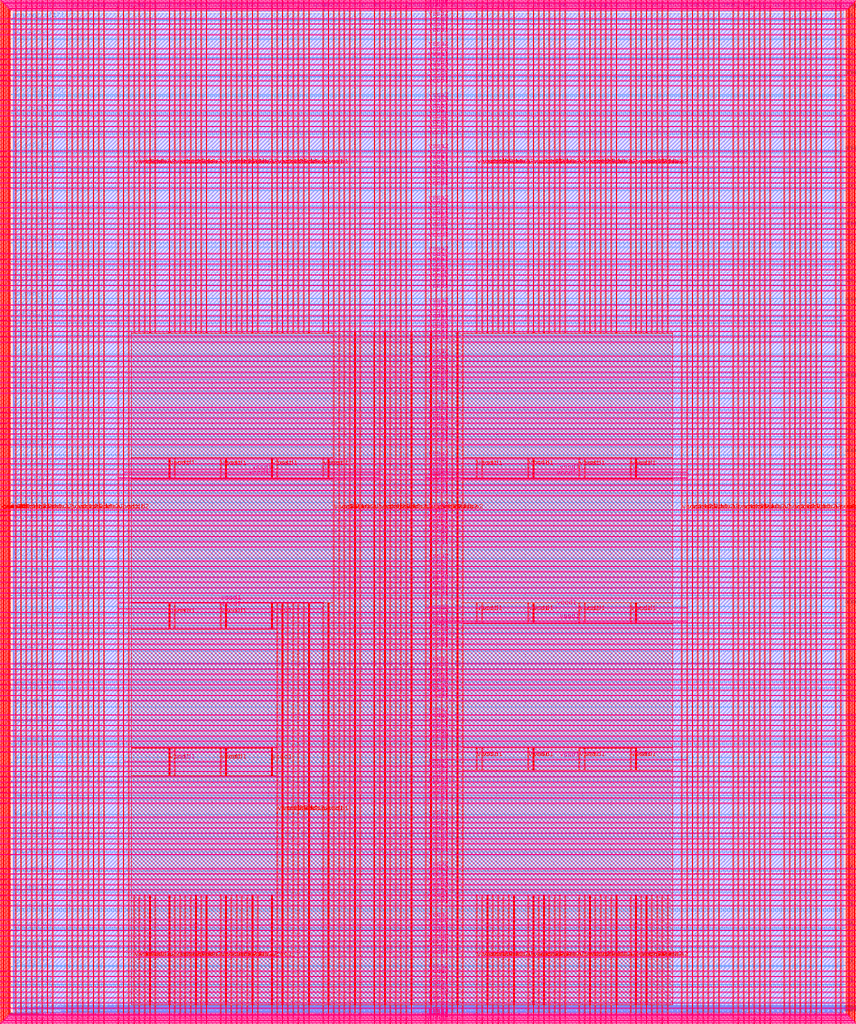
<source format=lef>
VERSION 5.7 ;
  NOWIREEXTENSIONATPIN ON ;
  DIVIDERCHAR "/" ;
  BUSBITCHARS "[]" ;
MACRO user_project_wrapper
  CLASS BLOCK ;
  FOREIGN user_project_wrapper ;
  ORIGIN 0.000 0.000 ;
  SIZE 2920.000 BY 3520.000 ;
  PIN analog_io[0]
    DIRECTION INOUT ;
    USE SIGNAL ;
    PORT
      LAYER met3 ;
        RECT 2917.600 1426.380 2924.800 1427.580 ;
    END
  END analog_io[0]
  PIN analog_io[10]
    DIRECTION INOUT ;
    USE SIGNAL ;
    PORT
      LAYER met2 ;
        RECT 2230.490 3517.600 2231.050 3524.800 ;
    END
  END analog_io[10]
  PIN analog_io[11]
    DIRECTION INOUT ;
    USE SIGNAL ;
    PORT
      LAYER met2 ;
        RECT 1905.730 3517.600 1906.290 3524.800 ;
    END
  END analog_io[11]
  PIN analog_io[12]
    DIRECTION INOUT ;
    USE SIGNAL ;
    PORT
      LAYER met2 ;
        RECT 1581.430 3517.600 1581.990 3524.800 ;
    END
  END analog_io[12]
  PIN analog_io[13]
    DIRECTION INOUT ;
    USE SIGNAL ;
    PORT
      LAYER met2 ;
        RECT 1257.130 3517.600 1257.690 3524.800 ;
    END
  END analog_io[13]
  PIN analog_io[14]
    DIRECTION INOUT ;
    USE SIGNAL ;
    PORT
      LAYER met2 ;
        RECT 932.370 3517.600 932.930 3524.800 ;
    END
  END analog_io[14]
  PIN analog_io[15]
    DIRECTION INOUT ;
    USE SIGNAL ;
    PORT
      LAYER met2 ;
        RECT 608.070 3517.600 608.630 3524.800 ;
    END
  END analog_io[15]
  PIN analog_io[16]
    DIRECTION INOUT ;
    USE SIGNAL ;
    PORT
      LAYER met2 ;
        RECT 283.770 3517.600 284.330 3524.800 ;
    END
  END analog_io[16]
  PIN analog_io[17]
    DIRECTION INOUT ;
    USE SIGNAL ;
    PORT
      LAYER met3 ;
        RECT -4.800 3486.100 2.400 3487.300 ;
    END
  END analog_io[17]
  PIN analog_io[18]
    DIRECTION INOUT ;
    USE SIGNAL ;
    PORT
      LAYER met3 ;
        RECT -4.800 3224.980 2.400 3226.180 ;
    END
  END analog_io[18]
  PIN analog_io[19]
    DIRECTION INOUT ;
    USE SIGNAL ;
    PORT
      LAYER met3 ;
        RECT -4.800 2964.540 2.400 2965.740 ;
    END
  END analog_io[19]
  PIN analog_io[1]
    DIRECTION INOUT ;
    USE SIGNAL ;
    PORT
      LAYER met3 ;
        RECT 2917.600 1692.260 2924.800 1693.460 ;
    END
  END analog_io[1]
  PIN analog_io[20]
    DIRECTION INOUT ;
    USE SIGNAL ;
    PORT
      LAYER met3 ;
        RECT -4.800 2703.420 2.400 2704.620 ;
    END
  END analog_io[20]
  PIN analog_io[21]
    DIRECTION INOUT ;
    USE SIGNAL ;
    PORT
      LAYER met3 ;
        RECT -4.800 2442.980 2.400 2444.180 ;
    END
  END analog_io[21]
  PIN analog_io[22]
    DIRECTION INOUT ;
    USE SIGNAL ;
    PORT
      LAYER met3 ;
        RECT -4.800 2182.540 2.400 2183.740 ;
    END
  END analog_io[22]
  PIN analog_io[23]
    DIRECTION INOUT ;
    USE SIGNAL ;
    PORT
      LAYER met3 ;
        RECT -4.800 1921.420 2.400 1922.620 ;
    END
  END analog_io[23]
  PIN analog_io[24]
    DIRECTION INOUT ;
    USE SIGNAL ;
    PORT
      LAYER met3 ;
        RECT -4.800 1660.980 2.400 1662.180 ;
    END
  END analog_io[24]
  PIN analog_io[25]
    DIRECTION INOUT ;
    USE SIGNAL ;
    PORT
      LAYER met3 ;
        RECT -4.800 1399.860 2.400 1401.060 ;
    END
  END analog_io[25]
  PIN analog_io[26]
    DIRECTION INOUT ;
    USE SIGNAL ;
    PORT
      LAYER met3 ;
        RECT -4.800 1139.420 2.400 1140.620 ;
    END
  END analog_io[26]
  PIN analog_io[27]
    DIRECTION INOUT ;
    USE SIGNAL ;
    PORT
      LAYER met3 ;
        RECT -4.800 878.980 2.400 880.180 ;
    END
  END analog_io[27]
  PIN analog_io[28]
    DIRECTION INOUT ;
    USE SIGNAL ;
    PORT
      LAYER met3 ;
        RECT -4.800 617.860 2.400 619.060 ;
    END
  END analog_io[28]
  PIN analog_io[2]
    DIRECTION INOUT ;
    USE SIGNAL ;
    PORT
      LAYER met3 ;
        RECT 2917.600 1958.140 2924.800 1959.340 ;
    END
  END analog_io[2]
  PIN analog_io[3]
    DIRECTION INOUT ;
    USE SIGNAL ;
    PORT
      LAYER met3 ;
        RECT 2917.600 2223.340 2924.800 2224.540 ;
    END
  END analog_io[3]
  PIN analog_io[4]
    DIRECTION INOUT ;
    USE SIGNAL ;
    PORT
      LAYER met3 ;
        RECT 2917.600 2489.220 2924.800 2490.420 ;
    END
  END analog_io[4]
  PIN analog_io[5]
    DIRECTION INOUT ;
    USE SIGNAL ;
    PORT
      LAYER met3 ;
        RECT 2917.600 2755.100 2924.800 2756.300 ;
    END
  END analog_io[5]
  PIN analog_io[6]
    DIRECTION INOUT ;
    USE SIGNAL ;
    PORT
      LAYER met3 ;
        RECT 2917.600 3020.300 2924.800 3021.500 ;
    END
  END analog_io[6]
  PIN analog_io[7]
    DIRECTION INOUT ;
    USE SIGNAL ;
    PORT
      LAYER met3 ;
        RECT 2917.600 3286.180 2924.800 3287.380 ;
    END
  END analog_io[7]
  PIN analog_io[8]
    DIRECTION INOUT ;
    USE SIGNAL ;
    PORT
      LAYER met2 ;
        RECT 2879.090 3517.600 2879.650 3524.800 ;
    END
  END analog_io[8]
  PIN analog_io[9]
    DIRECTION INOUT ;
    USE SIGNAL ;
    PORT
      LAYER met2 ;
        RECT 2554.790 3517.600 2555.350 3524.800 ;
    END
  END analog_io[9]
  PIN io_in[0]
    DIRECTION INPUT ;
    USE SIGNAL ;
    ANTENNAGATEAREA 0.990000 ;
    ANTENNADIFFAREA 0.434700 ;
    PORT
      LAYER met3 ;
        RECT 2917.600 32.380 2924.800 33.580 ;
    END
  END io_in[0]
  PIN io_in[10]
    DIRECTION INPUT ;
    USE SIGNAL ;
    PORT
      LAYER met3 ;
        RECT 2917.600 2289.980 2924.800 2291.180 ;
    END
  END io_in[10]
  PIN io_in[11]
    DIRECTION INPUT ;
    USE SIGNAL ;
    PORT
      LAYER met3 ;
        RECT 2917.600 2555.860 2924.800 2557.060 ;
    END
  END io_in[11]
  PIN io_in[12]
    DIRECTION INPUT ;
    USE SIGNAL ;
    PORT
      LAYER met3 ;
        RECT 2917.600 2821.060 2924.800 2822.260 ;
    END
  END io_in[12]
  PIN io_in[13]
    DIRECTION INPUT ;
    USE SIGNAL ;
    PORT
      LAYER met3 ;
        RECT 2917.600 3086.940 2924.800 3088.140 ;
    END
  END io_in[13]
  PIN io_in[14]
    DIRECTION INPUT ;
    USE SIGNAL ;
    PORT
      LAYER met3 ;
        RECT 2917.600 3352.820 2924.800 3354.020 ;
    END
  END io_in[14]
  PIN io_in[15]
    DIRECTION INPUT ;
    USE SIGNAL ;
    PORT
      LAYER met2 ;
        RECT 2798.130 3517.600 2798.690 3524.800 ;
    END
  END io_in[15]
  PIN io_in[16]
    DIRECTION INPUT ;
    USE SIGNAL ;
    PORT
      LAYER met2 ;
        RECT 2473.830 3517.600 2474.390 3524.800 ;
    END
  END io_in[16]
  PIN io_in[17]
    DIRECTION INPUT ;
    USE SIGNAL ;
    PORT
      LAYER met2 ;
        RECT 2149.070 3517.600 2149.630 3524.800 ;
    END
  END io_in[17]
  PIN io_in[18]
    DIRECTION INPUT ;
    USE SIGNAL ;
    PORT
      LAYER met2 ;
        RECT 1824.770 3517.600 1825.330 3524.800 ;
    END
  END io_in[18]
  PIN io_in[19]
    DIRECTION INPUT ;
    USE SIGNAL ;
    PORT
      LAYER met2 ;
        RECT 1500.470 3517.600 1501.030 3524.800 ;
    END
  END io_in[19]
  PIN io_in[1]
    DIRECTION INPUT ;
    USE SIGNAL ;
    ANTENNAGATEAREA 0.990000 ;
    ANTENNADIFFAREA 0.434700 ;
    PORT
      LAYER met3 ;
        RECT 2917.600 230.940 2924.800 232.140 ;
    END
  END io_in[1]
  PIN io_in[20]
    DIRECTION INPUT ;
    USE SIGNAL ;
    PORT
      LAYER met2 ;
        RECT 1175.710 3517.600 1176.270 3524.800 ;
    END
  END io_in[20]
  PIN io_in[21]
    DIRECTION INPUT ;
    USE SIGNAL ;
    PORT
      LAYER met2 ;
        RECT 851.410 3517.600 851.970 3524.800 ;
    END
  END io_in[21]
  PIN io_in[22]
    DIRECTION INPUT ;
    USE SIGNAL ;
    PORT
      LAYER met2 ;
        RECT 527.110 3517.600 527.670 3524.800 ;
    END
  END io_in[22]
  PIN io_in[23]
    DIRECTION INPUT ;
    USE SIGNAL ;
    PORT
      LAYER met2 ;
        RECT 202.350 3517.600 202.910 3524.800 ;
    END
  END io_in[23]
  PIN io_in[24]
    DIRECTION INPUT ;
    USE SIGNAL ;
    PORT
      LAYER met3 ;
        RECT -4.800 3420.820 2.400 3422.020 ;
    END
  END io_in[24]
  PIN io_in[25]
    DIRECTION INPUT ;
    USE SIGNAL ;
    PORT
      LAYER met3 ;
        RECT -4.800 3159.700 2.400 3160.900 ;
    END
  END io_in[25]
  PIN io_in[26]
    DIRECTION INPUT ;
    USE SIGNAL ;
    PORT
      LAYER met3 ;
        RECT -4.800 2899.260 2.400 2900.460 ;
    END
  END io_in[26]
  PIN io_in[27]
    DIRECTION INPUT ;
    USE SIGNAL ;
    PORT
      LAYER met3 ;
        RECT -4.800 2638.820 2.400 2640.020 ;
    END
  END io_in[27]
  PIN io_in[28]
    DIRECTION INPUT ;
    USE SIGNAL ;
    PORT
      LAYER met3 ;
        RECT -4.800 2377.700 2.400 2378.900 ;
    END
  END io_in[28]
  PIN io_in[29]
    DIRECTION INPUT ;
    USE SIGNAL ;
    PORT
      LAYER met3 ;
        RECT -4.800 2117.260 2.400 2118.460 ;
    END
  END io_in[29]
  PIN io_in[2]
    DIRECTION INPUT ;
    USE SIGNAL ;
    ANTENNAGATEAREA 2.358000 ;
    ANTENNADIFFAREA 3.042900 ;
    PORT
      LAYER met3 ;
        RECT 2917.600 430.180 2924.800 431.380 ;
    END
  END io_in[2]
  PIN io_in[30]
    DIRECTION INPUT ;
    USE SIGNAL ;
    ANTENNAGATEAREA 5.575500 ;
    ANTENNADIFFAREA 4.781700 ;
    PORT
      LAYER met3 ;
        RECT -4.800 1856.140 2.400 1857.340 ;
    END
  END io_in[30]
  PIN io_in[31]
    DIRECTION INPUT ;
    USE SIGNAL ;
    ANTENNAGATEAREA 6.196500 ;
    ANTENNADIFFAREA 4.781700 ;
    PORT
      LAYER met3 ;
        RECT -4.800 1595.700 2.400 1596.900 ;
    END
  END io_in[31]
  PIN io_in[32]
    DIRECTION INPUT ;
    USE SIGNAL ;
    ANTENNAGATEAREA 3.838500 ;
    ANTENNADIFFAREA 3.042900 ;
    PORT
      LAYER met3 ;
        RECT -4.800 1335.260 2.400 1336.460 ;
    END
  END io_in[32]
  PIN io_in[33]
    DIRECTION INPUT ;
    USE SIGNAL ;
    ANTENNAGATEAREA 1.984500 ;
    ANTENNADIFFAREA 2.608200 ;
    PORT
      LAYER met3 ;
        RECT -4.800 1074.140 2.400 1075.340 ;
    END
  END io_in[33]
  PIN io_in[34]
    DIRECTION INPUT ;
    USE SIGNAL ;
    ANTENNAGATEAREA 0.378000 ;
    ANTENNADIFFAREA 1.304100 ;
    PORT
      LAYER met3 ;
        RECT -4.800 813.700 2.400 814.900 ;
    END
  END io_in[34]
  PIN io_in[35]
    DIRECTION INPUT ;
    USE SIGNAL ;
    ANTENNAGATEAREA 0.247500 ;
    ANTENNADIFFAREA 0.434700 ;
    PORT
      LAYER met3 ;
        RECT -4.800 552.580 2.400 553.780 ;
    END
  END io_in[35]
  PIN io_in[36]
    DIRECTION INPUT ;
    USE SIGNAL ;
    ANTENNAGATEAREA 0.247500 ;
    ANTENNADIFFAREA 0.434700 ;
    PORT
      LAYER met3 ;
        RECT -4.800 357.420 2.400 358.620 ;
    END
  END io_in[36]
  PIN io_in[37]
    DIRECTION INPUT ;
    USE SIGNAL ;
    PORT
      LAYER met3 ;
        RECT -4.800 161.580 2.400 162.780 ;
    END
  END io_in[37]
  PIN io_in[3]
    DIRECTION INPUT ;
    USE SIGNAL ;
    ANTENNAGATEAREA 3.721500 ;
    ANTENNADIFFAREA 3.477600 ;
    PORT
      LAYER met3 ;
        RECT 2917.600 629.420 2924.800 630.620 ;
    END
  END io_in[3]
  PIN io_in[4]
    DIRECTION INPUT ;
    USE SIGNAL ;
    ANTENNAGATEAREA 3.721500 ;
    ANTENNADIFFAREA 3.477600 ;
    PORT
      LAYER met3 ;
        RECT 2917.600 828.660 2924.800 829.860 ;
    END
  END io_in[4]
  PIN io_in[5]
    DIRECTION INPUT ;
    USE SIGNAL ;
    ANTENNAGATEAREA 3.721500 ;
    ANTENNADIFFAREA 3.477600 ;
    PORT
      LAYER met3 ;
        RECT 2917.600 1027.900 2924.800 1029.100 ;
    END
  END io_in[5]
  PIN io_in[6]
    DIRECTION INPUT ;
    USE SIGNAL ;
    ANTENNAGATEAREA 2.736000 ;
    ANTENNADIFFAREA 4.347000 ;
    PORT
      LAYER met3 ;
        RECT 2917.600 1227.140 2924.800 1228.340 ;
    END
  END io_in[6]
  PIN io_in[7]
    DIRECTION INPUT ;
    USE SIGNAL ;
    ANTENNAGATEAREA 3.352500 ;
    ANTENNADIFFAREA 4.347000 ;
    PORT
      LAYER met3 ;
        RECT 2917.600 1493.020 2924.800 1494.220 ;
    END
  END io_in[7]
  PIN io_in[8]
    DIRECTION INPUT ;
    USE SIGNAL ;
    PORT
      LAYER met3 ;
        RECT 2917.600 1758.900 2924.800 1760.100 ;
    END
  END io_in[8]
  PIN io_in[9]
    DIRECTION INPUT ;
    USE SIGNAL ;
    PORT
      LAYER met3 ;
        RECT 2917.600 2024.100 2924.800 2025.300 ;
    END
  END io_in[9]
  PIN io_oeb[0]
    DIRECTION OUTPUT TRISTATE ;
    USE SIGNAL ;
    PORT
      LAYER met3 ;
        RECT 2917.600 164.980 2924.800 166.180 ;
    END
  END io_oeb[0]
  PIN io_oeb[10]
    DIRECTION OUTPUT TRISTATE ;
    USE SIGNAL ;
    PORT
      LAYER met3 ;
        RECT 2917.600 2422.580 2924.800 2423.780 ;
    END
  END io_oeb[10]
  PIN io_oeb[11]
    DIRECTION OUTPUT TRISTATE ;
    USE SIGNAL ;
    PORT
      LAYER met3 ;
        RECT 2917.600 2688.460 2924.800 2689.660 ;
    END
  END io_oeb[11]
  PIN io_oeb[12]
    DIRECTION OUTPUT TRISTATE ;
    USE SIGNAL ;
    PORT
      LAYER met3 ;
        RECT 2917.600 2954.340 2924.800 2955.540 ;
    END
  END io_oeb[12]
  PIN io_oeb[13]
    DIRECTION OUTPUT TRISTATE ;
    USE SIGNAL ;
    PORT
      LAYER met3 ;
        RECT 2917.600 3219.540 2924.800 3220.740 ;
    END
  END io_oeb[13]
  PIN io_oeb[14]
    DIRECTION OUTPUT TRISTATE ;
    USE SIGNAL ;
    PORT
      LAYER met3 ;
        RECT 2917.600 3485.420 2924.800 3486.620 ;
    END
  END io_oeb[14]
  PIN io_oeb[15]
    DIRECTION OUTPUT TRISTATE ;
    USE SIGNAL ;
    PORT
      LAYER met2 ;
        RECT 2635.750 3517.600 2636.310 3524.800 ;
    END
  END io_oeb[15]
  PIN io_oeb[16]
    DIRECTION OUTPUT TRISTATE ;
    USE SIGNAL ;
    PORT
      LAYER met2 ;
        RECT 2311.450 3517.600 2312.010 3524.800 ;
    END
  END io_oeb[16]
  PIN io_oeb[17]
    DIRECTION OUTPUT TRISTATE ;
    USE SIGNAL ;
    PORT
      LAYER met2 ;
        RECT 1987.150 3517.600 1987.710 3524.800 ;
    END
  END io_oeb[17]
  PIN io_oeb[18]
    DIRECTION OUTPUT TRISTATE ;
    USE SIGNAL ;
    PORT
      LAYER met2 ;
        RECT 1662.390 3517.600 1662.950 3524.800 ;
    END
  END io_oeb[18]
  PIN io_oeb[19]
    DIRECTION OUTPUT TRISTATE ;
    USE SIGNAL ;
    PORT
      LAYER met2 ;
        RECT 1338.090 3517.600 1338.650 3524.800 ;
    END
  END io_oeb[19]
  PIN io_oeb[1]
    DIRECTION OUTPUT TRISTATE ;
    USE SIGNAL ;
    PORT
      LAYER met3 ;
        RECT 2917.600 364.220 2924.800 365.420 ;
    END
  END io_oeb[1]
  PIN io_oeb[20]
    DIRECTION OUTPUT TRISTATE ;
    USE SIGNAL ;
    PORT
      LAYER met2 ;
        RECT 1013.790 3517.600 1014.350 3524.800 ;
    END
  END io_oeb[20]
  PIN io_oeb[21]
    DIRECTION OUTPUT TRISTATE ;
    USE SIGNAL ;
    PORT
      LAYER met2 ;
        RECT 689.030 3517.600 689.590 3524.800 ;
    END
  END io_oeb[21]
  PIN io_oeb[22]
    DIRECTION OUTPUT TRISTATE ;
    USE SIGNAL ;
    PORT
      LAYER met2 ;
        RECT 364.730 3517.600 365.290 3524.800 ;
    END
  END io_oeb[22]
  PIN io_oeb[23]
    DIRECTION OUTPUT TRISTATE ;
    USE SIGNAL ;
    PORT
      LAYER met2 ;
        RECT 40.430 3517.600 40.990 3524.800 ;
    END
  END io_oeb[23]
  PIN io_oeb[24]
    DIRECTION OUTPUT TRISTATE ;
    USE SIGNAL ;
    PORT
      LAYER met3 ;
        RECT -4.800 3290.260 2.400 3291.460 ;
    END
  END io_oeb[24]
  PIN io_oeb[25]
    DIRECTION OUTPUT TRISTATE ;
    USE SIGNAL ;
    PORT
      LAYER met3 ;
        RECT -4.800 3029.820 2.400 3031.020 ;
    END
  END io_oeb[25]
  PIN io_oeb[26]
    DIRECTION OUTPUT TRISTATE ;
    USE SIGNAL ;
    PORT
      LAYER met3 ;
        RECT -4.800 2768.700 2.400 2769.900 ;
    END
  END io_oeb[26]
  PIN io_oeb[27]
    DIRECTION OUTPUT TRISTATE ;
    USE SIGNAL ;
    PORT
      LAYER met3 ;
        RECT -4.800 2508.260 2.400 2509.460 ;
    END
  END io_oeb[27]
  PIN io_oeb[28]
    DIRECTION OUTPUT TRISTATE ;
    USE SIGNAL ;
    PORT
      LAYER met3 ;
        RECT -4.800 2247.140 2.400 2248.340 ;
    END
  END io_oeb[28]
  PIN io_oeb[29]
    DIRECTION OUTPUT TRISTATE ;
    USE SIGNAL ;
    PORT
      LAYER met3 ;
        RECT -4.800 1986.700 2.400 1987.900 ;
    END
  END io_oeb[29]
  PIN io_oeb[2]
    DIRECTION OUTPUT TRISTATE ;
    USE SIGNAL ;
    PORT
      LAYER met3 ;
        RECT 2917.600 563.460 2924.800 564.660 ;
    END
  END io_oeb[2]
  PIN io_oeb[30]
    DIRECTION OUTPUT TRISTATE ;
    USE SIGNAL ;
    PORT
      LAYER met3 ;
        RECT -4.800 1726.260 2.400 1727.460 ;
    END
  END io_oeb[30]
  PIN io_oeb[31]
    DIRECTION OUTPUT TRISTATE ;
    USE SIGNAL ;
    PORT
      LAYER met3 ;
        RECT -4.800 1465.140 2.400 1466.340 ;
    END
  END io_oeb[31]
  PIN io_oeb[32]
    DIRECTION OUTPUT TRISTATE ;
    USE SIGNAL ;
    PORT
      LAYER met3 ;
        RECT -4.800 1204.700 2.400 1205.900 ;
    END
  END io_oeb[32]
  PIN io_oeb[33]
    DIRECTION OUTPUT TRISTATE ;
    USE SIGNAL ;
    PORT
      LAYER met3 ;
        RECT -4.800 943.580 2.400 944.780 ;
    END
  END io_oeb[33]
  PIN io_oeb[34]
    DIRECTION OUTPUT TRISTATE ;
    USE SIGNAL ;
    PORT
      LAYER met3 ;
        RECT -4.800 683.140 2.400 684.340 ;
    END
  END io_oeb[34]
  PIN io_oeb[35]
    DIRECTION OUTPUT TRISTATE ;
    USE SIGNAL ;
    PORT
      LAYER met3 ;
        RECT -4.800 422.700 2.400 423.900 ;
    END
  END io_oeb[35]
  PIN io_oeb[36]
    DIRECTION OUTPUT TRISTATE ;
    USE SIGNAL ;
    PORT
      LAYER met3 ;
        RECT -4.800 226.860 2.400 228.060 ;
    END
  END io_oeb[36]
  PIN io_oeb[37]
    DIRECTION OUTPUT TRISTATE ;
    USE SIGNAL ;
    PORT
      LAYER met3 ;
        RECT -4.800 31.700 2.400 32.900 ;
    END
  END io_oeb[37]
  PIN io_oeb[3]
    DIRECTION OUTPUT TRISTATE ;
    USE SIGNAL ;
    PORT
      LAYER met3 ;
        RECT 2917.600 762.700 2924.800 763.900 ;
    END
  END io_oeb[3]
  PIN io_oeb[4]
    DIRECTION OUTPUT TRISTATE ;
    USE SIGNAL ;
    PORT
      LAYER met3 ;
        RECT 2917.600 961.940 2924.800 963.140 ;
    END
  END io_oeb[4]
  PIN io_oeb[5]
    DIRECTION OUTPUT TRISTATE ;
    USE SIGNAL ;
    PORT
      LAYER met3 ;
        RECT 2917.600 1161.180 2924.800 1162.380 ;
    END
  END io_oeb[5]
  PIN io_oeb[6]
    DIRECTION OUTPUT TRISTATE ;
    USE SIGNAL ;
    PORT
      LAYER met3 ;
        RECT 2917.600 1360.420 2924.800 1361.620 ;
    END
  END io_oeb[6]
  PIN io_oeb[7]
    DIRECTION OUTPUT TRISTATE ;
    USE SIGNAL ;
    PORT
      LAYER met3 ;
        RECT 2917.600 1625.620 2924.800 1626.820 ;
    END
  END io_oeb[7]
  PIN io_oeb[8]
    DIRECTION OUTPUT TRISTATE ;
    USE SIGNAL ;
    PORT
      LAYER met3 ;
        RECT 2917.600 1891.500 2924.800 1892.700 ;
    END
  END io_oeb[8]
  PIN io_oeb[9]
    DIRECTION OUTPUT TRISTATE ;
    USE SIGNAL ;
    PORT
      LAYER met3 ;
        RECT 2917.600 2157.380 2924.800 2158.580 ;
    END
  END io_oeb[9]
  PIN io_out[0]
    DIRECTION OUTPUT TRISTATE ;
    USE SIGNAL ;
    PORT
      LAYER met3 ;
        RECT 2917.600 98.340 2924.800 99.540 ;
    END
  END io_out[0]
  PIN io_out[10]
    DIRECTION OUTPUT TRISTATE ;
    USE SIGNAL ;
    PORT
      LAYER met3 ;
        RECT 2917.600 2356.620 2924.800 2357.820 ;
    END
  END io_out[10]
  PIN io_out[11]
    DIRECTION OUTPUT TRISTATE ;
    USE SIGNAL ;
    PORT
      LAYER met3 ;
        RECT 2917.600 2621.820 2924.800 2623.020 ;
    END
  END io_out[11]
  PIN io_out[12]
    DIRECTION OUTPUT TRISTATE ;
    USE SIGNAL ;
    PORT
      LAYER met3 ;
        RECT 2917.600 2887.700 2924.800 2888.900 ;
    END
  END io_out[12]
  PIN io_out[13]
    DIRECTION OUTPUT TRISTATE ;
    USE SIGNAL ;
    PORT
      LAYER met3 ;
        RECT 2917.600 3153.580 2924.800 3154.780 ;
    END
  END io_out[13]
  PIN io_out[14]
    DIRECTION OUTPUT TRISTATE ;
    USE SIGNAL ;
    PORT
      LAYER met3 ;
        RECT 2917.600 3418.780 2924.800 3419.980 ;
    END
  END io_out[14]
  PIN io_out[15]
    DIRECTION OUTPUT TRISTATE ;
    USE SIGNAL ;
    PORT
      LAYER met2 ;
        RECT 2717.170 3517.600 2717.730 3524.800 ;
    END
  END io_out[15]
  PIN io_out[16]
    DIRECTION OUTPUT TRISTATE ;
    USE SIGNAL ;
    PORT
      LAYER met2 ;
        RECT 2392.410 3517.600 2392.970 3524.800 ;
    END
  END io_out[16]
  PIN io_out[17]
    DIRECTION OUTPUT TRISTATE ;
    USE SIGNAL ;
    PORT
      LAYER met2 ;
        RECT 2068.110 3517.600 2068.670 3524.800 ;
    END
  END io_out[17]
  PIN io_out[18]
    DIRECTION OUTPUT TRISTATE ;
    USE SIGNAL ;
    PORT
      LAYER met2 ;
        RECT 1743.810 3517.600 1744.370 3524.800 ;
    END
  END io_out[18]
  PIN io_out[19]
    DIRECTION OUTPUT TRISTATE ;
    USE SIGNAL ;
    PORT
      LAYER met2 ;
        RECT 1419.050 3517.600 1419.610 3524.800 ;
    END
  END io_out[19]
  PIN io_out[1]
    DIRECTION OUTPUT TRISTATE ;
    USE SIGNAL ;
    PORT
      LAYER met3 ;
        RECT 2917.600 297.580 2924.800 298.780 ;
    END
  END io_out[1]
  PIN io_out[20]
    DIRECTION OUTPUT TRISTATE ;
    USE SIGNAL ;
    PORT
      LAYER met2 ;
        RECT 1094.750 3517.600 1095.310 3524.800 ;
    END
  END io_out[20]
  PIN io_out[21]
    DIRECTION OUTPUT TRISTATE ;
    USE SIGNAL ;
    PORT
      LAYER met2 ;
        RECT 770.450 3517.600 771.010 3524.800 ;
    END
  END io_out[21]
  PIN io_out[22]
    DIRECTION OUTPUT TRISTATE ;
    USE SIGNAL ;
    PORT
      LAYER met2 ;
        RECT 445.690 3517.600 446.250 3524.800 ;
    END
  END io_out[22]
  PIN io_out[23]
    DIRECTION OUTPUT TRISTATE ;
    USE SIGNAL ;
    PORT
      LAYER met2 ;
        RECT 121.390 3517.600 121.950 3524.800 ;
    END
  END io_out[23]
  PIN io_out[24]
    DIRECTION OUTPUT TRISTATE ;
    USE SIGNAL ;
    PORT
      LAYER met3 ;
        RECT -4.800 3355.540 2.400 3356.740 ;
    END
  END io_out[24]
  PIN io_out[25]
    DIRECTION OUTPUT TRISTATE ;
    USE SIGNAL ;
    PORT
      LAYER met3 ;
        RECT -4.800 3095.100 2.400 3096.300 ;
    END
  END io_out[25]
  PIN io_out[26]
    DIRECTION OUTPUT TRISTATE ;
    USE SIGNAL ;
    PORT
      LAYER met3 ;
        RECT -4.800 2833.980 2.400 2835.180 ;
    END
  END io_out[26]
  PIN io_out[27]
    DIRECTION OUTPUT TRISTATE ;
    USE SIGNAL ;
    PORT
      LAYER met3 ;
        RECT -4.800 2573.540 2.400 2574.740 ;
    END
  END io_out[27]
  PIN io_out[28]
    DIRECTION OUTPUT TRISTATE ;
    USE SIGNAL ;
    PORT
      LAYER met3 ;
        RECT -4.800 2312.420 2.400 2313.620 ;
    END
  END io_out[28]
  PIN io_out[29]
    DIRECTION OUTPUT TRISTATE ;
    USE SIGNAL ;
    PORT
      LAYER met3 ;
        RECT -4.800 2051.980 2.400 2053.180 ;
    END
  END io_out[29]
  PIN io_out[2]
    DIRECTION OUTPUT TRISTATE ;
    USE SIGNAL ;
    PORT
      LAYER met3 ;
        RECT 2917.600 496.820 2924.800 498.020 ;
    END
  END io_out[2]
  PIN io_out[30]
    DIRECTION OUTPUT TRISTATE ;
    USE SIGNAL ;
    PORT
      LAYER met3 ;
        RECT -4.800 1791.540 2.400 1792.740 ;
    END
  END io_out[30]
  PIN io_out[31]
    DIRECTION OUTPUT TRISTATE ;
    USE SIGNAL ;
    PORT
      LAYER met3 ;
        RECT -4.800 1530.420 2.400 1531.620 ;
    END
  END io_out[31]
  PIN io_out[32]
    DIRECTION OUTPUT TRISTATE ;
    USE SIGNAL ;
    PORT
      LAYER met3 ;
        RECT -4.800 1269.980 2.400 1271.180 ;
    END
  END io_out[32]
  PIN io_out[33]
    DIRECTION OUTPUT TRISTATE ;
    USE SIGNAL ;
    PORT
      LAYER met3 ;
        RECT -4.800 1008.860 2.400 1010.060 ;
    END
  END io_out[33]
  PIN io_out[34]
    DIRECTION OUTPUT TRISTATE ;
    USE SIGNAL ;
    PORT
      LAYER met3 ;
        RECT -4.800 748.420 2.400 749.620 ;
    END
  END io_out[34]
  PIN io_out[35]
    DIRECTION OUTPUT TRISTATE ;
    USE SIGNAL ;
    PORT
      LAYER met3 ;
        RECT -4.800 487.300 2.400 488.500 ;
    END
  END io_out[35]
  PIN io_out[36]
    DIRECTION OUTPUT TRISTATE ;
    USE SIGNAL ;
    PORT
      LAYER met3 ;
        RECT -4.800 292.140 2.400 293.340 ;
    END
  END io_out[36]
  PIN io_out[37]
    DIRECTION OUTPUT TRISTATE ;
    USE SIGNAL ;
    ANTENNADIFFAREA 2.673000 ;
    PORT
      LAYER met3 ;
        RECT -4.800 96.300 2.400 97.500 ;
    END
  END io_out[37]
  PIN io_out[3]
    DIRECTION OUTPUT TRISTATE ;
    USE SIGNAL ;
    PORT
      LAYER met3 ;
        RECT 2917.600 696.060 2924.800 697.260 ;
    END
  END io_out[3]
  PIN io_out[4]
    DIRECTION OUTPUT TRISTATE ;
    USE SIGNAL ;
    PORT
      LAYER met3 ;
        RECT 2917.600 895.300 2924.800 896.500 ;
    END
  END io_out[4]
  PIN io_out[5]
    DIRECTION OUTPUT TRISTATE ;
    USE SIGNAL ;
    PORT
      LAYER met3 ;
        RECT 2917.600 1094.540 2924.800 1095.740 ;
    END
  END io_out[5]
  PIN io_out[6]
    DIRECTION OUTPUT TRISTATE ;
    USE SIGNAL ;
    PORT
      LAYER met3 ;
        RECT 2917.600 1293.780 2924.800 1294.980 ;
    END
  END io_out[6]
  PIN io_out[7]
    DIRECTION OUTPUT TRISTATE ;
    USE SIGNAL ;
    PORT
      LAYER met3 ;
        RECT 2917.600 1559.660 2924.800 1560.860 ;
    END
  END io_out[7]
  PIN io_out[8]
    DIRECTION OUTPUT TRISTATE ;
    USE SIGNAL ;
    PORT
      LAYER met3 ;
        RECT 2917.600 1824.860 2924.800 1826.060 ;
    END
  END io_out[8]
  PIN io_out[9]
    DIRECTION OUTPUT TRISTATE ;
    USE SIGNAL ;
    PORT
      LAYER met3 ;
        RECT 2917.600 2090.740 2924.800 2091.940 ;
    END
  END io_out[9]
  PIN la_data_in[0]
    DIRECTION INPUT ;
    USE SIGNAL ;
    PORT
      LAYER met2 ;
        RECT 629.230 -4.800 629.790 2.400 ;
    END
  END la_data_in[0]
  PIN la_data_in[100]
    DIRECTION INPUT ;
    USE SIGNAL ;
    PORT
      LAYER met2 ;
        RECT 2402.530 -4.800 2403.090 2.400 ;
    END
  END la_data_in[100]
  PIN la_data_in[101]
    DIRECTION INPUT ;
    USE SIGNAL ;
    PORT
      LAYER met2 ;
        RECT 2420.010 -4.800 2420.570 2.400 ;
    END
  END la_data_in[101]
  PIN la_data_in[102]
    DIRECTION INPUT ;
    USE SIGNAL ;
    PORT
      LAYER met2 ;
        RECT 2437.950 -4.800 2438.510 2.400 ;
    END
  END la_data_in[102]
  PIN la_data_in[103]
    DIRECTION INPUT ;
    USE SIGNAL ;
    PORT
      LAYER met2 ;
        RECT 2455.430 -4.800 2455.990 2.400 ;
    END
  END la_data_in[103]
  PIN la_data_in[104]
    DIRECTION INPUT ;
    USE SIGNAL ;
    PORT
      LAYER met2 ;
        RECT 2473.370 -4.800 2473.930 2.400 ;
    END
  END la_data_in[104]
  PIN la_data_in[105]
    DIRECTION INPUT ;
    USE SIGNAL ;
    PORT
      LAYER met2 ;
        RECT 2490.850 -4.800 2491.410 2.400 ;
    END
  END la_data_in[105]
  PIN la_data_in[106]
    DIRECTION INPUT ;
    USE SIGNAL ;
    PORT
      LAYER met2 ;
        RECT 2508.790 -4.800 2509.350 2.400 ;
    END
  END la_data_in[106]
  PIN la_data_in[107]
    DIRECTION INPUT ;
    USE SIGNAL ;
    PORT
      LAYER met2 ;
        RECT 2526.730 -4.800 2527.290 2.400 ;
    END
  END la_data_in[107]
  PIN la_data_in[108]
    DIRECTION INPUT ;
    USE SIGNAL ;
    PORT
      LAYER met2 ;
        RECT 2544.210 -4.800 2544.770 2.400 ;
    END
  END la_data_in[108]
  PIN la_data_in[109]
    DIRECTION INPUT ;
    USE SIGNAL ;
    PORT
      LAYER met2 ;
        RECT 2562.150 -4.800 2562.710 2.400 ;
    END
  END la_data_in[109]
  PIN la_data_in[10]
    DIRECTION INPUT ;
    USE SIGNAL ;
    PORT
      LAYER met2 ;
        RECT 806.330 -4.800 806.890 2.400 ;
    END
  END la_data_in[10]
  PIN la_data_in[110]
    DIRECTION INPUT ;
    USE SIGNAL ;
    PORT
      LAYER met2 ;
        RECT 2579.630 -4.800 2580.190 2.400 ;
    END
  END la_data_in[110]
  PIN la_data_in[111]
    DIRECTION INPUT ;
    USE SIGNAL ;
    PORT
      LAYER met2 ;
        RECT 2597.570 -4.800 2598.130 2.400 ;
    END
  END la_data_in[111]
  PIN la_data_in[112]
    DIRECTION INPUT ;
    USE SIGNAL ;
    PORT
      LAYER met2 ;
        RECT 2615.050 -4.800 2615.610 2.400 ;
    END
  END la_data_in[112]
  PIN la_data_in[113]
    DIRECTION INPUT ;
    USE SIGNAL ;
    PORT
      LAYER met2 ;
        RECT 2632.990 -4.800 2633.550 2.400 ;
    END
  END la_data_in[113]
  PIN la_data_in[114]
    DIRECTION INPUT ;
    USE SIGNAL ;
    PORT
      LAYER met2 ;
        RECT 2650.470 -4.800 2651.030 2.400 ;
    END
  END la_data_in[114]
  PIN la_data_in[115]
    DIRECTION INPUT ;
    USE SIGNAL ;
    PORT
      LAYER met2 ;
        RECT 2668.410 -4.800 2668.970 2.400 ;
    END
  END la_data_in[115]
  PIN la_data_in[116]
    DIRECTION INPUT ;
    USE SIGNAL ;
    PORT
      LAYER met2 ;
        RECT 2685.890 -4.800 2686.450 2.400 ;
    END
  END la_data_in[116]
  PIN la_data_in[117]
    DIRECTION INPUT ;
    USE SIGNAL ;
    PORT
      LAYER met2 ;
        RECT 2703.830 -4.800 2704.390 2.400 ;
    END
  END la_data_in[117]
  PIN la_data_in[118]
    DIRECTION INPUT ;
    USE SIGNAL ;
    PORT
      LAYER met2 ;
        RECT 2721.770 -4.800 2722.330 2.400 ;
    END
  END la_data_in[118]
  PIN la_data_in[119]
    DIRECTION INPUT ;
    USE SIGNAL ;
    PORT
      LAYER met2 ;
        RECT 2739.250 -4.800 2739.810 2.400 ;
    END
  END la_data_in[119]
  PIN la_data_in[11]
    DIRECTION INPUT ;
    USE SIGNAL ;
    PORT
      LAYER met2 ;
        RECT 824.270 -4.800 824.830 2.400 ;
    END
  END la_data_in[11]
  PIN la_data_in[120]
    DIRECTION INPUT ;
    USE SIGNAL ;
    PORT
      LAYER met2 ;
        RECT 2757.190 -4.800 2757.750 2.400 ;
    END
  END la_data_in[120]
  PIN la_data_in[121]
    DIRECTION INPUT ;
    USE SIGNAL ;
    PORT
      LAYER met2 ;
        RECT 2774.670 -4.800 2775.230 2.400 ;
    END
  END la_data_in[121]
  PIN la_data_in[122]
    DIRECTION INPUT ;
    USE SIGNAL ;
    PORT
      LAYER met2 ;
        RECT 2792.610 -4.800 2793.170 2.400 ;
    END
  END la_data_in[122]
  PIN la_data_in[123]
    DIRECTION INPUT ;
    USE SIGNAL ;
    PORT
      LAYER met2 ;
        RECT 2810.090 -4.800 2810.650 2.400 ;
    END
  END la_data_in[123]
  PIN la_data_in[124]
    DIRECTION INPUT ;
    USE SIGNAL ;
    PORT
      LAYER met2 ;
        RECT 2828.030 -4.800 2828.590 2.400 ;
    END
  END la_data_in[124]
  PIN la_data_in[125]
    DIRECTION INPUT ;
    USE SIGNAL ;
    PORT
      LAYER met2 ;
        RECT 2845.510 -4.800 2846.070 2.400 ;
    END
  END la_data_in[125]
  PIN la_data_in[126]
    DIRECTION INPUT ;
    USE SIGNAL ;
    PORT
      LAYER met2 ;
        RECT 2863.450 -4.800 2864.010 2.400 ;
    END
  END la_data_in[126]
  PIN la_data_in[127]
    DIRECTION INPUT ;
    USE SIGNAL ;
    PORT
      LAYER met2 ;
        RECT 2881.390 -4.800 2881.950 2.400 ;
    END
  END la_data_in[127]
  PIN la_data_in[12]
    DIRECTION INPUT ;
    USE SIGNAL ;
    PORT
      LAYER met2 ;
        RECT 841.750 -4.800 842.310 2.400 ;
    END
  END la_data_in[12]
  PIN la_data_in[13]
    DIRECTION INPUT ;
    USE SIGNAL ;
    PORT
      LAYER met2 ;
        RECT 859.690 -4.800 860.250 2.400 ;
    END
  END la_data_in[13]
  PIN la_data_in[14]
    DIRECTION INPUT ;
    USE SIGNAL ;
    PORT
      LAYER met2 ;
        RECT 877.170 -4.800 877.730 2.400 ;
    END
  END la_data_in[14]
  PIN la_data_in[15]
    DIRECTION INPUT ;
    USE SIGNAL ;
    PORT
      LAYER met2 ;
        RECT 895.110 -4.800 895.670 2.400 ;
    END
  END la_data_in[15]
  PIN la_data_in[16]
    DIRECTION INPUT ;
    USE SIGNAL ;
    PORT
      LAYER met2 ;
        RECT 912.590 -4.800 913.150 2.400 ;
    END
  END la_data_in[16]
  PIN la_data_in[17]
    DIRECTION INPUT ;
    USE SIGNAL ;
    PORT
      LAYER met2 ;
        RECT 930.530 -4.800 931.090 2.400 ;
    END
  END la_data_in[17]
  PIN la_data_in[18]
    DIRECTION INPUT ;
    USE SIGNAL ;
    PORT
      LAYER met2 ;
        RECT 948.470 -4.800 949.030 2.400 ;
    END
  END la_data_in[18]
  PIN la_data_in[19]
    DIRECTION INPUT ;
    USE SIGNAL ;
    PORT
      LAYER met2 ;
        RECT 965.950 -4.800 966.510 2.400 ;
    END
  END la_data_in[19]
  PIN la_data_in[1]
    DIRECTION INPUT ;
    USE SIGNAL ;
    PORT
      LAYER met2 ;
        RECT 646.710 -4.800 647.270 2.400 ;
    END
  END la_data_in[1]
  PIN la_data_in[20]
    DIRECTION INPUT ;
    USE SIGNAL ;
    PORT
      LAYER met2 ;
        RECT 983.890 -4.800 984.450 2.400 ;
    END
  END la_data_in[20]
  PIN la_data_in[21]
    DIRECTION INPUT ;
    USE SIGNAL ;
    PORT
      LAYER met2 ;
        RECT 1001.370 -4.800 1001.930 2.400 ;
    END
  END la_data_in[21]
  PIN la_data_in[22]
    DIRECTION INPUT ;
    USE SIGNAL ;
    PORT
      LAYER met2 ;
        RECT 1019.310 -4.800 1019.870 2.400 ;
    END
  END la_data_in[22]
  PIN la_data_in[23]
    DIRECTION INPUT ;
    USE SIGNAL ;
    PORT
      LAYER met2 ;
        RECT 1036.790 -4.800 1037.350 2.400 ;
    END
  END la_data_in[23]
  PIN la_data_in[24]
    DIRECTION INPUT ;
    USE SIGNAL ;
    PORT
      LAYER met2 ;
        RECT 1054.730 -4.800 1055.290 2.400 ;
    END
  END la_data_in[24]
  PIN la_data_in[25]
    DIRECTION INPUT ;
    USE SIGNAL ;
    PORT
      LAYER met2 ;
        RECT 1072.210 -4.800 1072.770 2.400 ;
    END
  END la_data_in[25]
  PIN la_data_in[26]
    DIRECTION INPUT ;
    USE SIGNAL ;
    PORT
      LAYER met2 ;
        RECT 1090.150 -4.800 1090.710 2.400 ;
    END
  END la_data_in[26]
  PIN la_data_in[27]
    DIRECTION INPUT ;
    USE SIGNAL ;
    PORT
      LAYER met2 ;
        RECT 1107.630 -4.800 1108.190 2.400 ;
    END
  END la_data_in[27]
  PIN la_data_in[28]
    DIRECTION INPUT ;
    USE SIGNAL ;
    PORT
      LAYER met2 ;
        RECT 1125.570 -4.800 1126.130 2.400 ;
    END
  END la_data_in[28]
  PIN la_data_in[29]
    DIRECTION INPUT ;
    USE SIGNAL ;
    PORT
      LAYER met2 ;
        RECT 1143.510 -4.800 1144.070 2.400 ;
    END
  END la_data_in[29]
  PIN la_data_in[2]
    DIRECTION INPUT ;
    USE SIGNAL ;
    PORT
      LAYER met2 ;
        RECT 664.650 -4.800 665.210 2.400 ;
    END
  END la_data_in[2]
  PIN la_data_in[30]
    DIRECTION INPUT ;
    USE SIGNAL ;
    PORT
      LAYER met2 ;
        RECT 1160.990 -4.800 1161.550 2.400 ;
    END
  END la_data_in[30]
  PIN la_data_in[31]
    DIRECTION INPUT ;
    USE SIGNAL ;
    PORT
      LAYER met2 ;
        RECT 1178.930 -4.800 1179.490 2.400 ;
    END
  END la_data_in[31]
  PIN la_data_in[32]
    DIRECTION INPUT ;
    USE SIGNAL ;
    PORT
      LAYER met2 ;
        RECT 1196.410 -4.800 1196.970 2.400 ;
    END
  END la_data_in[32]
  PIN la_data_in[33]
    DIRECTION INPUT ;
    USE SIGNAL ;
    PORT
      LAYER met2 ;
        RECT 1214.350 -4.800 1214.910 2.400 ;
    END
  END la_data_in[33]
  PIN la_data_in[34]
    DIRECTION INPUT ;
    USE SIGNAL ;
    PORT
      LAYER met2 ;
        RECT 1231.830 -4.800 1232.390 2.400 ;
    END
  END la_data_in[34]
  PIN la_data_in[35]
    DIRECTION INPUT ;
    USE SIGNAL ;
    PORT
      LAYER met2 ;
        RECT 1249.770 -4.800 1250.330 2.400 ;
    END
  END la_data_in[35]
  PIN la_data_in[36]
    DIRECTION INPUT ;
    USE SIGNAL ;
    PORT
      LAYER met2 ;
        RECT 1267.250 -4.800 1267.810 2.400 ;
    END
  END la_data_in[36]
  PIN la_data_in[37]
    DIRECTION INPUT ;
    USE SIGNAL ;
    PORT
      LAYER met2 ;
        RECT 1285.190 -4.800 1285.750 2.400 ;
    END
  END la_data_in[37]
  PIN la_data_in[38]
    DIRECTION INPUT ;
    USE SIGNAL ;
    PORT
      LAYER met2 ;
        RECT 1303.130 -4.800 1303.690 2.400 ;
    END
  END la_data_in[38]
  PIN la_data_in[39]
    DIRECTION INPUT ;
    USE SIGNAL ;
    PORT
      LAYER met2 ;
        RECT 1320.610 -4.800 1321.170 2.400 ;
    END
  END la_data_in[39]
  PIN la_data_in[3]
    DIRECTION INPUT ;
    USE SIGNAL ;
    PORT
      LAYER met2 ;
        RECT 682.130 -4.800 682.690 2.400 ;
    END
  END la_data_in[3]
  PIN la_data_in[40]
    DIRECTION INPUT ;
    USE SIGNAL ;
    PORT
      LAYER met2 ;
        RECT 1338.550 -4.800 1339.110 2.400 ;
    END
  END la_data_in[40]
  PIN la_data_in[41]
    DIRECTION INPUT ;
    USE SIGNAL ;
    PORT
      LAYER met2 ;
        RECT 1356.030 -4.800 1356.590 2.400 ;
    END
  END la_data_in[41]
  PIN la_data_in[42]
    DIRECTION INPUT ;
    USE SIGNAL ;
    PORT
      LAYER met2 ;
        RECT 1373.970 -4.800 1374.530 2.400 ;
    END
  END la_data_in[42]
  PIN la_data_in[43]
    DIRECTION INPUT ;
    USE SIGNAL ;
    PORT
      LAYER met2 ;
        RECT 1391.450 -4.800 1392.010 2.400 ;
    END
  END la_data_in[43]
  PIN la_data_in[44]
    DIRECTION INPUT ;
    USE SIGNAL ;
    PORT
      LAYER met2 ;
        RECT 1409.390 -4.800 1409.950 2.400 ;
    END
  END la_data_in[44]
  PIN la_data_in[45]
    DIRECTION INPUT ;
    USE SIGNAL ;
    PORT
      LAYER met2 ;
        RECT 1426.870 -4.800 1427.430 2.400 ;
    END
  END la_data_in[45]
  PIN la_data_in[46]
    DIRECTION INPUT ;
    USE SIGNAL ;
    PORT
      LAYER met2 ;
        RECT 1444.810 -4.800 1445.370 2.400 ;
    END
  END la_data_in[46]
  PIN la_data_in[47]
    DIRECTION INPUT ;
    USE SIGNAL ;
    PORT
      LAYER met2 ;
        RECT 1462.750 -4.800 1463.310 2.400 ;
    END
  END la_data_in[47]
  PIN la_data_in[48]
    DIRECTION INPUT ;
    USE SIGNAL ;
    PORT
      LAYER met2 ;
        RECT 1480.230 -4.800 1480.790 2.400 ;
    END
  END la_data_in[48]
  PIN la_data_in[49]
    DIRECTION INPUT ;
    USE SIGNAL ;
    PORT
      LAYER met2 ;
        RECT 1498.170 -4.800 1498.730 2.400 ;
    END
  END la_data_in[49]
  PIN la_data_in[4]
    DIRECTION INPUT ;
    USE SIGNAL ;
    PORT
      LAYER met2 ;
        RECT 700.070 -4.800 700.630 2.400 ;
    END
  END la_data_in[4]
  PIN la_data_in[50]
    DIRECTION INPUT ;
    USE SIGNAL ;
    PORT
      LAYER met2 ;
        RECT 1515.650 -4.800 1516.210 2.400 ;
    END
  END la_data_in[50]
  PIN la_data_in[51]
    DIRECTION INPUT ;
    USE SIGNAL ;
    PORT
      LAYER met2 ;
        RECT 1533.590 -4.800 1534.150 2.400 ;
    END
  END la_data_in[51]
  PIN la_data_in[52]
    DIRECTION INPUT ;
    USE SIGNAL ;
    PORT
      LAYER met2 ;
        RECT 1551.070 -4.800 1551.630 2.400 ;
    END
  END la_data_in[52]
  PIN la_data_in[53]
    DIRECTION INPUT ;
    USE SIGNAL ;
    PORT
      LAYER met2 ;
        RECT 1569.010 -4.800 1569.570 2.400 ;
    END
  END la_data_in[53]
  PIN la_data_in[54]
    DIRECTION INPUT ;
    USE SIGNAL ;
    PORT
      LAYER met2 ;
        RECT 1586.490 -4.800 1587.050 2.400 ;
    END
  END la_data_in[54]
  PIN la_data_in[55]
    DIRECTION INPUT ;
    USE SIGNAL ;
    PORT
      LAYER met2 ;
        RECT 1604.430 -4.800 1604.990 2.400 ;
    END
  END la_data_in[55]
  PIN la_data_in[56]
    DIRECTION INPUT ;
    USE SIGNAL ;
    PORT
      LAYER met2 ;
        RECT 1621.910 -4.800 1622.470 2.400 ;
    END
  END la_data_in[56]
  PIN la_data_in[57]
    DIRECTION INPUT ;
    USE SIGNAL ;
    PORT
      LAYER met2 ;
        RECT 1639.850 -4.800 1640.410 2.400 ;
    END
  END la_data_in[57]
  PIN la_data_in[58]
    DIRECTION INPUT ;
    USE SIGNAL ;
    PORT
      LAYER met2 ;
        RECT 1657.790 -4.800 1658.350 2.400 ;
    END
  END la_data_in[58]
  PIN la_data_in[59]
    DIRECTION INPUT ;
    USE SIGNAL ;
    PORT
      LAYER met2 ;
        RECT 1675.270 -4.800 1675.830 2.400 ;
    END
  END la_data_in[59]
  PIN la_data_in[5]
    DIRECTION INPUT ;
    USE SIGNAL ;
    PORT
      LAYER met2 ;
        RECT 717.550 -4.800 718.110 2.400 ;
    END
  END la_data_in[5]
  PIN la_data_in[60]
    DIRECTION INPUT ;
    USE SIGNAL ;
    PORT
      LAYER met2 ;
        RECT 1693.210 -4.800 1693.770 2.400 ;
    END
  END la_data_in[60]
  PIN la_data_in[61]
    DIRECTION INPUT ;
    USE SIGNAL ;
    PORT
      LAYER met2 ;
        RECT 1710.690 -4.800 1711.250 2.400 ;
    END
  END la_data_in[61]
  PIN la_data_in[62]
    DIRECTION INPUT ;
    USE SIGNAL ;
    PORT
      LAYER met2 ;
        RECT 1728.630 -4.800 1729.190 2.400 ;
    END
  END la_data_in[62]
  PIN la_data_in[63]
    DIRECTION INPUT ;
    USE SIGNAL ;
    PORT
      LAYER met2 ;
        RECT 1746.110 -4.800 1746.670 2.400 ;
    END
  END la_data_in[63]
  PIN la_data_in[64]
    DIRECTION INPUT ;
    USE SIGNAL ;
    PORT
      LAYER met2 ;
        RECT 1764.050 -4.800 1764.610 2.400 ;
    END
  END la_data_in[64]
  PIN la_data_in[65]
    DIRECTION INPUT ;
    USE SIGNAL ;
    PORT
      LAYER met2 ;
        RECT 1781.530 -4.800 1782.090 2.400 ;
    END
  END la_data_in[65]
  PIN la_data_in[66]
    DIRECTION INPUT ;
    USE SIGNAL ;
    PORT
      LAYER met2 ;
        RECT 1799.470 -4.800 1800.030 2.400 ;
    END
  END la_data_in[66]
  PIN la_data_in[67]
    DIRECTION INPUT ;
    USE SIGNAL ;
    PORT
      LAYER met2 ;
        RECT 1817.410 -4.800 1817.970 2.400 ;
    END
  END la_data_in[67]
  PIN la_data_in[68]
    DIRECTION INPUT ;
    USE SIGNAL ;
    PORT
      LAYER met2 ;
        RECT 1834.890 -4.800 1835.450 2.400 ;
    END
  END la_data_in[68]
  PIN la_data_in[69]
    DIRECTION INPUT ;
    USE SIGNAL ;
    PORT
      LAYER met2 ;
        RECT 1852.830 -4.800 1853.390 2.400 ;
    END
  END la_data_in[69]
  PIN la_data_in[6]
    DIRECTION INPUT ;
    USE SIGNAL ;
    PORT
      LAYER met2 ;
        RECT 735.490 -4.800 736.050 2.400 ;
    END
  END la_data_in[6]
  PIN la_data_in[70]
    DIRECTION INPUT ;
    USE SIGNAL ;
    PORT
      LAYER met2 ;
        RECT 1870.310 -4.800 1870.870 2.400 ;
    END
  END la_data_in[70]
  PIN la_data_in[71]
    DIRECTION INPUT ;
    USE SIGNAL ;
    PORT
      LAYER met2 ;
        RECT 1888.250 -4.800 1888.810 2.400 ;
    END
  END la_data_in[71]
  PIN la_data_in[72]
    DIRECTION INPUT ;
    USE SIGNAL ;
    PORT
      LAYER met2 ;
        RECT 1905.730 -4.800 1906.290 2.400 ;
    END
  END la_data_in[72]
  PIN la_data_in[73]
    DIRECTION INPUT ;
    USE SIGNAL ;
    PORT
      LAYER met2 ;
        RECT 1923.670 -4.800 1924.230 2.400 ;
    END
  END la_data_in[73]
  PIN la_data_in[74]
    DIRECTION INPUT ;
    USE SIGNAL ;
    PORT
      LAYER met2 ;
        RECT 1941.150 -4.800 1941.710 2.400 ;
    END
  END la_data_in[74]
  PIN la_data_in[75]
    DIRECTION INPUT ;
    USE SIGNAL ;
    PORT
      LAYER met2 ;
        RECT 1959.090 -4.800 1959.650 2.400 ;
    END
  END la_data_in[75]
  PIN la_data_in[76]
    DIRECTION INPUT ;
    USE SIGNAL ;
    PORT
      LAYER met2 ;
        RECT 1976.570 -4.800 1977.130 2.400 ;
    END
  END la_data_in[76]
  PIN la_data_in[77]
    DIRECTION INPUT ;
    USE SIGNAL ;
    PORT
      LAYER met2 ;
        RECT 1994.510 -4.800 1995.070 2.400 ;
    END
  END la_data_in[77]
  PIN la_data_in[78]
    DIRECTION INPUT ;
    USE SIGNAL ;
    PORT
      LAYER met2 ;
        RECT 2012.450 -4.800 2013.010 2.400 ;
    END
  END la_data_in[78]
  PIN la_data_in[79]
    DIRECTION INPUT ;
    USE SIGNAL ;
    PORT
      LAYER met2 ;
        RECT 2029.930 -4.800 2030.490 2.400 ;
    END
  END la_data_in[79]
  PIN la_data_in[7]
    DIRECTION INPUT ;
    USE SIGNAL ;
    PORT
      LAYER met2 ;
        RECT 752.970 -4.800 753.530 2.400 ;
    END
  END la_data_in[7]
  PIN la_data_in[80]
    DIRECTION INPUT ;
    USE SIGNAL ;
    PORT
      LAYER met2 ;
        RECT 2047.870 -4.800 2048.430 2.400 ;
    END
  END la_data_in[80]
  PIN la_data_in[81]
    DIRECTION INPUT ;
    USE SIGNAL ;
    PORT
      LAYER met2 ;
        RECT 2065.350 -4.800 2065.910 2.400 ;
    END
  END la_data_in[81]
  PIN la_data_in[82]
    DIRECTION INPUT ;
    USE SIGNAL ;
    PORT
      LAYER met2 ;
        RECT 2083.290 -4.800 2083.850 2.400 ;
    END
  END la_data_in[82]
  PIN la_data_in[83]
    DIRECTION INPUT ;
    USE SIGNAL ;
    PORT
      LAYER met2 ;
        RECT 2100.770 -4.800 2101.330 2.400 ;
    END
  END la_data_in[83]
  PIN la_data_in[84]
    DIRECTION INPUT ;
    USE SIGNAL ;
    PORT
      LAYER met2 ;
        RECT 2118.710 -4.800 2119.270 2.400 ;
    END
  END la_data_in[84]
  PIN la_data_in[85]
    DIRECTION INPUT ;
    USE SIGNAL ;
    PORT
      LAYER met2 ;
        RECT 2136.190 -4.800 2136.750 2.400 ;
    END
  END la_data_in[85]
  PIN la_data_in[86]
    DIRECTION INPUT ;
    USE SIGNAL ;
    PORT
      LAYER met2 ;
        RECT 2154.130 -4.800 2154.690 2.400 ;
    END
  END la_data_in[86]
  PIN la_data_in[87]
    DIRECTION INPUT ;
    USE SIGNAL ;
    PORT
      LAYER met2 ;
        RECT 2172.070 -4.800 2172.630 2.400 ;
    END
  END la_data_in[87]
  PIN la_data_in[88]
    DIRECTION INPUT ;
    USE SIGNAL ;
    PORT
      LAYER met2 ;
        RECT 2189.550 -4.800 2190.110 2.400 ;
    END
  END la_data_in[88]
  PIN la_data_in[89]
    DIRECTION INPUT ;
    USE SIGNAL ;
    PORT
      LAYER met2 ;
        RECT 2207.490 -4.800 2208.050 2.400 ;
    END
  END la_data_in[89]
  PIN la_data_in[8]
    DIRECTION INPUT ;
    USE SIGNAL ;
    PORT
      LAYER met2 ;
        RECT 770.910 -4.800 771.470 2.400 ;
    END
  END la_data_in[8]
  PIN la_data_in[90]
    DIRECTION INPUT ;
    USE SIGNAL ;
    PORT
      LAYER met2 ;
        RECT 2224.970 -4.800 2225.530 2.400 ;
    END
  END la_data_in[90]
  PIN la_data_in[91]
    DIRECTION INPUT ;
    USE SIGNAL ;
    PORT
      LAYER met2 ;
        RECT 2242.910 -4.800 2243.470 2.400 ;
    END
  END la_data_in[91]
  PIN la_data_in[92]
    DIRECTION INPUT ;
    USE SIGNAL ;
    PORT
      LAYER met2 ;
        RECT 2260.390 -4.800 2260.950 2.400 ;
    END
  END la_data_in[92]
  PIN la_data_in[93]
    DIRECTION INPUT ;
    USE SIGNAL ;
    PORT
      LAYER met2 ;
        RECT 2278.330 -4.800 2278.890 2.400 ;
    END
  END la_data_in[93]
  PIN la_data_in[94]
    DIRECTION INPUT ;
    USE SIGNAL ;
    PORT
      LAYER met2 ;
        RECT 2295.810 -4.800 2296.370 2.400 ;
    END
  END la_data_in[94]
  PIN la_data_in[95]
    DIRECTION INPUT ;
    USE SIGNAL ;
    PORT
      LAYER met2 ;
        RECT 2313.750 -4.800 2314.310 2.400 ;
    END
  END la_data_in[95]
  PIN la_data_in[96]
    DIRECTION INPUT ;
    USE SIGNAL ;
    PORT
      LAYER met2 ;
        RECT 2331.230 -4.800 2331.790 2.400 ;
    END
  END la_data_in[96]
  PIN la_data_in[97]
    DIRECTION INPUT ;
    USE SIGNAL ;
    PORT
      LAYER met2 ;
        RECT 2349.170 -4.800 2349.730 2.400 ;
    END
  END la_data_in[97]
  PIN la_data_in[98]
    DIRECTION INPUT ;
    USE SIGNAL ;
    PORT
      LAYER met2 ;
        RECT 2367.110 -4.800 2367.670 2.400 ;
    END
  END la_data_in[98]
  PIN la_data_in[99]
    DIRECTION INPUT ;
    USE SIGNAL ;
    PORT
      LAYER met2 ;
        RECT 2384.590 -4.800 2385.150 2.400 ;
    END
  END la_data_in[99]
  PIN la_data_in[9]
    DIRECTION INPUT ;
    USE SIGNAL ;
    PORT
      LAYER met2 ;
        RECT 788.850 -4.800 789.410 2.400 ;
    END
  END la_data_in[9]
  PIN la_data_out[0]
    DIRECTION OUTPUT TRISTATE ;
    USE SIGNAL ;
    PORT
      LAYER met2 ;
        RECT 634.750 -4.800 635.310 2.400 ;
    END
  END la_data_out[0]
  PIN la_data_out[100]
    DIRECTION OUTPUT TRISTATE ;
    USE SIGNAL ;
    PORT
      LAYER met2 ;
        RECT 2408.510 -4.800 2409.070 2.400 ;
    END
  END la_data_out[100]
  PIN la_data_out[101]
    DIRECTION OUTPUT TRISTATE ;
    USE SIGNAL ;
    PORT
      LAYER met2 ;
        RECT 2425.990 -4.800 2426.550 2.400 ;
    END
  END la_data_out[101]
  PIN la_data_out[102]
    DIRECTION OUTPUT TRISTATE ;
    USE SIGNAL ;
    PORT
      LAYER met2 ;
        RECT 2443.930 -4.800 2444.490 2.400 ;
    END
  END la_data_out[102]
  PIN la_data_out[103]
    DIRECTION OUTPUT TRISTATE ;
    USE SIGNAL ;
    PORT
      LAYER met2 ;
        RECT 2461.410 -4.800 2461.970 2.400 ;
    END
  END la_data_out[103]
  PIN la_data_out[104]
    DIRECTION OUTPUT TRISTATE ;
    USE SIGNAL ;
    PORT
      LAYER met2 ;
        RECT 2479.350 -4.800 2479.910 2.400 ;
    END
  END la_data_out[104]
  PIN la_data_out[105]
    DIRECTION OUTPUT TRISTATE ;
    USE SIGNAL ;
    PORT
      LAYER met2 ;
        RECT 2496.830 -4.800 2497.390 2.400 ;
    END
  END la_data_out[105]
  PIN la_data_out[106]
    DIRECTION OUTPUT TRISTATE ;
    USE SIGNAL ;
    PORT
      LAYER met2 ;
        RECT 2514.770 -4.800 2515.330 2.400 ;
    END
  END la_data_out[106]
  PIN la_data_out[107]
    DIRECTION OUTPUT TRISTATE ;
    USE SIGNAL ;
    PORT
      LAYER met2 ;
        RECT 2532.250 -4.800 2532.810 2.400 ;
    END
  END la_data_out[107]
  PIN la_data_out[108]
    DIRECTION OUTPUT TRISTATE ;
    USE SIGNAL ;
    PORT
      LAYER met2 ;
        RECT 2550.190 -4.800 2550.750 2.400 ;
    END
  END la_data_out[108]
  PIN la_data_out[109]
    DIRECTION OUTPUT TRISTATE ;
    USE SIGNAL ;
    PORT
      LAYER met2 ;
        RECT 2567.670 -4.800 2568.230 2.400 ;
    END
  END la_data_out[109]
  PIN la_data_out[10]
    DIRECTION OUTPUT TRISTATE ;
    USE SIGNAL ;
    PORT
      LAYER met2 ;
        RECT 812.310 -4.800 812.870 2.400 ;
    END
  END la_data_out[10]
  PIN la_data_out[110]
    DIRECTION OUTPUT TRISTATE ;
    USE SIGNAL ;
    PORT
      LAYER met2 ;
        RECT 2585.610 -4.800 2586.170 2.400 ;
    END
  END la_data_out[110]
  PIN la_data_out[111]
    DIRECTION OUTPUT TRISTATE ;
    USE SIGNAL ;
    PORT
      LAYER met2 ;
        RECT 2603.550 -4.800 2604.110 2.400 ;
    END
  END la_data_out[111]
  PIN la_data_out[112]
    DIRECTION OUTPUT TRISTATE ;
    USE SIGNAL ;
    PORT
      LAYER met2 ;
        RECT 2621.030 -4.800 2621.590 2.400 ;
    END
  END la_data_out[112]
  PIN la_data_out[113]
    DIRECTION OUTPUT TRISTATE ;
    USE SIGNAL ;
    PORT
      LAYER met2 ;
        RECT 2638.970 -4.800 2639.530 2.400 ;
    END
  END la_data_out[113]
  PIN la_data_out[114]
    DIRECTION OUTPUT TRISTATE ;
    USE SIGNAL ;
    PORT
      LAYER met2 ;
        RECT 2656.450 -4.800 2657.010 2.400 ;
    END
  END la_data_out[114]
  PIN la_data_out[115]
    DIRECTION OUTPUT TRISTATE ;
    USE SIGNAL ;
    PORT
      LAYER met2 ;
        RECT 2674.390 -4.800 2674.950 2.400 ;
    END
  END la_data_out[115]
  PIN la_data_out[116]
    DIRECTION OUTPUT TRISTATE ;
    USE SIGNAL ;
    PORT
      LAYER met2 ;
        RECT 2691.870 -4.800 2692.430 2.400 ;
    END
  END la_data_out[116]
  PIN la_data_out[117]
    DIRECTION OUTPUT TRISTATE ;
    USE SIGNAL ;
    PORT
      LAYER met2 ;
        RECT 2709.810 -4.800 2710.370 2.400 ;
    END
  END la_data_out[117]
  PIN la_data_out[118]
    DIRECTION OUTPUT TRISTATE ;
    USE SIGNAL ;
    PORT
      LAYER met2 ;
        RECT 2727.290 -4.800 2727.850 2.400 ;
    END
  END la_data_out[118]
  PIN la_data_out[119]
    DIRECTION OUTPUT TRISTATE ;
    USE SIGNAL ;
    PORT
      LAYER met2 ;
        RECT 2745.230 -4.800 2745.790 2.400 ;
    END
  END la_data_out[119]
  PIN la_data_out[11]
    DIRECTION OUTPUT TRISTATE ;
    USE SIGNAL ;
    PORT
      LAYER met2 ;
        RECT 830.250 -4.800 830.810 2.400 ;
    END
  END la_data_out[11]
  PIN la_data_out[120]
    DIRECTION OUTPUT TRISTATE ;
    USE SIGNAL ;
    PORT
      LAYER met2 ;
        RECT 2763.170 -4.800 2763.730 2.400 ;
    END
  END la_data_out[120]
  PIN la_data_out[121]
    DIRECTION OUTPUT TRISTATE ;
    USE SIGNAL ;
    PORT
      LAYER met2 ;
        RECT 2780.650 -4.800 2781.210 2.400 ;
    END
  END la_data_out[121]
  PIN la_data_out[122]
    DIRECTION OUTPUT TRISTATE ;
    USE SIGNAL ;
    PORT
      LAYER met2 ;
        RECT 2798.590 -4.800 2799.150 2.400 ;
    END
  END la_data_out[122]
  PIN la_data_out[123]
    DIRECTION OUTPUT TRISTATE ;
    USE SIGNAL ;
    PORT
      LAYER met2 ;
        RECT 2816.070 -4.800 2816.630 2.400 ;
    END
  END la_data_out[123]
  PIN la_data_out[124]
    DIRECTION OUTPUT TRISTATE ;
    USE SIGNAL ;
    PORT
      LAYER met2 ;
        RECT 2834.010 -4.800 2834.570 2.400 ;
    END
  END la_data_out[124]
  PIN la_data_out[125]
    DIRECTION OUTPUT TRISTATE ;
    USE SIGNAL ;
    PORT
      LAYER met2 ;
        RECT 2851.490 -4.800 2852.050 2.400 ;
    END
  END la_data_out[125]
  PIN la_data_out[126]
    DIRECTION OUTPUT TRISTATE ;
    USE SIGNAL ;
    PORT
      LAYER met2 ;
        RECT 2869.430 -4.800 2869.990 2.400 ;
    END
  END la_data_out[126]
  PIN la_data_out[127]
    DIRECTION OUTPUT TRISTATE ;
    USE SIGNAL ;
    PORT
      LAYER met2 ;
        RECT 2886.910 -4.800 2887.470 2.400 ;
    END
  END la_data_out[127]
  PIN la_data_out[12]
    DIRECTION OUTPUT TRISTATE ;
    USE SIGNAL ;
    PORT
      LAYER met2 ;
        RECT 847.730 -4.800 848.290 2.400 ;
    END
  END la_data_out[12]
  PIN la_data_out[13]
    DIRECTION OUTPUT TRISTATE ;
    USE SIGNAL ;
    PORT
      LAYER met2 ;
        RECT 865.670 -4.800 866.230 2.400 ;
    END
  END la_data_out[13]
  PIN la_data_out[14]
    DIRECTION OUTPUT TRISTATE ;
    USE SIGNAL ;
    PORT
      LAYER met2 ;
        RECT 883.150 -4.800 883.710 2.400 ;
    END
  END la_data_out[14]
  PIN la_data_out[15]
    DIRECTION OUTPUT TRISTATE ;
    USE SIGNAL ;
    PORT
      LAYER met2 ;
        RECT 901.090 -4.800 901.650 2.400 ;
    END
  END la_data_out[15]
  PIN la_data_out[16]
    DIRECTION OUTPUT TRISTATE ;
    USE SIGNAL ;
    PORT
      LAYER met2 ;
        RECT 918.570 -4.800 919.130 2.400 ;
    END
  END la_data_out[16]
  PIN la_data_out[17]
    DIRECTION OUTPUT TRISTATE ;
    USE SIGNAL ;
    PORT
      LAYER met2 ;
        RECT 936.510 -4.800 937.070 2.400 ;
    END
  END la_data_out[17]
  PIN la_data_out[18]
    DIRECTION OUTPUT TRISTATE ;
    USE SIGNAL ;
    PORT
      LAYER met2 ;
        RECT 953.990 -4.800 954.550 2.400 ;
    END
  END la_data_out[18]
  PIN la_data_out[19]
    DIRECTION OUTPUT TRISTATE ;
    USE SIGNAL ;
    PORT
      LAYER met2 ;
        RECT 971.930 -4.800 972.490 2.400 ;
    END
  END la_data_out[19]
  PIN la_data_out[1]
    DIRECTION OUTPUT TRISTATE ;
    USE SIGNAL ;
    PORT
      LAYER met2 ;
        RECT 652.690 -4.800 653.250 2.400 ;
    END
  END la_data_out[1]
  PIN la_data_out[20]
    DIRECTION OUTPUT TRISTATE ;
    USE SIGNAL ;
    PORT
      LAYER met2 ;
        RECT 989.410 -4.800 989.970 2.400 ;
    END
  END la_data_out[20]
  PIN la_data_out[21]
    DIRECTION OUTPUT TRISTATE ;
    USE SIGNAL ;
    PORT
      LAYER met2 ;
        RECT 1007.350 -4.800 1007.910 2.400 ;
    END
  END la_data_out[21]
  PIN la_data_out[22]
    DIRECTION OUTPUT TRISTATE ;
    USE SIGNAL ;
    PORT
      LAYER met2 ;
        RECT 1025.290 -4.800 1025.850 2.400 ;
    END
  END la_data_out[22]
  PIN la_data_out[23]
    DIRECTION OUTPUT TRISTATE ;
    USE SIGNAL ;
    PORT
      LAYER met2 ;
        RECT 1042.770 -4.800 1043.330 2.400 ;
    END
  END la_data_out[23]
  PIN la_data_out[24]
    DIRECTION OUTPUT TRISTATE ;
    USE SIGNAL ;
    PORT
      LAYER met2 ;
        RECT 1060.710 -4.800 1061.270 2.400 ;
    END
  END la_data_out[24]
  PIN la_data_out[25]
    DIRECTION OUTPUT TRISTATE ;
    USE SIGNAL ;
    PORT
      LAYER met2 ;
        RECT 1078.190 -4.800 1078.750 2.400 ;
    END
  END la_data_out[25]
  PIN la_data_out[26]
    DIRECTION OUTPUT TRISTATE ;
    USE SIGNAL ;
    PORT
      LAYER met2 ;
        RECT 1096.130 -4.800 1096.690 2.400 ;
    END
  END la_data_out[26]
  PIN la_data_out[27]
    DIRECTION OUTPUT TRISTATE ;
    USE SIGNAL ;
    PORT
      LAYER met2 ;
        RECT 1113.610 -4.800 1114.170 2.400 ;
    END
  END la_data_out[27]
  PIN la_data_out[28]
    DIRECTION OUTPUT TRISTATE ;
    USE SIGNAL ;
    PORT
      LAYER met2 ;
        RECT 1131.550 -4.800 1132.110 2.400 ;
    END
  END la_data_out[28]
  PIN la_data_out[29]
    DIRECTION OUTPUT TRISTATE ;
    USE SIGNAL ;
    PORT
      LAYER met2 ;
        RECT 1149.030 -4.800 1149.590 2.400 ;
    END
  END la_data_out[29]
  PIN la_data_out[2]
    DIRECTION OUTPUT TRISTATE ;
    USE SIGNAL ;
    PORT
      LAYER met2 ;
        RECT 670.630 -4.800 671.190 2.400 ;
    END
  END la_data_out[2]
  PIN la_data_out[30]
    DIRECTION OUTPUT TRISTATE ;
    USE SIGNAL ;
    PORT
      LAYER met2 ;
        RECT 1166.970 -4.800 1167.530 2.400 ;
    END
  END la_data_out[30]
  PIN la_data_out[31]
    DIRECTION OUTPUT TRISTATE ;
    USE SIGNAL ;
    PORT
      LAYER met2 ;
        RECT 1184.910 -4.800 1185.470 2.400 ;
    END
  END la_data_out[31]
  PIN la_data_out[32]
    DIRECTION OUTPUT TRISTATE ;
    USE SIGNAL ;
    PORT
      LAYER met2 ;
        RECT 1202.390 -4.800 1202.950 2.400 ;
    END
  END la_data_out[32]
  PIN la_data_out[33]
    DIRECTION OUTPUT TRISTATE ;
    USE SIGNAL ;
    PORT
      LAYER met2 ;
        RECT 1220.330 -4.800 1220.890 2.400 ;
    END
  END la_data_out[33]
  PIN la_data_out[34]
    DIRECTION OUTPUT TRISTATE ;
    USE SIGNAL ;
    PORT
      LAYER met2 ;
        RECT 1237.810 -4.800 1238.370 2.400 ;
    END
  END la_data_out[34]
  PIN la_data_out[35]
    DIRECTION OUTPUT TRISTATE ;
    USE SIGNAL ;
    PORT
      LAYER met2 ;
        RECT 1255.750 -4.800 1256.310 2.400 ;
    END
  END la_data_out[35]
  PIN la_data_out[36]
    DIRECTION OUTPUT TRISTATE ;
    USE SIGNAL ;
    PORT
      LAYER met2 ;
        RECT 1273.230 -4.800 1273.790 2.400 ;
    END
  END la_data_out[36]
  PIN la_data_out[37]
    DIRECTION OUTPUT TRISTATE ;
    USE SIGNAL ;
    PORT
      LAYER met2 ;
        RECT 1291.170 -4.800 1291.730 2.400 ;
    END
  END la_data_out[37]
  PIN la_data_out[38]
    DIRECTION OUTPUT TRISTATE ;
    USE SIGNAL ;
    PORT
      LAYER met2 ;
        RECT 1308.650 -4.800 1309.210 2.400 ;
    END
  END la_data_out[38]
  PIN la_data_out[39]
    DIRECTION OUTPUT TRISTATE ;
    USE SIGNAL ;
    PORT
      LAYER met2 ;
        RECT 1326.590 -4.800 1327.150 2.400 ;
    END
  END la_data_out[39]
  PIN la_data_out[3]
    DIRECTION OUTPUT TRISTATE ;
    USE SIGNAL ;
    PORT
      LAYER met2 ;
        RECT 688.110 -4.800 688.670 2.400 ;
    END
  END la_data_out[3]
  PIN la_data_out[40]
    DIRECTION OUTPUT TRISTATE ;
    USE SIGNAL ;
    PORT
      LAYER met2 ;
        RECT 1344.070 -4.800 1344.630 2.400 ;
    END
  END la_data_out[40]
  PIN la_data_out[41]
    DIRECTION OUTPUT TRISTATE ;
    USE SIGNAL ;
    PORT
      LAYER met2 ;
        RECT 1362.010 -4.800 1362.570 2.400 ;
    END
  END la_data_out[41]
  PIN la_data_out[42]
    DIRECTION OUTPUT TRISTATE ;
    USE SIGNAL ;
    PORT
      LAYER met2 ;
        RECT 1379.950 -4.800 1380.510 2.400 ;
    END
  END la_data_out[42]
  PIN la_data_out[43]
    DIRECTION OUTPUT TRISTATE ;
    USE SIGNAL ;
    PORT
      LAYER met2 ;
        RECT 1397.430 -4.800 1397.990 2.400 ;
    END
  END la_data_out[43]
  PIN la_data_out[44]
    DIRECTION OUTPUT TRISTATE ;
    USE SIGNAL ;
    PORT
      LAYER met2 ;
        RECT 1415.370 -4.800 1415.930 2.400 ;
    END
  END la_data_out[44]
  PIN la_data_out[45]
    DIRECTION OUTPUT TRISTATE ;
    USE SIGNAL ;
    PORT
      LAYER met2 ;
        RECT 1432.850 -4.800 1433.410 2.400 ;
    END
  END la_data_out[45]
  PIN la_data_out[46]
    DIRECTION OUTPUT TRISTATE ;
    USE SIGNAL ;
    PORT
      LAYER met2 ;
        RECT 1450.790 -4.800 1451.350 2.400 ;
    END
  END la_data_out[46]
  PIN la_data_out[47]
    DIRECTION OUTPUT TRISTATE ;
    USE SIGNAL ;
    PORT
      LAYER met2 ;
        RECT 1468.270 -4.800 1468.830 2.400 ;
    END
  END la_data_out[47]
  PIN la_data_out[48]
    DIRECTION OUTPUT TRISTATE ;
    USE SIGNAL ;
    PORT
      LAYER met2 ;
        RECT 1486.210 -4.800 1486.770 2.400 ;
    END
  END la_data_out[48]
  PIN la_data_out[49]
    DIRECTION OUTPUT TRISTATE ;
    USE SIGNAL ;
    PORT
      LAYER met2 ;
        RECT 1503.690 -4.800 1504.250 2.400 ;
    END
  END la_data_out[49]
  PIN la_data_out[4]
    DIRECTION OUTPUT TRISTATE ;
    USE SIGNAL ;
    PORT
      LAYER met2 ;
        RECT 706.050 -4.800 706.610 2.400 ;
    END
  END la_data_out[4]
  PIN la_data_out[50]
    DIRECTION OUTPUT TRISTATE ;
    USE SIGNAL ;
    PORT
      LAYER met2 ;
        RECT 1521.630 -4.800 1522.190 2.400 ;
    END
  END la_data_out[50]
  PIN la_data_out[51]
    DIRECTION OUTPUT TRISTATE ;
    USE SIGNAL ;
    PORT
      LAYER met2 ;
        RECT 1539.570 -4.800 1540.130 2.400 ;
    END
  END la_data_out[51]
  PIN la_data_out[52]
    DIRECTION OUTPUT TRISTATE ;
    USE SIGNAL ;
    PORT
      LAYER met2 ;
        RECT 1557.050 -4.800 1557.610 2.400 ;
    END
  END la_data_out[52]
  PIN la_data_out[53]
    DIRECTION OUTPUT TRISTATE ;
    USE SIGNAL ;
    PORT
      LAYER met2 ;
        RECT 1574.990 -4.800 1575.550 2.400 ;
    END
  END la_data_out[53]
  PIN la_data_out[54]
    DIRECTION OUTPUT TRISTATE ;
    USE SIGNAL ;
    PORT
      LAYER met2 ;
        RECT 1592.470 -4.800 1593.030 2.400 ;
    END
  END la_data_out[54]
  PIN la_data_out[55]
    DIRECTION OUTPUT TRISTATE ;
    USE SIGNAL ;
    PORT
      LAYER met2 ;
        RECT 1610.410 -4.800 1610.970 2.400 ;
    END
  END la_data_out[55]
  PIN la_data_out[56]
    DIRECTION OUTPUT TRISTATE ;
    USE SIGNAL ;
    PORT
      LAYER met2 ;
        RECT 1627.890 -4.800 1628.450 2.400 ;
    END
  END la_data_out[56]
  PIN la_data_out[57]
    DIRECTION OUTPUT TRISTATE ;
    USE SIGNAL ;
    PORT
      LAYER met2 ;
        RECT 1645.830 -4.800 1646.390 2.400 ;
    END
  END la_data_out[57]
  PIN la_data_out[58]
    DIRECTION OUTPUT TRISTATE ;
    USE SIGNAL ;
    PORT
      LAYER met2 ;
        RECT 1663.310 -4.800 1663.870 2.400 ;
    END
  END la_data_out[58]
  PIN la_data_out[59]
    DIRECTION OUTPUT TRISTATE ;
    USE SIGNAL ;
    PORT
      LAYER met2 ;
        RECT 1681.250 -4.800 1681.810 2.400 ;
    END
  END la_data_out[59]
  PIN la_data_out[5]
    DIRECTION OUTPUT TRISTATE ;
    USE SIGNAL ;
    PORT
      LAYER met2 ;
        RECT 723.530 -4.800 724.090 2.400 ;
    END
  END la_data_out[5]
  PIN la_data_out[60]
    DIRECTION OUTPUT TRISTATE ;
    USE SIGNAL ;
    PORT
      LAYER met2 ;
        RECT 1699.190 -4.800 1699.750 2.400 ;
    END
  END la_data_out[60]
  PIN la_data_out[61]
    DIRECTION OUTPUT TRISTATE ;
    USE SIGNAL ;
    PORT
      LAYER met2 ;
        RECT 1716.670 -4.800 1717.230 2.400 ;
    END
  END la_data_out[61]
  PIN la_data_out[62]
    DIRECTION OUTPUT TRISTATE ;
    USE SIGNAL ;
    PORT
      LAYER met2 ;
        RECT 1734.610 -4.800 1735.170 2.400 ;
    END
  END la_data_out[62]
  PIN la_data_out[63]
    DIRECTION OUTPUT TRISTATE ;
    USE SIGNAL ;
    PORT
      LAYER met2 ;
        RECT 1752.090 -4.800 1752.650 2.400 ;
    END
  END la_data_out[63]
  PIN la_data_out[64]
    DIRECTION OUTPUT TRISTATE ;
    USE SIGNAL ;
    PORT
      LAYER met2 ;
        RECT 1770.030 -4.800 1770.590 2.400 ;
    END
  END la_data_out[64]
  PIN la_data_out[65]
    DIRECTION OUTPUT TRISTATE ;
    USE SIGNAL ;
    PORT
      LAYER met2 ;
        RECT 1787.510 -4.800 1788.070 2.400 ;
    END
  END la_data_out[65]
  PIN la_data_out[66]
    DIRECTION OUTPUT TRISTATE ;
    USE SIGNAL ;
    PORT
      LAYER met2 ;
        RECT 1805.450 -4.800 1806.010 2.400 ;
    END
  END la_data_out[66]
  PIN la_data_out[67]
    DIRECTION OUTPUT TRISTATE ;
    USE SIGNAL ;
    PORT
      LAYER met2 ;
        RECT 1822.930 -4.800 1823.490 2.400 ;
    END
  END la_data_out[67]
  PIN la_data_out[68]
    DIRECTION OUTPUT TRISTATE ;
    USE SIGNAL ;
    PORT
      LAYER met2 ;
        RECT 1840.870 -4.800 1841.430 2.400 ;
    END
  END la_data_out[68]
  PIN la_data_out[69]
    DIRECTION OUTPUT TRISTATE ;
    USE SIGNAL ;
    PORT
      LAYER met2 ;
        RECT 1858.350 -4.800 1858.910 2.400 ;
    END
  END la_data_out[69]
  PIN la_data_out[6]
    DIRECTION OUTPUT TRISTATE ;
    USE SIGNAL ;
    PORT
      LAYER met2 ;
        RECT 741.470 -4.800 742.030 2.400 ;
    END
  END la_data_out[6]
  PIN la_data_out[70]
    DIRECTION OUTPUT TRISTATE ;
    USE SIGNAL ;
    PORT
      LAYER met2 ;
        RECT 1876.290 -4.800 1876.850 2.400 ;
    END
  END la_data_out[70]
  PIN la_data_out[71]
    DIRECTION OUTPUT TRISTATE ;
    USE SIGNAL ;
    PORT
      LAYER met2 ;
        RECT 1894.230 -4.800 1894.790 2.400 ;
    END
  END la_data_out[71]
  PIN la_data_out[72]
    DIRECTION OUTPUT TRISTATE ;
    USE SIGNAL ;
    PORT
      LAYER met2 ;
        RECT 1911.710 -4.800 1912.270 2.400 ;
    END
  END la_data_out[72]
  PIN la_data_out[73]
    DIRECTION OUTPUT TRISTATE ;
    USE SIGNAL ;
    PORT
      LAYER met2 ;
        RECT 1929.650 -4.800 1930.210 2.400 ;
    END
  END la_data_out[73]
  PIN la_data_out[74]
    DIRECTION OUTPUT TRISTATE ;
    USE SIGNAL ;
    PORT
      LAYER met2 ;
        RECT 1947.130 -4.800 1947.690 2.400 ;
    END
  END la_data_out[74]
  PIN la_data_out[75]
    DIRECTION OUTPUT TRISTATE ;
    USE SIGNAL ;
    PORT
      LAYER met2 ;
        RECT 1965.070 -4.800 1965.630 2.400 ;
    END
  END la_data_out[75]
  PIN la_data_out[76]
    DIRECTION OUTPUT TRISTATE ;
    USE SIGNAL ;
    PORT
      LAYER met2 ;
        RECT 1982.550 -4.800 1983.110 2.400 ;
    END
  END la_data_out[76]
  PIN la_data_out[77]
    DIRECTION OUTPUT TRISTATE ;
    USE SIGNAL ;
    PORT
      LAYER met2 ;
        RECT 2000.490 -4.800 2001.050 2.400 ;
    END
  END la_data_out[77]
  PIN la_data_out[78]
    DIRECTION OUTPUT TRISTATE ;
    USE SIGNAL ;
    PORT
      LAYER met2 ;
        RECT 2017.970 -4.800 2018.530 2.400 ;
    END
  END la_data_out[78]
  PIN la_data_out[79]
    DIRECTION OUTPUT TRISTATE ;
    USE SIGNAL ;
    PORT
      LAYER met2 ;
        RECT 2035.910 -4.800 2036.470 2.400 ;
    END
  END la_data_out[79]
  PIN la_data_out[7]
    DIRECTION OUTPUT TRISTATE ;
    USE SIGNAL ;
    PORT
      LAYER met2 ;
        RECT 758.950 -4.800 759.510 2.400 ;
    END
  END la_data_out[7]
  PIN la_data_out[80]
    DIRECTION OUTPUT TRISTATE ;
    USE SIGNAL ;
    PORT
      LAYER met2 ;
        RECT 2053.850 -4.800 2054.410 2.400 ;
    END
  END la_data_out[80]
  PIN la_data_out[81]
    DIRECTION OUTPUT TRISTATE ;
    USE SIGNAL ;
    PORT
      LAYER met2 ;
        RECT 2071.330 -4.800 2071.890 2.400 ;
    END
  END la_data_out[81]
  PIN la_data_out[82]
    DIRECTION OUTPUT TRISTATE ;
    USE SIGNAL ;
    PORT
      LAYER met2 ;
        RECT 2089.270 -4.800 2089.830 2.400 ;
    END
  END la_data_out[82]
  PIN la_data_out[83]
    DIRECTION OUTPUT TRISTATE ;
    USE SIGNAL ;
    PORT
      LAYER met2 ;
        RECT 2106.750 -4.800 2107.310 2.400 ;
    END
  END la_data_out[83]
  PIN la_data_out[84]
    DIRECTION OUTPUT TRISTATE ;
    USE SIGNAL ;
    PORT
      LAYER met2 ;
        RECT 2124.690 -4.800 2125.250 2.400 ;
    END
  END la_data_out[84]
  PIN la_data_out[85]
    DIRECTION OUTPUT TRISTATE ;
    USE SIGNAL ;
    PORT
      LAYER met2 ;
        RECT 2142.170 -4.800 2142.730 2.400 ;
    END
  END la_data_out[85]
  PIN la_data_out[86]
    DIRECTION OUTPUT TRISTATE ;
    USE SIGNAL ;
    PORT
      LAYER met2 ;
        RECT 2160.110 -4.800 2160.670 2.400 ;
    END
  END la_data_out[86]
  PIN la_data_out[87]
    DIRECTION OUTPUT TRISTATE ;
    USE SIGNAL ;
    PORT
      LAYER met2 ;
        RECT 2177.590 -4.800 2178.150 2.400 ;
    END
  END la_data_out[87]
  PIN la_data_out[88]
    DIRECTION OUTPUT TRISTATE ;
    USE SIGNAL ;
    PORT
      LAYER met2 ;
        RECT 2195.530 -4.800 2196.090 2.400 ;
    END
  END la_data_out[88]
  PIN la_data_out[89]
    DIRECTION OUTPUT TRISTATE ;
    USE SIGNAL ;
    PORT
      LAYER met2 ;
        RECT 2213.010 -4.800 2213.570 2.400 ;
    END
  END la_data_out[89]
  PIN la_data_out[8]
    DIRECTION OUTPUT TRISTATE ;
    USE SIGNAL ;
    PORT
      LAYER met2 ;
        RECT 776.890 -4.800 777.450 2.400 ;
    END
  END la_data_out[8]
  PIN la_data_out[90]
    DIRECTION OUTPUT TRISTATE ;
    USE SIGNAL ;
    PORT
      LAYER met2 ;
        RECT 2230.950 -4.800 2231.510 2.400 ;
    END
  END la_data_out[90]
  PIN la_data_out[91]
    DIRECTION OUTPUT TRISTATE ;
    USE SIGNAL ;
    PORT
      LAYER met2 ;
        RECT 2248.890 -4.800 2249.450 2.400 ;
    END
  END la_data_out[91]
  PIN la_data_out[92]
    DIRECTION OUTPUT TRISTATE ;
    USE SIGNAL ;
    PORT
      LAYER met2 ;
        RECT 2266.370 -4.800 2266.930 2.400 ;
    END
  END la_data_out[92]
  PIN la_data_out[93]
    DIRECTION OUTPUT TRISTATE ;
    USE SIGNAL ;
    PORT
      LAYER met2 ;
        RECT 2284.310 -4.800 2284.870 2.400 ;
    END
  END la_data_out[93]
  PIN la_data_out[94]
    DIRECTION OUTPUT TRISTATE ;
    USE SIGNAL ;
    PORT
      LAYER met2 ;
        RECT 2301.790 -4.800 2302.350 2.400 ;
    END
  END la_data_out[94]
  PIN la_data_out[95]
    DIRECTION OUTPUT TRISTATE ;
    USE SIGNAL ;
    PORT
      LAYER met2 ;
        RECT 2319.730 -4.800 2320.290 2.400 ;
    END
  END la_data_out[95]
  PIN la_data_out[96]
    DIRECTION OUTPUT TRISTATE ;
    USE SIGNAL ;
    PORT
      LAYER met2 ;
        RECT 2337.210 -4.800 2337.770 2.400 ;
    END
  END la_data_out[96]
  PIN la_data_out[97]
    DIRECTION OUTPUT TRISTATE ;
    USE SIGNAL ;
    PORT
      LAYER met2 ;
        RECT 2355.150 -4.800 2355.710 2.400 ;
    END
  END la_data_out[97]
  PIN la_data_out[98]
    DIRECTION OUTPUT TRISTATE ;
    USE SIGNAL ;
    PORT
      LAYER met2 ;
        RECT 2372.630 -4.800 2373.190 2.400 ;
    END
  END la_data_out[98]
  PIN la_data_out[99]
    DIRECTION OUTPUT TRISTATE ;
    USE SIGNAL ;
    PORT
      LAYER met2 ;
        RECT 2390.570 -4.800 2391.130 2.400 ;
    END
  END la_data_out[99]
  PIN la_data_out[9]
    DIRECTION OUTPUT TRISTATE ;
    USE SIGNAL ;
    PORT
      LAYER met2 ;
        RECT 794.370 -4.800 794.930 2.400 ;
    END
  END la_data_out[9]
  PIN la_oenb[0]
    DIRECTION INPUT ;
    USE SIGNAL ;
    PORT
      LAYER met2 ;
        RECT 640.730 -4.800 641.290 2.400 ;
    END
  END la_oenb[0]
  PIN la_oenb[100]
    DIRECTION INPUT ;
    USE SIGNAL ;
    PORT
      LAYER met2 ;
        RECT 2414.030 -4.800 2414.590 2.400 ;
    END
  END la_oenb[100]
  PIN la_oenb[101]
    DIRECTION INPUT ;
    USE SIGNAL ;
    PORT
      LAYER met2 ;
        RECT 2431.970 -4.800 2432.530 2.400 ;
    END
  END la_oenb[101]
  PIN la_oenb[102]
    DIRECTION INPUT ;
    USE SIGNAL ;
    PORT
      LAYER met2 ;
        RECT 2449.450 -4.800 2450.010 2.400 ;
    END
  END la_oenb[102]
  PIN la_oenb[103]
    DIRECTION INPUT ;
    USE SIGNAL ;
    PORT
      LAYER met2 ;
        RECT 2467.390 -4.800 2467.950 2.400 ;
    END
  END la_oenb[103]
  PIN la_oenb[104]
    DIRECTION INPUT ;
    USE SIGNAL ;
    PORT
      LAYER met2 ;
        RECT 2485.330 -4.800 2485.890 2.400 ;
    END
  END la_oenb[104]
  PIN la_oenb[105]
    DIRECTION INPUT ;
    USE SIGNAL ;
    PORT
      LAYER met2 ;
        RECT 2502.810 -4.800 2503.370 2.400 ;
    END
  END la_oenb[105]
  PIN la_oenb[106]
    DIRECTION INPUT ;
    USE SIGNAL ;
    PORT
      LAYER met2 ;
        RECT 2520.750 -4.800 2521.310 2.400 ;
    END
  END la_oenb[106]
  PIN la_oenb[107]
    DIRECTION INPUT ;
    USE SIGNAL ;
    PORT
      LAYER met2 ;
        RECT 2538.230 -4.800 2538.790 2.400 ;
    END
  END la_oenb[107]
  PIN la_oenb[108]
    DIRECTION INPUT ;
    USE SIGNAL ;
    PORT
      LAYER met2 ;
        RECT 2556.170 -4.800 2556.730 2.400 ;
    END
  END la_oenb[108]
  PIN la_oenb[109]
    DIRECTION INPUT ;
    USE SIGNAL ;
    PORT
      LAYER met2 ;
        RECT 2573.650 -4.800 2574.210 2.400 ;
    END
  END la_oenb[109]
  PIN la_oenb[10]
    DIRECTION INPUT ;
    USE SIGNAL ;
    PORT
      LAYER met2 ;
        RECT 818.290 -4.800 818.850 2.400 ;
    END
  END la_oenb[10]
  PIN la_oenb[110]
    DIRECTION INPUT ;
    USE SIGNAL ;
    PORT
      LAYER met2 ;
        RECT 2591.590 -4.800 2592.150 2.400 ;
    END
  END la_oenb[110]
  PIN la_oenb[111]
    DIRECTION INPUT ;
    USE SIGNAL ;
    PORT
      LAYER met2 ;
        RECT 2609.070 -4.800 2609.630 2.400 ;
    END
  END la_oenb[111]
  PIN la_oenb[112]
    DIRECTION INPUT ;
    USE SIGNAL ;
    PORT
      LAYER met2 ;
        RECT 2627.010 -4.800 2627.570 2.400 ;
    END
  END la_oenb[112]
  PIN la_oenb[113]
    DIRECTION INPUT ;
    USE SIGNAL ;
    PORT
      LAYER met2 ;
        RECT 2644.950 -4.800 2645.510 2.400 ;
    END
  END la_oenb[113]
  PIN la_oenb[114]
    DIRECTION INPUT ;
    USE SIGNAL ;
    PORT
      LAYER met2 ;
        RECT 2662.430 -4.800 2662.990 2.400 ;
    END
  END la_oenb[114]
  PIN la_oenb[115]
    DIRECTION INPUT ;
    USE SIGNAL ;
    PORT
      LAYER met2 ;
        RECT 2680.370 -4.800 2680.930 2.400 ;
    END
  END la_oenb[115]
  PIN la_oenb[116]
    DIRECTION INPUT ;
    USE SIGNAL ;
    PORT
      LAYER met2 ;
        RECT 2697.850 -4.800 2698.410 2.400 ;
    END
  END la_oenb[116]
  PIN la_oenb[117]
    DIRECTION INPUT ;
    USE SIGNAL ;
    PORT
      LAYER met2 ;
        RECT 2715.790 -4.800 2716.350 2.400 ;
    END
  END la_oenb[117]
  PIN la_oenb[118]
    DIRECTION INPUT ;
    USE SIGNAL ;
    PORT
      LAYER met2 ;
        RECT 2733.270 -4.800 2733.830 2.400 ;
    END
  END la_oenb[118]
  PIN la_oenb[119]
    DIRECTION INPUT ;
    USE SIGNAL ;
    PORT
      LAYER met2 ;
        RECT 2751.210 -4.800 2751.770 2.400 ;
    END
  END la_oenb[119]
  PIN la_oenb[11]
    DIRECTION INPUT ;
    USE SIGNAL ;
    PORT
      LAYER met2 ;
        RECT 835.770 -4.800 836.330 2.400 ;
    END
  END la_oenb[11]
  PIN la_oenb[120]
    DIRECTION INPUT ;
    USE SIGNAL ;
    PORT
      LAYER met2 ;
        RECT 2768.690 -4.800 2769.250 2.400 ;
    END
  END la_oenb[120]
  PIN la_oenb[121]
    DIRECTION INPUT ;
    USE SIGNAL ;
    PORT
      LAYER met2 ;
        RECT 2786.630 -4.800 2787.190 2.400 ;
    END
  END la_oenb[121]
  PIN la_oenb[122]
    DIRECTION INPUT ;
    USE SIGNAL ;
    PORT
      LAYER met2 ;
        RECT 2804.110 -4.800 2804.670 2.400 ;
    END
  END la_oenb[122]
  PIN la_oenb[123]
    DIRECTION INPUT ;
    USE SIGNAL ;
    PORT
      LAYER met2 ;
        RECT 2822.050 -4.800 2822.610 2.400 ;
    END
  END la_oenb[123]
  PIN la_oenb[124]
    DIRECTION INPUT ;
    USE SIGNAL ;
    PORT
      LAYER met2 ;
        RECT 2839.990 -4.800 2840.550 2.400 ;
    END
  END la_oenb[124]
  PIN la_oenb[125]
    DIRECTION INPUT ;
    USE SIGNAL ;
    PORT
      LAYER met2 ;
        RECT 2857.470 -4.800 2858.030 2.400 ;
    END
  END la_oenb[125]
  PIN la_oenb[126]
    DIRECTION INPUT ;
    USE SIGNAL ;
    PORT
      LAYER met2 ;
        RECT 2875.410 -4.800 2875.970 2.400 ;
    END
  END la_oenb[126]
  PIN la_oenb[127]
    DIRECTION INPUT ;
    USE SIGNAL ;
    PORT
      LAYER met2 ;
        RECT 2892.890 -4.800 2893.450 2.400 ;
    END
  END la_oenb[127]
  PIN la_oenb[12]
    DIRECTION INPUT ;
    USE SIGNAL ;
    PORT
      LAYER met2 ;
        RECT 853.710 -4.800 854.270 2.400 ;
    END
  END la_oenb[12]
  PIN la_oenb[13]
    DIRECTION INPUT ;
    USE SIGNAL ;
    PORT
      LAYER met2 ;
        RECT 871.190 -4.800 871.750 2.400 ;
    END
  END la_oenb[13]
  PIN la_oenb[14]
    DIRECTION INPUT ;
    USE SIGNAL ;
    PORT
      LAYER met2 ;
        RECT 889.130 -4.800 889.690 2.400 ;
    END
  END la_oenb[14]
  PIN la_oenb[15]
    DIRECTION INPUT ;
    USE SIGNAL ;
    PORT
      LAYER met2 ;
        RECT 907.070 -4.800 907.630 2.400 ;
    END
  END la_oenb[15]
  PIN la_oenb[16]
    DIRECTION INPUT ;
    USE SIGNAL ;
    PORT
      LAYER met2 ;
        RECT 924.550 -4.800 925.110 2.400 ;
    END
  END la_oenb[16]
  PIN la_oenb[17]
    DIRECTION INPUT ;
    USE SIGNAL ;
    PORT
      LAYER met2 ;
        RECT 942.490 -4.800 943.050 2.400 ;
    END
  END la_oenb[17]
  PIN la_oenb[18]
    DIRECTION INPUT ;
    USE SIGNAL ;
    PORT
      LAYER met2 ;
        RECT 959.970 -4.800 960.530 2.400 ;
    END
  END la_oenb[18]
  PIN la_oenb[19]
    DIRECTION INPUT ;
    USE SIGNAL ;
    PORT
      LAYER met2 ;
        RECT 977.910 -4.800 978.470 2.400 ;
    END
  END la_oenb[19]
  PIN la_oenb[1]
    DIRECTION INPUT ;
    USE SIGNAL ;
    PORT
      LAYER met2 ;
        RECT 658.670 -4.800 659.230 2.400 ;
    END
  END la_oenb[1]
  PIN la_oenb[20]
    DIRECTION INPUT ;
    USE SIGNAL ;
    PORT
      LAYER met2 ;
        RECT 995.390 -4.800 995.950 2.400 ;
    END
  END la_oenb[20]
  PIN la_oenb[21]
    DIRECTION INPUT ;
    USE SIGNAL ;
    PORT
      LAYER met2 ;
        RECT 1013.330 -4.800 1013.890 2.400 ;
    END
  END la_oenb[21]
  PIN la_oenb[22]
    DIRECTION INPUT ;
    USE SIGNAL ;
    PORT
      LAYER met2 ;
        RECT 1030.810 -4.800 1031.370 2.400 ;
    END
  END la_oenb[22]
  PIN la_oenb[23]
    DIRECTION INPUT ;
    USE SIGNAL ;
    PORT
      LAYER met2 ;
        RECT 1048.750 -4.800 1049.310 2.400 ;
    END
  END la_oenb[23]
  PIN la_oenb[24]
    DIRECTION INPUT ;
    USE SIGNAL ;
    PORT
      LAYER met2 ;
        RECT 1066.690 -4.800 1067.250 2.400 ;
    END
  END la_oenb[24]
  PIN la_oenb[25]
    DIRECTION INPUT ;
    USE SIGNAL ;
    PORT
      LAYER met2 ;
        RECT 1084.170 -4.800 1084.730 2.400 ;
    END
  END la_oenb[25]
  PIN la_oenb[26]
    DIRECTION INPUT ;
    USE SIGNAL ;
    PORT
      LAYER met2 ;
        RECT 1102.110 -4.800 1102.670 2.400 ;
    END
  END la_oenb[26]
  PIN la_oenb[27]
    DIRECTION INPUT ;
    USE SIGNAL ;
    PORT
      LAYER met2 ;
        RECT 1119.590 -4.800 1120.150 2.400 ;
    END
  END la_oenb[27]
  PIN la_oenb[28]
    DIRECTION INPUT ;
    USE SIGNAL ;
    PORT
      LAYER met2 ;
        RECT 1137.530 -4.800 1138.090 2.400 ;
    END
  END la_oenb[28]
  PIN la_oenb[29]
    DIRECTION INPUT ;
    USE SIGNAL ;
    PORT
      LAYER met2 ;
        RECT 1155.010 -4.800 1155.570 2.400 ;
    END
  END la_oenb[29]
  PIN la_oenb[2]
    DIRECTION INPUT ;
    USE SIGNAL ;
    PORT
      LAYER met2 ;
        RECT 676.150 -4.800 676.710 2.400 ;
    END
  END la_oenb[2]
  PIN la_oenb[30]
    DIRECTION INPUT ;
    USE SIGNAL ;
    PORT
      LAYER met2 ;
        RECT 1172.950 -4.800 1173.510 2.400 ;
    END
  END la_oenb[30]
  PIN la_oenb[31]
    DIRECTION INPUT ;
    USE SIGNAL ;
    PORT
      LAYER met2 ;
        RECT 1190.430 -4.800 1190.990 2.400 ;
    END
  END la_oenb[31]
  PIN la_oenb[32]
    DIRECTION INPUT ;
    USE SIGNAL ;
    PORT
      LAYER met2 ;
        RECT 1208.370 -4.800 1208.930 2.400 ;
    END
  END la_oenb[32]
  PIN la_oenb[33]
    DIRECTION INPUT ;
    USE SIGNAL ;
    PORT
      LAYER met2 ;
        RECT 1225.850 -4.800 1226.410 2.400 ;
    END
  END la_oenb[33]
  PIN la_oenb[34]
    DIRECTION INPUT ;
    USE SIGNAL ;
    PORT
      LAYER met2 ;
        RECT 1243.790 -4.800 1244.350 2.400 ;
    END
  END la_oenb[34]
  PIN la_oenb[35]
    DIRECTION INPUT ;
    USE SIGNAL ;
    PORT
      LAYER met2 ;
        RECT 1261.730 -4.800 1262.290 2.400 ;
    END
  END la_oenb[35]
  PIN la_oenb[36]
    DIRECTION INPUT ;
    USE SIGNAL ;
    PORT
      LAYER met2 ;
        RECT 1279.210 -4.800 1279.770 2.400 ;
    END
  END la_oenb[36]
  PIN la_oenb[37]
    DIRECTION INPUT ;
    USE SIGNAL ;
    PORT
      LAYER met2 ;
        RECT 1297.150 -4.800 1297.710 2.400 ;
    END
  END la_oenb[37]
  PIN la_oenb[38]
    DIRECTION INPUT ;
    USE SIGNAL ;
    PORT
      LAYER met2 ;
        RECT 1314.630 -4.800 1315.190 2.400 ;
    END
  END la_oenb[38]
  PIN la_oenb[39]
    DIRECTION INPUT ;
    USE SIGNAL ;
    PORT
      LAYER met2 ;
        RECT 1332.570 -4.800 1333.130 2.400 ;
    END
  END la_oenb[39]
  PIN la_oenb[3]
    DIRECTION INPUT ;
    USE SIGNAL ;
    PORT
      LAYER met2 ;
        RECT 694.090 -4.800 694.650 2.400 ;
    END
  END la_oenb[3]
  PIN la_oenb[40]
    DIRECTION INPUT ;
    USE SIGNAL ;
    PORT
      LAYER met2 ;
        RECT 1350.050 -4.800 1350.610 2.400 ;
    END
  END la_oenb[40]
  PIN la_oenb[41]
    DIRECTION INPUT ;
    USE SIGNAL ;
    PORT
      LAYER met2 ;
        RECT 1367.990 -4.800 1368.550 2.400 ;
    END
  END la_oenb[41]
  PIN la_oenb[42]
    DIRECTION INPUT ;
    USE SIGNAL ;
    PORT
      LAYER met2 ;
        RECT 1385.470 -4.800 1386.030 2.400 ;
    END
  END la_oenb[42]
  PIN la_oenb[43]
    DIRECTION INPUT ;
    USE SIGNAL ;
    PORT
      LAYER met2 ;
        RECT 1403.410 -4.800 1403.970 2.400 ;
    END
  END la_oenb[43]
  PIN la_oenb[44]
    DIRECTION INPUT ;
    USE SIGNAL ;
    PORT
      LAYER met2 ;
        RECT 1421.350 -4.800 1421.910 2.400 ;
    END
  END la_oenb[44]
  PIN la_oenb[45]
    DIRECTION INPUT ;
    USE SIGNAL ;
    PORT
      LAYER met2 ;
        RECT 1438.830 -4.800 1439.390 2.400 ;
    END
  END la_oenb[45]
  PIN la_oenb[46]
    DIRECTION INPUT ;
    USE SIGNAL ;
    PORT
      LAYER met2 ;
        RECT 1456.770 -4.800 1457.330 2.400 ;
    END
  END la_oenb[46]
  PIN la_oenb[47]
    DIRECTION INPUT ;
    USE SIGNAL ;
    PORT
      LAYER met2 ;
        RECT 1474.250 -4.800 1474.810 2.400 ;
    END
  END la_oenb[47]
  PIN la_oenb[48]
    DIRECTION INPUT ;
    USE SIGNAL ;
    PORT
      LAYER met2 ;
        RECT 1492.190 -4.800 1492.750 2.400 ;
    END
  END la_oenb[48]
  PIN la_oenb[49]
    DIRECTION INPUT ;
    USE SIGNAL ;
    PORT
      LAYER met2 ;
        RECT 1509.670 -4.800 1510.230 2.400 ;
    END
  END la_oenb[49]
  PIN la_oenb[4]
    DIRECTION INPUT ;
    USE SIGNAL ;
    PORT
      LAYER met2 ;
        RECT 712.030 -4.800 712.590 2.400 ;
    END
  END la_oenb[4]
  PIN la_oenb[50]
    DIRECTION INPUT ;
    USE SIGNAL ;
    PORT
      LAYER met2 ;
        RECT 1527.610 -4.800 1528.170 2.400 ;
    END
  END la_oenb[50]
  PIN la_oenb[51]
    DIRECTION INPUT ;
    USE SIGNAL ;
    PORT
      LAYER met2 ;
        RECT 1545.090 -4.800 1545.650 2.400 ;
    END
  END la_oenb[51]
  PIN la_oenb[52]
    DIRECTION INPUT ;
    USE SIGNAL ;
    PORT
      LAYER met2 ;
        RECT 1563.030 -4.800 1563.590 2.400 ;
    END
  END la_oenb[52]
  PIN la_oenb[53]
    DIRECTION INPUT ;
    USE SIGNAL ;
    PORT
      LAYER met2 ;
        RECT 1580.970 -4.800 1581.530 2.400 ;
    END
  END la_oenb[53]
  PIN la_oenb[54]
    DIRECTION INPUT ;
    USE SIGNAL ;
    PORT
      LAYER met2 ;
        RECT 1598.450 -4.800 1599.010 2.400 ;
    END
  END la_oenb[54]
  PIN la_oenb[55]
    DIRECTION INPUT ;
    USE SIGNAL ;
    PORT
      LAYER met2 ;
        RECT 1616.390 -4.800 1616.950 2.400 ;
    END
  END la_oenb[55]
  PIN la_oenb[56]
    DIRECTION INPUT ;
    USE SIGNAL ;
    PORT
      LAYER met2 ;
        RECT 1633.870 -4.800 1634.430 2.400 ;
    END
  END la_oenb[56]
  PIN la_oenb[57]
    DIRECTION INPUT ;
    USE SIGNAL ;
    PORT
      LAYER met2 ;
        RECT 1651.810 -4.800 1652.370 2.400 ;
    END
  END la_oenb[57]
  PIN la_oenb[58]
    DIRECTION INPUT ;
    USE SIGNAL ;
    PORT
      LAYER met2 ;
        RECT 1669.290 -4.800 1669.850 2.400 ;
    END
  END la_oenb[58]
  PIN la_oenb[59]
    DIRECTION INPUT ;
    USE SIGNAL ;
    PORT
      LAYER met2 ;
        RECT 1687.230 -4.800 1687.790 2.400 ;
    END
  END la_oenb[59]
  PIN la_oenb[5]
    DIRECTION INPUT ;
    USE SIGNAL ;
    PORT
      LAYER met2 ;
        RECT 729.510 -4.800 730.070 2.400 ;
    END
  END la_oenb[5]
  PIN la_oenb[60]
    DIRECTION INPUT ;
    USE SIGNAL ;
    PORT
      LAYER met2 ;
        RECT 1704.710 -4.800 1705.270 2.400 ;
    END
  END la_oenb[60]
  PIN la_oenb[61]
    DIRECTION INPUT ;
    USE SIGNAL ;
    PORT
      LAYER met2 ;
        RECT 1722.650 -4.800 1723.210 2.400 ;
    END
  END la_oenb[61]
  PIN la_oenb[62]
    DIRECTION INPUT ;
    USE SIGNAL ;
    PORT
      LAYER met2 ;
        RECT 1740.130 -4.800 1740.690 2.400 ;
    END
  END la_oenb[62]
  PIN la_oenb[63]
    DIRECTION INPUT ;
    USE SIGNAL ;
    PORT
      LAYER met2 ;
        RECT 1758.070 -4.800 1758.630 2.400 ;
    END
  END la_oenb[63]
  PIN la_oenb[64]
    DIRECTION INPUT ;
    USE SIGNAL ;
    PORT
      LAYER met2 ;
        RECT 1776.010 -4.800 1776.570 2.400 ;
    END
  END la_oenb[64]
  PIN la_oenb[65]
    DIRECTION INPUT ;
    USE SIGNAL ;
    PORT
      LAYER met2 ;
        RECT 1793.490 -4.800 1794.050 2.400 ;
    END
  END la_oenb[65]
  PIN la_oenb[66]
    DIRECTION INPUT ;
    USE SIGNAL ;
    PORT
      LAYER met2 ;
        RECT 1811.430 -4.800 1811.990 2.400 ;
    END
  END la_oenb[66]
  PIN la_oenb[67]
    DIRECTION INPUT ;
    USE SIGNAL ;
    PORT
      LAYER met2 ;
        RECT 1828.910 -4.800 1829.470 2.400 ;
    END
  END la_oenb[67]
  PIN la_oenb[68]
    DIRECTION INPUT ;
    USE SIGNAL ;
    PORT
      LAYER met2 ;
        RECT 1846.850 -4.800 1847.410 2.400 ;
    END
  END la_oenb[68]
  PIN la_oenb[69]
    DIRECTION INPUT ;
    USE SIGNAL ;
    PORT
      LAYER met2 ;
        RECT 1864.330 -4.800 1864.890 2.400 ;
    END
  END la_oenb[69]
  PIN la_oenb[6]
    DIRECTION INPUT ;
    USE SIGNAL ;
    PORT
      LAYER met2 ;
        RECT 747.450 -4.800 748.010 2.400 ;
    END
  END la_oenb[6]
  PIN la_oenb[70]
    DIRECTION INPUT ;
    USE SIGNAL ;
    PORT
      LAYER met2 ;
        RECT 1882.270 -4.800 1882.830 2.400 ;
    END
  END la_oenb[70]
  PIN la_oenb[71]
    DIRECTION INPUT ;
    USE SIGNAL ;
    PORT
      LAYER met2 ;
        RECT 1899.750 -4.800 1900.310 2.400 ;
    END
  END la_oenb[71]
  PIN la_oenb[72]
    DIRECTION INPUT ;
    USE SIGNAL ;
    PORT
      LAYER met2 ;
        RECT 1917.690 -4.800 1918.250 2.400 ;
    END
  END la_oenb[72]
  PIN la_oenb[73]
    DIRECTION INPUT ;
    USE SIGNAL ;
    PORT
      LAYER met2 ;
        RECT 1935.630 -4.800 1936.190 2.400 ;
    END
  END la_oenb[73]
  PIN la_oenb[74]
    DIRECTION INPUT ;
    USE SIGNAL ;
    PORT
      LAYER met2 ;
        RECT 1953.110 -4.800 1953.670 2.400 ;
    END
  END la_oenb[74]
  PIN la_oenb[75]
    DIRECTION INPUT ;
    USE SIGNAL ;
    PORT
      LAYER met2 ;
        RECT 1971.050 -4.800 1971.610 2.400 ;
    END
  END la_oenb[75]
  PIN la_oenb[76]
    DIRECTION INPUT ;
    USE SIGNAL ;
    PORT
      LAYER met2 ;
        RECT 1988.530 -4.800 1989.090 2.400 ;
    END
  END la_oenb[76]
  PIN la_oenb[77]
    DIRECTION INPUT ;
    USE SIGNAL ;
    PORT
      LAYER met2 ;
        RECT 2006.470 -4.800 2007.030 2.400 ;
    END
  END la_oenb[77]
  PIN la_oenb[78]
    DIRECTION INPUT ;
    USE SIGNAL ;
    PORT
      LAYER met2 ;
        RECT 2023.950 -4.800 2024.510 2.400 ;
    END
  END la_oenb[78]
  PIN la_oenb[79]
    DIRECTION INPUT ;
    USE SIGNAL ;
    PORT
      LAYER met2 ;
        RECT 2041.890 -4.800 2042.450 2.400 ;
    END
  END la_oenb[79]
  PIN la_oenb[7]
    DIRECTION INPUT ;
    USE SIGNAL ;
    PORT
      LAYER met2 ;
        RECT 764.930 -4.800 765.490 2.400 ;
    END
  END la_oenb[7]
  PIN la_oenb[80]
    DIRECTION INPUT ;
    USE SIGNAL ;
    PORT
      LAYER met2 ;
        RECT 2059.370 -4.800 2059.930 2.400 ;
    END
  END la_oenb[80]
  PIN la_oenb[81]
    DIRECTION INPUT ;
    USE SIGNAL ;
    PORT
      LAYER met2 ;
        RECT 2077.310 -4.800 2077.870 2.400 ;
    END
  END la_oenb[81]
  PIN la_oenb[82]
    DIRECTION INPUT ;
    USE SIGNAL ;
    PORT
      LAYER met2 ;
        RECT 2094.790 -4.800 2095.350 2.400 ;
    END
  END la_oenb[82]
  PIN la_oenb[83]
    DIRECTION INPUT ;
    USE SIGNAL ;
    PORT
      LAYER met2 ;
        RECT 2112.730 -4.800 2113.290 2.400 ;
    END
  END la_oenb[83]
  PIN la_oenb[84]
    DIRECTION INPUT ;
    USE SIGNAL ;
    PORT
      LAYER met2 ;
        RECT 2130.670 -4.800 2131.230 2.400 ;
    END
  END la_oenb[84]
  PIN la_oenb[85]
    DIRECTION INPUT ;
    USE SIGNAL ;
    PORT
      LAYER met2 ;
        RECT 2148.150 -4.800 2148.710 2.400 ;
    END
  END la_oenb[85]
  PIN la_oenb[86]
    DIRECTION INPUT ;
    USE SIGNAL ;
    PORT
      LAYER met2 ;
        RECT 2166.090 -4.800 2166.650 2.400 ;
    END
  END la_oenb[86]
  PIN la_oenb[87]
    DIRECTION INPUT ;
    USE SIGNAL ;
    PORT
      LAYER met2 ;
        RECT 2183.570 -4.800 2184.130 2.400 ;
    END
  END la_oenb[87]
  PIN la_oenb[88]
    DIRECTION INPUT ;
    USE SIGNAL ;
    PORT
      LAYER met2 ;
        RECT 2201.510 -4.800 2202.070 2.400 ;
    END
  END la_oenb[88]
  PIN la_oenb[89]
    DIRECTION INPUT ;
    USE SIGNAL ;
    PORT
      LAYER met2 ;
        RECT 2218.990 -4.800 2219.550 2.400 ;
    END
  END la_oenb[89]
  PIN la_oenb[8]
    DIRECTION INPUT ;
    USE SIGNAL ;
    PORT
      LAYER met2 ;
        RECT 782.870 -4.800 783.430 2.400 ;
    END
  END la_oenb[8]
  PIN la_oenb[90]
    DIRECTION INPUT ;
    USE SIGNAL ;
    PORT
      LAYER met2 ;
        RECT 2236.930 -4.800 2237.490 2.400 ;
    END
  END la_oenb[90]
  PIN la_oenb[91]
    DIRECTION INPUT ;
    USE SIGNAL ;
    PORT
      LAYER met2 ;
        RECT 2254.410 -4.800 2254.970 2.400 ;
    END
  END la_oenb[91]
  PIN la_oenb[92]
    DIRECTION INPUT ;
    USE SIGNAL ;
    PORT
      LAYER met2 ;
        RECT 2272.350 -4.800 2272.910 2.400 ;
    END
  END la_oenb[92]
  PIN la_oenb[93]
    DIRECTION INPUT ;
    USE SIGNAL ;
    PORT
      LAYER met2 ;
        RECT 2290.290 -4.800 2290.850 2.400 ;
    END
  END la_oenb[93]
  PIN la_oenb[94]
    DIRECTION INPUT ;
    USE SIGNAL ;
    PORT
      LAYER met2 ;
        RECT 2307.770 -4.800 2308.330 2.400 ;
    END
  END la_oenb[94]
  PIN la_oenb[95]
    DIRECTION INPUT ;
    USE SIGNAL ;
    PORT
      LAYER met2 ;
        RECT 2325.710 -4.800 2326.270 2.400 ;
    END
  END la_oenb[95]
  PIN la_oenb[96]
    DIRECTION INPUT ;
    USE SIGNAL ;
    PORT
      LAYER met2 ;
        RECT 2343.190 -4.800 2343.750 2.400 ;
    END
  END la_oenb[96]
  PIN la_oenb[97]
    DIRECTION INPUT ;
    USE SIGNAL ;
    PORT
      LAYER met2 ;
        RECT 2361.130 -4.800 2361.690 2.400 ;
    END
  END la_oenb[97]
  PIN la_oenb[98]
    DIRECTION INPUT ;
    USE SIGNAL ;
    PORT
      LAYER met2 ;
        RECT 2378.610 -4.800 2379.170 2.400 ;
    END
  END la_oenb[98]
  PIN la_oenb[99]
    DIRECTION INPUT ;
    USE SIGNAL ;
    PORT
      LAYER met2 ;
        RECT 2396.550 -4.800 2397.110 2.400 ;
    END
  END la_oenb[99]
  PIN la_oenb[9]
    DIRECTION INPUT ;
    USE SIGNAL ;
    PORT
      LAYER met2 ;
        RECT 800.350 -4.800 800.910 2.400 ;
    END
  END la_oenb[9]
  PIN user_clock2
    DIRECTION INPUT ;
    USE SIGNAL ;
    PORT
      LAYER met2 ;
        RECT 2898.870 -4.800 2899.430 2.400 ;
    END
  END user_clock2
  PIN user_irq[0]
    DIRECTION OUTPUT TRISTATE ;
    USE SIGNAL ;
    PORT
      LAYER met2 ;
        RECT 2904.850 -4.800 2905.410 2.400 ;
    END
  END user_irq[0]
  PIN user_irq[1]
    DIRECTION OUTPUT TRISTATE ;
    USE SIGNAL ;
    PORT
      LAYER met2 ;
        RECT 2910.830 -4.800 2911.390 2.400 ;
    END
  END user_irq[1]
  PIN user_irq[2]
    DIRECTION OUTPUT TRISTATE ;
    USE SIGNAL ;
    PORT
      LAYER met2 ;
        RECT 2916.810 -4.800 2917.370 2.400 ;
    END
  END user_irq[2]
  PIN vccd1
    DIRECTION INOUT ;
    USE POWER ;
    PORT
      LAYER met4 ;
        RECT -10.030 -4.670 -6.930 3524.350 ;
    END
    PORT
      LAYER met5 ;
        RECT -10.030 -4.670 2929.650 -1.570 ;
    END
    PORT
      LAYER met5 ;
        RECT -10.030 3521.250 2929.650 3524.350 ;
    END
    PORT
      LAYER met4 ;
        RECT 2926.550 -4.670 2929.650 3524.350 ;
    END
    PORT
      LAYER met4 ;
        RECT 8.970 -38.270 12.070 3557.950 ;
    END
    PORT
      LAYER met4 ;
        RECT 188.970 -38.270 192.070 3557.950 ;
    END
    PORT
      LAYER met4 ;
        RECT 368.970 -38.270 372.070 3557.950 ;
    END
    PORT
      LAYER met4 ;
        RECT 548.970 -38.270 552.070 414.300 ;
    END
    PORT
      LAYER met4 ;
        RECT 548.970 832.580 552.070 929.300 ;
    END
    PORT
      LAYER met4 ;
        RECT 548.970 1347.580 552.070 1439.300 ;
    END
    PORT
      LAYER met4 ;
        RECT 548.970 1876.620 552.070 1949.920 ;
    END
    PORT
      LAYER met4 ;
        RECT 548.970 2386.620 552.070 3557.950 ;
    END
    PORT
      LAYER met4 ;
        RECT 728.970 -38.270 732.070 414.920 ;
    END
    PORT
      LAYER met4 ;
        RECT 728.970 833.200 732.070 929.920 ;
    END
    PORT
      LAYER met4 ;
        RECT 728.970 1348.200 732.070 1439.300 ;
    END
    PORT
      LAYER met4 ;
        RECT 728.970 1877.240 732.070 1949.300 ;
    END
    PORT
      LAYER met4 ;
        RECT 728.970 2387.240 732.070 3557.950 ;
    END
    PORT
      LAYER met4 ;
        RECT 908.970 -38.270 912.070 414.920 ;
    END
    PORT
      LAYER met4 ;
        RECT 908.970 832.580 912.070 929.920 ;
    END
    PORT
      LAYER met4 ;
        RECT 908.970 1347.580 912.070 1439.920 ;
    END
    PORT
      LAYER met4 ;
        RECT 908.970 1876.620 912.070 1949.920 ;
    END
    PORT
      LAYER met4 ;
        RECT 908.970 2387.240 912.070 3557.950 ;
    END
    PORT
      LAYER met4 ;
        RECT 1088.970 -38.270 1092.070 1439.920 ;
    END
    PORT
      LAYER met4 ;
        RECT 1088.970 1876.620 1092.070 1949.920 ;
    END
    PORT
      LAYER met4 ;
        RECT 1088.970 2386.620 1092.070 3557.950 ;
    END
    PORT
      LAYER met4 ;
        RECT 1268.970 -38.270 1272.070 3557.950 ;
    END
    PORT
      LAYER met4 ;
        RECT 1448.970 -38.270 1452.070 3557.950 ;
    END
    PORT
      LAYER met4 ;
        RECT 1628.970 -38.270 1632.070 414.920 ;
    END
    PORT
      LAYER met4 ;
        RECT 1628.970 851.620 1632.070 929.920 ;
    END
    PORT
      LAYER met4 ;
        RECT 1628.970 1366.620 1632.070 1439.920 ;
    END
    PORT
      LAYER met4 ;
        RECT 1628.970 1876.620 1632.070 1949.920 ;
    END
    PORT
      LAYER met4 ;
        RECT 1628.970 2386.620 1632.070 3557.950 ;
    END
    PORT
      LAYER met4 ;
        RECT 1808.970 -38.270 1812.070 414.300 ;
    END
    PORT
      LAYER met4 ;
        RECT 1808.970 852.240 1812.070 929.920 ;
    END
    PORT
      LAYER met4 ;
        RECT 1808.970 1367.240 1812.070 1439.300 ;
    END
    PORT
      LAYER met4 ;
        RECT 1808.970 1877.240 1812.070 1949.920 ;
    END
    PORT
      LAYER met4 ;
        RECT 1808.970 2387.240 1812.070 3557.950 ;
    END
    PORT
      LAYER met4 ;
        RECT 1988.970 -38.270 1992.070 414.920 ;
    END
    PORT
      LAYER met4 ;
        RECT 1988.970 851.620 1992.070 929.920 ;
    END
    PORT
      LAYER met4 ;
        RECT 1988.970 1366.620 1992.070 1439.920 ;
    END
    PORT
      LAYER met4 ;
        RECT 1988.970 1876.620 1992.070 1949.920 ;
    END
    PORT
      LAYER met4 ;
        RECT 1988.970 2386.620 1992.070 3557.950 ;
    END
    PORT
      LAYER met4 ;
        RECT 2168.970 -38.270 2172.070 414.920 ;
    END
    PORT
      LAYER met4 ;
        RECT 2168.970 851.620 2172.070 929.300 ;
    END
    PORT
      LAYER met4 ;
        RECT 2168.970 1367.240 2172.070 1439.920 ;
    END
    PORT
      LAYER met4 ;
        RECT 2168.970 1876.620 2172.070 1949.300 ;
    END
    PORT
      LAYER met4 ;
        RECT 2168.970 2387.240 2172.070 3557.950 ;
    END
    PORT
      LAYER met4 ;
        RECT 2348.970 -38.270 2352.070 3557.950 ;
    END
    PORT
      LAYER met4 ;
        RECT 2528.970 -38.270 2532.070 3557.950 ;
    END
    PORT
      LAYER met4 ;
        RECT 2708.970 -38.270 2712.070 3557.950 ;
    END
    PORT
      LAYER met4 ;
        RECT 2888.970 -38.270 2892.070 3557.950 ;
    END
    PORT
      LAYER met5 ;
        RECT -43.630 14.330 2963.250 17.430 ;
    END
    PORT
      LAYER met5 ;
        RECT -43.630 194.330 2963.250 197.430 ;
    END
    PORT
      LAYER met5 ;
        RECT -43.630 374.330 2963.250 377.430 ;
    END
    PORT
      LAYER met5 ;
        RECT -43.630 554.330 2963.250 557.430 ;
    END
    PORT
      LAYER met5 ;
        RECT -43.630 734.330 2963.250 737.430 ;
    END
    PORT
      LAYER met5 ;
        RECT -43.630 914.330 2963.250 917.430 ;
    END
    PORT
      LAYER met5 ;
        RECT -43.630 1094.330 2963.250 1097.430 ;
    END
    PORT
      LAYER met5 ;
        RECT -43.630 1274.330 2963.250 1277.430 ;
    END
    PORT
      LAYER met5 ;
        RECT -43.630 1454.330 2963.250 1457.430 ;
    END
    PORT
      LAYER met5 ;
        RECT -43.630 1634.330 2963.250 1637.430 ;
    END
    PORT
      LAYER met5 ;
        RECT -43.630 1814.330 2963.250 1817.430 ;
    END
    PORT
      LAYER met5 ;
        RECT -43.630 1994.330 2963.250 1997.430 ;
    END
    PORT
      LAYER met5 ;
        RECT -43.630 2174.330 2963.250 2177.430 ;
    END
    PORT
      LAYER met5 ;
        RECT -43.630 2354.330 2963.250 2357.430 ;
    END
    PORT
      LAYER met5 ;
        RECT -43.630 2534.330 2963.250 2537.430 ;
    END
    PORT
      LAYER met5 ;
        RECT -43.630 2714.330 2963.250 2717.430 ;
    END
    PORT
      LAYER met5 ;
        RECT -43.630 2894.330 2963.250 2897.430 ;
    END
    PORT
      LAYER met5 ;
        RECT -43.630 3074.330 2963.250 3077.430 ;
    END
    PORT
      LAYER met5 ;
        RECT -43.630 3254.330 2963.250 3257.430 ;
    END
    PORT
      LAYER met5 ;
        RECT -43.630 3434.330 2963.250 3437.430 ;
    END
    PORT
      LAYER met5 ;
        RECT 368.970 1417.950 1092.070 1421.050 ;
    END
    PORT
      LAYER met5 ;
        RECT 1448.970 1876.950 2370.670 1880.050 ;
    END
    PORT
      LAYER met5 ;
        RECT 368.970 1876.950 1290.670 1880.050 ;
    END
    PORT
      LAYER met5 ;
        RECT 1448.970 1421.350 2370.670 1424.450 ;
    END
  END vccd1
  PIN vccd2
    DIRECTION INOUT ;
    USE POWER ;
    PORT
      LAYER met4 ;
        RECT -19.630 -14.270 -16.530 3533.950 ;
    END
    PORT
      LAYER met5 ;
        RECT -19.630 -14.270 2939.250 -11.170 ;
    END
    PORT
      LAYER met5 ;
        RECT -19.630 3530.850 2939.250 3533.950 ;
    END
    PORT
      LAYER met4 ;
        RECT 2936.150 -14.270 2939.250 3533.950 ;
    END
    PORT
      LAYER met4 ;
        RECT 46.170 -38.270 49.270 3557.950 ;
    END
    PORT
      LAYER met4 ;
        RECT 226.170 -38.270 229.270 3557.950 ;
    END
    PORT
      LAYER met4 ;
        RECT 406.170 -38.270 409.270 3557.950 ;
    END
    PORT
      LAYER met4 ;
        RECT 586.170 -38.270 589.270 414.920 ;
    END
    PORT
      LAYER met4 ;
        RECT 586.170 2386.620 589.270 3557.950 ;
    END
    PORT
      LAYER met4 ;
        RECT 766.170 -38.270 769.270 414.920 ;
    END
    PORT
      LAYER met4 ;
        RECT 766.170 2387.240 769.270 3557.950 ;
    END
    PORT
      LAYER met4 ;
        RECT 946.170 -38.270 949.270 1439.920 ;
    END
    PORT
      LAYER met4 ;
        RECT 946.170 2387.240 949.270 3557.950 ;
    END
    PORT
      LAYER met4 ;
        RECT 1126.170 -38.270 1129.270 3557.950 ;
    END
    PORT
      LAYER met4 ;
        RECT 1306.170 -38.270 1309.270 3557.950 ;
    END
    PORT
      LAYER met4 ;
        RECT 1486.170 -38.270 1489.270 3557.950 ;
    END
    PORT
      LAYER met4 ;
        RECT 1666.170 -38.270 1669.270 414.920 ;
    END
    PORT
      LAYER met4 ;
        RECT 1666.170 2386.620 1669.270 3557.950 ;
    END
    PORT
      LAYER met4 ;
        RECT 1846.170 -38.270 1849.270 414.630 ;
    END
    PORT
      LAYER met4 ;
        RECT 1846.170 2387.240 1849.270 3557.950 ;
    END
    PORT
      LAYER met4 ;
        RECT 2026.170 -38.270 2029.270 414.920 ;
    END
    PORT
      LAYER met4 ;
        RECT 2026.170 2387.240 2029.270 3557.950 ;
    END
    PORT
      LAYER met4 ;
        RECT 2206.170 -38.270 2209.270 414.920 ;
    END
    PORT
      LAYER met4 ;
        RECT 2206.170 2386.620 2209.270 3557.950 ;
    END
    PORT
      LAYER met4 ;
        RECT 2386.170 -38.270 2389.270 3557.950 ;
    END
    PORT
      LAYER met4 ;
        RECT 2566.170 -38.270 2569.270 3557.950 ;
    END
    PORT
      LAYER met4 ;
        RECT 2746.170 -38.270 2749.270 3557.950 ;
    END
    PORT
      LAYER met5 ;
        RECT -43.630 51.530 2963.250 54.630 ;
    END
    PORT
      LAYER met5 ;
        RECT -43.630 231.530 2963.250 234.630 ;
    END
    PORT
      LAYER met5 ;
        RECT -43.630 411.530 2963.250 414.630 ;
    END
    PORT
      LAYER met5 ;
        RECT -43.630 591.530 2963.250 594.630 ;
    END
    PORT
      LAYER met5 ;
        RECT -43.630 771.530 2963.250 774.630 ;
    END
    PORT
      LAYER met5 ;
        RECT -43.630 951.530 2963.250 954.630 ;
    END
    PORT
      LAYER met5 ;
        RECT -43.630 1131.530 2963.250 1134.630 ;
    END
    PORT
      LAYER met5 ;
        RECT -43.630 1311.530 2963.250 1314.630 ;
    END
    PORT
      LAYER met5 ;
        RECT -43.630 1491.530 2963.250 1494.630 ;
    END
    PORT
      LAYER met5 ;
        RECT -43.630 1671.530 2963.250 1674.630 ;
    END
    PORT
      LAYER met5 ;
        RECT -43.630 1851.530 2963.250 1854.630 ;
    END
    PORT
      LAYER met5 ;
        RECT -43.630 2031.530 2963.250 2034.630 ;
    END
    PORT
      LAYER met5 ;
        RECT -43.630 2211.530 2963.250 2214.630 ;
    END
    PORT
      LAYER met5 ;
        RECT -43.630 2391.530 2963.250 2394.630 ;
    END
    PORT
      LAYER met5 ;
        RECT -43.630 2571.530 2963.250 2574.630 ;
    END
    PORT
      LAYER met5 ;
        RECT -43.630 2751.530 2963.250 2754.630 ;
    END
    PORT
      LAYER met5 ;
        RECT -43.630 2931.530 2963.250 2934.630 ;
    END
    PORT
      LAYER met5 ;
        RECT -43.630 3111.530 2963.250 3114.630 ;
    END
    PORT
      LAYER met5 ;
        RECT -43.630 3291.530 2963.250 3294.630 ;
    END
    PORT
      LAYER met5 ;
        RECT -43.630 3471.530 2963.250 3474.630 ;
    END
  END vccd2
  PIN vdda1
    DIRECTION INOUT ;
    USE POWER ;
    PORT
      LAYER met4 ;
        RECT -29.230 -23.870 -26.130 3543.550 ;
    END
    PORT
      LAYER met5 ;
        RECT -29.230 -23.870 2948.850 -20.770 ;
    END
    PORT
      LAYER met5 ;
        RECT -29.230 3540.450 2948.850 3543.550 ;
    END
    PORT
      LAYER met4 ;
        RECT 2945.750 -23.870 2948.850 3543.550 ;
    END
    PORT
      LAYER met4 ;
        RECT 83.370 -38.270 86.470 3557.950 ;
    END
    PORT
      LAYER met4 ;
        RECT 263.370 -38.270 266.470 3557.950 ;
    END
    PORT
      LAYER met4 ;
        RECT 443.370 -38.270 446.470 414.920 ;
    END
    PORT
      LAYER met4 ;
        RECT 443.370 2386.620 446.470 3557.950 ;
    END
    PORT
      LAYER met4 ;
        RECT 623.370 -38.270 626.470 414.300 ;
    END
    PORT
      LAYER met4 ;
        RECT 623.370 2386.620 626.470 3557.950 ;
    END
    PORT
      LAYER met4 ;
        RECT 803.370 -38.270 806.470 414.920 ;
    END
    PORT
      LAYER met4 ;
        RECT 803.370 2387.240 806.470 3557.950 ;
    END
    PORT
      LAYER met4 ;
        RECT 983.370 -38.270 986.470 1439.920 ;
    END
    PORT
      LAYER met4 ;
        RECT 983.370 2387.240 986.470 3557.950 ;
    END
    PORT
      LAYER met4 ;
        RECT 1163.370 -38.270 1166.470 3557.950 ;
    END
    PORT
      LAYER met4 ;
        RECT 1343.370 -38.270 1346.470 3557.950 ;
    END
    PORT
      LAYER met4 ;
        RECT 1523.370 -38.270 1526.470 3557.950 ;
    END
    PORT
      LAYER met4 ;
        RECT 1703.370 -38.270 1706.470 414.920 ;
    END
    PORT
      LAYER met4 ;
        RECT 1703.370 2386.620 1706.470 3557.950 ;
    END
    PORT
      LAYER met4 ;
        RECT 1883.370 -38.270 1886.470 414.300 ;
    END
    PORT
      LAYER met4 ;
        RECT 1883.370 2387.240 1886.470 3557.950 ;
    END
    PORT
      LAYER met4 ;
        RECT 2063.370 -38.270 2066.470 414.920 ;
    END
    PORT
      LAYER met4 ;
        RECT 2063.370 2387.240 2066.470 3557.950 ;
    END
    PORT
      LAYER met4 ;
        RECT 2243.370 -38.270 2246.470 414.300 ;
    END
    PORT
      LAYER met4 ;
        RECT 2243.370 2386.620 2246.470 3557.950 ;
    END
    PORT
      LAYER met4 ;
        RECT 2423.370 -38.270 2426.470 3557.950 ;
    END
    PORT
      LAYER met4 ;
        RECT 2603.370 -38.270 2606.470 3557.950 ;
    END
    PORT
      LAYER met4 ;
        RECT 2783.370 -38.270 2786.470 3557.950 ;
    END
    PORT
      LAYER met5 ;
        RECT -43.630 88.730 2963.250 91.830 ;
    END
    PORT
      LAYER met5 ;
        RECT -43.630 268.730 2963.250 271.830 ;
    END
    PORT
      LAYER met5 ;
        RECT -43.630 448.730 2963.250 451.830 ;
    END
    PORT
      LAYER met5 ;
        RECT -43.630 628.730 2963.250 631.830 ;
    END
    PORT
      LAYER met5 ;
        RECT -43.630 808.730 2963.250 811.830 ;
    END
    PORT
      LAYER met5 ;
        RECT -43.630 988.730 2963.250 991.830 ;
    END
    PORT
      LAYER met5 ;
        RECT -43.630 1168.730 2963.250 1171.830 ;
    END
    PORT
      LAYER met5 ;
        RECT -43.630 1348.730 2963.250 1351.830 ;
    END
    PORT
      LAYER met5 ;
        RECT -43.630 1528.730 2963.250 1531.830 ;
    END
    PORT
      LAYER met5 ;
        RECT -43.630 1708.730 2963.250 1711.830 ;
    END
    PORT
      LAYER met5 ;
        RECT -43.630 1888.730 2963.250 1891.830 ;
    END
    PORT
      LAYER met5 ;
        RECT -43.630 2068.730 2963.250 2071.830 ;
    END
    PORT
      LAYER met5 ;
        RECT -43.630 2248.730 2963.250 2251.830 ;
    END
    PORT
      LAYER met5 ;
        RECT -43.630 2428.730 2963.250 2431.830 ;
    END
    PORT
      LAYER met5 ;
        RECT -43.630 2608.730 2963.250 2611.830 ;
    END
    PORT
      LAYER met5 ;
        RECT -43.630 2788.730 2963.250 2791.830 ;
    END
    PORT
      LAYER met5 ;
        RECT -43.630 2968.730 2963.250 2971.830 ;
    END
    PORT
      LAYER met5 ;
        RECT -43.630 3148.730 2963.250 3151.830 ;
    END
    PORT
      LAYER met5 ;
        RECT -43.630 3328.730 2963.250 3331.830 ;
    END
  END vdda1
  PIN vdda2
    DIRECTION INOUT ;
    USE POWER ;
    PORT
      LAYER met4 ;
        RECT -38.830 -33.470 -35.730 3553.150 ;
    END
    PORT
      LAYER met5 ;
        RECT -38.830 -33.470 2958.450 -30.370 ;
    END
    PORT
      LAYER met5 ;
        RECT -38.830 3550.050 2958.450 3553.150 ;
    END
    PORT
      LAYER met4 ;
        RECT 2955.350 -33.470 2958.450 3553.150 ;
    END
    PORT
      LAYER met4 ;
        RECT 120.570 -38.270 123.670 3557.950 ;
    END
    PORT
      LAYER met4 ;
        RECT 300.570 -38.270 303.670 3557.950 ;
    END
    PORT
      LAYER met4 ;
        RECT 480.570 -38.270 483.670 414.920 ;
    END
    PORT
      LAYER met4 ;
        RECT 480.570 2386.620 483.670 3557.950 ;
    END
    PORT
      LAYER met4 ;
        RECT 660.570 -38.270 663.670 414.300 ;
    END
    PORT
      LAYER met4 ;
        RECT 660.570 2386.620 663.670 3557.950 ;
    END
    PORT
      LAYER met4 ;
        RECT 840.570 -38.270 843.670 414.300 ;
    END
    PORT
      LAYER met4 ;
        RECT 840.570 2387.240 843.670 3557.950 ;
    END
    PORT
      LAYER met4 ;
        RECT 1020.570 -38.270 1023.670 1439.920 ;
    END
    PORT
      LAYER met4 ;
        RECT 1020.570 2387.240 1023.670 3557.950 ;
    END
    PORT
      LAYER met4 ;
        RECT 1200.570 -38.270 1203.670 3557.950 ;
    END
    PORT
      LAYER met4 ;
        RECT 1380.570 -38.270 1383.670 3557.950 ;
    END
    PORT
      LAYER met4 ;
        RECT 1560.570 -38.270 1563.670 3557.950 ;
    END
    PORT
      LAYER met4 ;
        RECT 1740.570 -38.270 1743.670 414.920 ;
    END
    PORT
      LAYER met4 ;
        RECT 1740.570 2386.620 1743.670 3557.950 ;
    END
    PORT
      LAYER met4 ;
        RECT 1920.570 -38.270 1923.670 414.300 ;
    END
    PORT
      LAYER met4 ;
        RECT 1920.570 2387.240 1923.670 3557.950 ;
    END
    PORT
      LAYER met4 ;
        RECT 2100.570 -38.270 2103.670 414.920 ;
    END
    PORT
      LAYER met4 ;
        RECT 2100.570 2387.240 2103.670 3557.950 ;
    END
    PORT
      LAYER met4 ;
        RECT 2280.570 -38.270 2283.670 414.920 ;
    END
    PORT
      LAYER met4 ;
        RECT 2280.570 2386.620 2283.670 3557.950 ;
    END
    PORT
      LAYER met4 ;
        RECT 2460.570 -38.270 2463.670 3557.950 ;
    END
    PORT
      LAYER met4 ;
        RECT 2640.570 -38.270 2643.670 3557.950 ;
    END
    PORT
      LAYER met4 ;
        RECT 2820.570 -38.270 2823.670 3557.950 ;
    END
    PORT
      LAYER met5 ;
        RECT -43.630 125.930 2963.250 129.030 ;
    END
    PORT
      LAYER met5 ;
        RECT -43.630 305.930 2963.250 309.030 ;
    END
    PORT
      LAYER met5 ;
        RECT -43.630 485.930 2963.250 489.030 ;
    END
    PORT
      LAYER met5 ;
        RECT -43.630 665.930 2963.250 669.030 ;
    END
    PORT
      LAYER met5 ;
        RECT -43.630 845.930 2963.250 849.030 ;
    END
    PORT
      LAYER met5 ;
        RECT -43.630 1025.930 2963.250 1029.030 ;
    END
    PORT
      LAYER met5 ;
        RECT -43.630 1205.930 2963.250 1209.030 ;
    END
    PORT
      LAYER met5 ;
        RECT -43.630 1385.930 2963.250 1389.030 ;
    END
    PORT
      LAYER met5 ;
        RECT -43.630 1565.930 2963.250 1569.030 ;
    END
    PORT
      LAYER met5 ;
        RECT -43.630 1745.930 2963.250 1749.030 ;
    END
    PORT
      LAYER met5 ;
        RECT -43.630 1925.930 2963.250 1929.030 ;
    END
    PORT
      LAYER met5 ;
        RECT -43.630 2105.930 2963.250 2109.030 ;
    END
    PORT
      LAYER met5 ;
        RECT -43.630 2285.930 2963.250 2289.030 ;
    END
    PORT
      LAYER met5 ;
        RECT -43.630 2465.930 2963.250 2469.030 ;
    END
    PORT
      LAYER met5 ;
        RECT -43.630 2645.930 2963.250 2649.030 ;
    END
    PORT
      LAYER met5 ;
        RECT -43.630 2825.930 2963.250 2829.030 ;
    END
    PORT
      LAYER met5 ;
        RECT -43.630 3005.930 2963.250 3009.030 ;
    END
    PORT
      LAYER met5 ;
        RECT -43.630 3185.930 2963.250 3189.030 ;
    END
    PORT
      LAYER met5 ;
        RECT -43.630 3365.930 2963.250 3369.030 ;
    END
  END vdda2
  PIN vssa1
    DIRECTION INOUT ;
    USE GROUND ;
    PORT
      LAYER met4 ;
        RECT -34.030 -28.670 -30.930 3548.350 ;
    END
    PORT
      LAYER met5 ;
        RECT -34.030 -28.670 2953.650 -25.570 ;
    END
    PORT
      LAYER met5 ;
        RECT -34.030 3545.250 2953.650 3548.350 ;
    END
    PORT
      LAYER met4 ;
        RECT 2950.550 -28.670 2953.650 3548.350 ;
    END
    PORT
      LAYER met4 ;
        RECT 101.970 -38.270 105.070 3557.950 ;
    END
    PORT
      LAYER met4 ;
        RECT 281.970 -38.270 285.070 3557.950 ;
    END
    PORT
      LAYER met4 ;
        RECT 461.970 -38.270 465.070 414.920 ;
    END
    PORT
      LAYER met4 ;
        RECT 461.970 2386.620 465.070 3557.950 ;
    END
    PORT
      LAYER met4 ;
        RECT 641.970 -38.270 645.070 414.300 ;
    END
    PORT
      LAYER met4 ;
        RECT 641.970 2386.620 645.070 3557.950 ;
    END
    PORT
      LAYER met4 ;
        RECT 821.970 -38.270 825.070 414.920 ;
    END
    PORT
      LAYER met4 ;
        RECT 821.970 2387.240 825.070 3557.950 ;
    END
    PORT
      LAYER met4 ;
        RECT 1001.970 -38.270 1005.070 1439.920 ;
    END
    PORT
      LAYER met4 ;
        RECT 1001.970 2387.240 1005.070 3557.950 ;
    END
    PORT
      LAYER met4 ;
        RECT 1181.970 -38.270 1185.070 3557.950 ;
    END
    PORT
      LAYER met4 ;
        RECT 1361.970 -38.270 1365.070 3557.950 ;
    END
    PORT
      LAYER met4 ;
        RECT 1541.970 -38.270 1545.070 3557.950 ;
    END
    PORT
      LAYER met4 ;
        RECT 1721.970 -38.270 1725.070 414.300 ;
    END
    PORT
      LAYER met4 ;
        RECT 1721.970 2386.620 1725.070 3557.950 ;
    END
    PORT
      LAYER met4 ;
        RECT 1901.970 -38.270 1905.070 414.300 ;
    END
    PORT
      LAYER met4 ;
        RECT 1901.970 2386.620 1905.070 3557.950 ;
    END
    PORT
      LAYER met4 ;
        RECT 2081.970 -38.270 2085.070 414.300 ;
    END
    PORT
      LAYER met4 ;
        RECT 2081.970 2387.240 2085.070 3557.950 ;
    END
    PORT
      LAYER met4 ;
        RECT 2261.970 -38.270 2265.070 414.920 ;
    END
    PORT
      LAYER met4 ;
        RECT 2261.970 2386.620 2265.070 3557.950 ;
    END
    PORT
      LAYER met4 ;
        RECT 2441.970 -38.270 2445.070 3557.950 ;
    END
    PORT
      LAYER met4 ;
        RECT 2621.970 -38.270 2625.070 3557.950 ;
    END
    PORT
      LAYER met4 ;
        RECT 2801.970 -38.270 2805.070 3557.950 ;
    END
    PORT
      LAYER met5 ;
        RECT -43.630 107.330 2963.250 110.430 ;
    END
    PORT
      LAYER met5 ;
        RECT -43.630 287.330 2963.250 290.430 ;
    END
    PORT
      LAYER met5 ;
        RECT -43.630 467.330 2963.250 470.430 ;
    END
    PORT
      LAYER met5 ;
        RECT -43.630 647.330 2963.250 650.430 ;
    END
    PORT
      LAYER met5 ;
        RECT -43.630 827.330 2963.250 830.430 ;
    END
    PORT
      LAYER met5 ;
        RECT -43.630 1007.330 2963.250 1010.430 ;
    END
    PORT
      LAYER met5 ;
        RECT -43.630 1187.330 2963.250 1190.430 ;
    END
    PORT
      LAYER met5 ;
        RECT -43.630 1367.330 2963.250 1370.430 ;
    END
    PORT
      LAYER met5 ;
        RECT -43.630 1547.330 2963.250 1550.430 ;
    END
    PORT
      LAYER met5 ;
        RECT -43.630 1727.330 2963.250 1730.430 ;
    END
    PORT
      LAYER met5 ;
        RECT -43.630 1907.330 2963.250 1910.430 ;
    END
    PORT
      LAYER met5 ;
        RECT -43.630 2087.330 2963.250 2090.430 ;
    END
    PORT
      LAYER met5 ;
        RECT -43.630 2267.330 2963.250 2270.430 ;
    END
    PORT
      LAYER met5 ;
        RECT -43.630 2447.330 2963.250 2450.430 ;
    END
    PORT
      LAYER met5 ;
        RECT -43.630 2627.330 2963.250 2630.430 ;
    END
    PORT
      LAYER met5 ;
        RECT -43.630 2807.330 2963.250 2810.430 ;
    END
    PORT
      LAYER met5 ;
        RECT -43.630 2987.330 2963.250 2990.430 ;
    END
    PORT
      LAYER met5 ;
        RECT -43.630 3167.330 2963.250 3170.430 ;
    END
    PORT
      LAYER met5 ;
        RECT -43.630 3347.330 2963.250 3350.430 ;
    END
  END vssa1
  PIN vssa2
    DIRECTION INOUT ;
    USE GROUND ;
    PORT
      LAYER met4 ;
        RECT -43.630 -38.270 -40.530 3557.950 ;
    END
    PORT
      LAYER met5 ;
        RECT -43.630 -38.270 2963.250 -35.170 ;
    END
    PORT
      LAYER met5 ;
        RECT -43.630 3554.850 2963.250 3557.950 ;
    END
    PORT
      LAYER met4 ;
        RECT 2960.150 -38.270 2963.250 3557.950 ;
    END
    PORT
      LAYER met4 ;
        RECT 139.170 -38.270 142.270 3557.950 ;
    END
    PORT
      LAYER met4 ;
        RECT 319.170 -38.270 322.270 3557.950 ;
    END
    PORT
      LAYER met4 ;
        RECT 499.170 -38.270 502.270 414.300 ;
    END
    PORT
      LAYER met4 ;
        RECT 499.170 2386.620 502.270 3557.950 ;
    END
    PORT
      LAYER met4 ;
        RECT 679.170 -38.270 682.270 414.300 ;
    END
    PORT
      LAYER met4 ;
        RECT 679.170 2386.620 682.270 3557.950 ;
    END
    PORT
      LAYER met4 ;
        RECT 859.170 -38.270 862.270 414.920 ;
    END
    PORT
      LAYER met4 ;
        RECT 859.170 2387.240 862.270 3557.950 ;
    END
    PORT
      LAYER met4 ;
        RECT 1039.170 -38.270 1042.270 1439.300 ;
    END
    PORT
      LAYER met4 ;
        RECT 1039.170 2386.620 1042.270 3557.950 ;
    END
    PORT
      LAYER met4 ;
        RECT 1219.170 -38.270 1222.270 3557.950 ;
    END
    PORT
      LAYER met4 ;
        RECT 1399.170 -38.270 1402.270 3557.950 ;
    END
    PORT
      LAYER met4 ;
        RECT 1579.170 -38.270 1582.270 3557.950 ;
    END
    PORT
      LAYER met4 ;
        RECT 1759.170 -38.270 1762.270 414.300 ;
    END
    PORT
      LAYER met4 ;
        RECT 1759.170 2386.620 1762.270 3557.950 ;
    END
    PORT
      LAYER met4 ;
        RECT 1939.170 -38.270 1942.270 414.920 ;
    END
    PORT
      LAYER met4 ;
        RECT 1939.170 2386.620 1942.270 3557.950 ;
    END
    PORT
      LAYER met4 ;
        RECT 2119.170 -38.270 2122.270 414.300 ;
    END
    PORT
      LAYER met4 ;
        RECT 2119.170 2387.240 2122.270 3557.950 ;
    END
    PORT
      LAYER met4 ;
        RECT 2299.170 -38.270 2302.270 414.920 ;
    END
    PORT
      LAYER met4 ;
        RECT 2299.170 2386.620 2302.270 3557.950 ;
    END
    PORT
      LAYER met4 ;
        RECT 2479.170 -38.270 2482.270 3557.950 ;
    END
    PORT
      LAYER met4 ;
        RECT 2659.170 -38.270 2662.270 3557.950 ;
    END
    PORT
      LAYER met4 ;
        RECT 2839.170 -38.270 2842.270 3557.950 ;
    END
    PORT
      LAYER met5 ;
        RECT -43.630 144.530 2963.250 147.630 ;
    END
    PORT
      LAYER met5 ;
        RECT -43.630 324.530 2963.250 327.630 ;
    END
    PORT
      LAYER met5 ;
        RECT -43.630 504.530 2963.250 507.630 ;
    END
    PORT
      LAYER met5 ;
        RECT -43.630 684.530 2963.250 687.630 ;
    END
    PORT
      LAYER met5 ;
        RECT -43.630 864.530 2963.250 867.630 ;
    END
    PORT
      LAYER met5 ;
        RECT -43.630 1044.530 2963.250 1047.630 ;
    END
    PORT
      LAYER met5 ;
        RECT -43.630 1224.530 2963.250 1227.630 ;
    END
    PORT
      LAYER met5 ;
        RECT -43.630 1404.530 2963.250 1407.630 ;
    END
    PORT
      LAYER met5 ;
        RECT -43.630 1584.530 2963.250 1587.630 ;
    END
    PORT
      LAYER met5 ;
        RECT -43.630 1764.530 2963.250 1767.630 ;
    END
    PORT
      LAYER met5 ;
        RECT -43.630 1944.530 2963.250 1947.630 ;
    END
    PORT
      LAYER met5 ;
        RECT -43.630 2124.530 2963.250 2127.630 ;
    END
    PORT
      LAYER met5 ;
        RECT -43.630 2304.530 2963.250 2307.630 ;
    END
    PORT
      LAYER met5 ;
        RECT -43.630 2484.530 2963.250 2487.630 ;
    END
    PORT
      LAYER met5 ;
        RECT -43.630 2664.530 2963.250 2667.630 ;
    END
    PORT
      LAYER met5 ;
        RECT -43.630 2844.530 2963.250 2847.630 ;
    END
    PORT
      LAYER met5 ;
        RECT -43.630 3024.530 2963.250 3027.630 ;
    END
    PORT
      LAYER met5 ;
        RECT -43.630 3204.530 2963.250 3207.630 ;
    END
    PORT
      LAYER met5 ;
        RECT -43.630 3384.530 2963.250 3387.630 ;
    END
  END vssa2
  PIN vssd1
    DIRECTION INOUT ;
    USE GROUND ;
    PORT
      LAYER met4 ;
        RECT -14.830 -9.470 -11.730 3529.150 ;
    END
    PORT
      LAYER met5 ;
        RECT -14.830 -9.470 2934.450 -6.370 ;
    END
    PORT
      LAYER met5 ;
        RECT -14.830 3526.050 2934.450 3529.150 ;
    END
    PORT
      LAYER met4 ;
        RECT 2931.350 -9.470 2934.450 3529.150 ;
    END
    PORT
      LAYER met4 ;
        RECT 27.570 -38.270 30.670 3557.950 ;
    END
    PORT
      LAYER met4 ;
        RECT 207.570 -38.270 210.670 3557.950 ;
    END
    PORT
      LAYER met4 ;
        RECT 387.570 -38.270 390.670 3557.950 ;
    END
    PORT
      LAYER met4 ;
        RECT 567.570 -38.270 570.670 414.300 ;
    END
    PORT
      LAYER met4 ;
        RECT 567.570 832.580 570.670 929.300 ;
    END
    PORT
      LAYER met4 ;
        RECT 567.570 1347.580 570.670 1439.300 ;
    END
    PORT
      LAYER met4 ;
        RECT 567.570 1877.240 570.670 1949.920 ;
    END
    PORT
      LAYER met4 ;
        RECT 567.570 2386.620 570.670 3557.950 ;
    END
    PORT
      LAYER met4 ;
        RECT 747.570 -38.270 750.670 414.300 ;
    END
    PORT
      LAYER met4 ;
        RECT 747.570 833.200 750.670 929.300 ;
    END
    PORT
      LAYER met4 ;
        RECT 747.570 1348.200 750.670 1439.920 ;
    END
    PORT
      LAYER met4 ;
        RECT 747.570 1876.560 750.670 1949.920 ;
    END
    PORT
      LAYER met4 ;
        RECT 747.570 2386.620 750.670 3557.950 ;
    END
    PORT
      LAYER met4 ;
        RECT 927.570 -38.270 930.670 1439.300 ;
    END
    PORT
      LAYER met4 ;
        RECT 927.570 1877.240 930.670 1949.300 ;
    END
    PORT
      LAYER met4 ;
        RECT 927.570 2387.240 930.670 3557.950 ;
    END
    PORT
      LAYER met4 ;
        RECT 1107.570 -38.270 1110.670 1439.920 ;
    END
    PORT
      LAYER met4 ;
        RECT 1107.570 1876.560 1110.670 1949.920 ;
    END
    PORT
      LAYER met4 ;
        RECT 1107.570 2386.620 1110.670 3557.950 ;
    END
    PORT
      LAYER met4 ;
        RECT 1287.570 -38.270 1290.670 3557.950 ;
    END
    PORT
      LAYER met4 ;
        RECT 1467.570 -38.270 1470.670 3557.950 ;
    END
    PORT
      LAYER met4 ;
        RECT 1647.570 -38.270 1650.670 414.920 ;
    END
    PORT
      LAYER met4 ;
        RECT 1647.570 851.620 1650.670 929.920 ;
    END
    PORT
      LAYER met4 ;
        RECT 1647.570 1366.620 1650.670 1439.920 ;
    END
    PORT
      LAYER met4 ;
        RECT 1647.570 1876.560 1650.670 1949.920 ;
    END
    PORT
      LAYER met4 ;
        RECT 1647.570 2386.620 1650.670 3557.950 ;
    END
    PORT
      LAYER met4 ;
        RECT 1827.570 -38.270 1830.670 414.300 ;
    END
    PORT
      LAYER met4 ;
        RECT 1827.570 851.620 1830.670 929.920 ;
    END
    PORT
      LAYER met4 ;
        RECT 1827.570 1366.620 1830.670 1439.300 ;
    END
    PORT
      LAYER met4 ;
        RECT 1827.570 1876.560 1830.670 1949.920 ;
    END
    PORT
      LAYER met4 ;
        RECT 1827.570 2386.620 1830.670 3557.950 ;
    END
    PORT
      LAYER met4 ;
        RECT 2007.570 -38.270 2010.670 414.300 ;
    END
    PORT
      LAYER met4 ;
        RECT 2007.570 852.240 2010.670 929.300 ;
    END
    PORT
      LAYER met4 ;
        RECT 2007.570 1367.240 2010.670 1439.300 ;
    END
    PORT
      LAYER met4 ;
        RECT 2007.570 1877.240 2010.670 1949.300 ;
    END
    PORT
      LAYER met4 ;
        RECT 2007.570 2387.240 2010.670 3557.950 ;
    END
    PORT
      LAYER met4 ;
        RECT 2187.570 -38.270 2190.670 414.920 ;
    END
    PORT
      LAYER met4 ;
        RECT 2187.570 851.620 2190.670 929.920 ;
    END
    PORT
      LAYER met4 ;
        RECT 2187.570 1366.620 2190.670 1439.920 ;
    END
    PORT
      LAYER met4 ;
        RECT 2187.570 1876.560 2190.670 1949.920 ;
    END
    PORT
      LAYER met4 ;
        RECT 2187.570 2386.620 2190.670 3557.950 ;
    END
    PORT
      LAYER met4 ;
        RECT 2367.570 -38.270 2370.670 3557.950 ;
    END
    PORT
      LAYER met4 ;
        RECT 2547.570 -38.270 2550.670 3557.950 ;
    END
    PORT
      LAYER met4 ;
        RECT 2727.570 -38.270 2730.670 3557.950 ;
    END
    PORT
      LAYER met4 ;
        RECT 2907.570 -38.270 2910.670 3557.950 ;
    END
    PORT
      LAYER met5 ;
        RECT -43.630 32.930 2963.250 36.030 ;
    END
    PORT
      LAYER met5 ;
        RECT -43.630 212.930 2963.250 216.030 ;
    END
    PORT
      LAYER met5 ;
        RECT -43.630 392.930 2963.250 396.030 ;
    END
    PORT
      LAYER met5 ;
        RECT -43.630 572.930 2963.250 576.030 ;
    END
    PORT
      LAYER met5 ;
        RECT -43.630 752.930 2963.250 756.030 ;
    END
    PORT
      LAYER met5 ;
        RECT -43.630 932.930 2963.250 936.030 ;
    END
    PORT
      LAYER met5 ;
        RECT -43.630 1112.930 2963.250 1116.030 ;
    END
    PORT
      LAYER met5 ;
        RECT -43.630 1292.930 2963.250 1296.030 ;
    END
    PORT
      LAYER met5 ;
        RECT -43.630 1472.930 2963.250 1476.030 ;
    END
    PORT
      LAYER met5 ;
        RECT -43.630 1652.930 2963.250 1656.030 ;
    END
    PORT
      LAYER met5 ;
        RECT -43.630 1832.930 2963.250 1836.030 ;
    END
    PORT
      LAYER met5 ;
        RECT -43.630 2012.930 2963.250 2016.030 ;
    END
    PORT
      LAYER met5 ;
        RECT -43.630 2192.930 2963.250 2196.030 ;
    END
    PORT
      LAYER met5 ;
        RECT -43.630 2372.930 2963.250 2376.030 ;
    END
    PORT
      LAYER met5 ;
        RECT -43.630 2552.930 2963.250 2556.030 ;
    END
    PORT
      LAYER met5 ;
        RECT -43.630 2732.930 2963.250 2736.030 ;
    END
    PORT
      LAYER met5 ;
        RECT -43.630 2912.930 2963.250 2916.030 ;
    END
    PORT
      LAYER met5 ;
        RECT -43.630 3092.930 2963.250 3096.030 ;
    END
    PORT
      LAYER met5 ;
        RECT -43.630 3272.930 2963.250 3276.030 ;
    END
    PORT
      LAYER met5 ;
        RECT -43.630 3452.930 2963.250 3456.030 ;
    END
    PORT
      LAYER met5 ;
        RECT 368.970 1438.350 1092.070 1441.450 ;
    END
    PORT
      LAYER met5 ;
        RECT 387.570 880.750 750.670 883.850 ;
    END
    PORT
      LAYER met5 ;
        RECT 1467.570 1373.750 2370.670 1376.850 ;
    END
    PORT
      LAYER met5 ;
        RECT 387.570 1897.350 1290.670 1900.450 ;
    END
    PORT
      LAYER met5 ;
        RECT 1467.570 887.550 2370.670 890.650 ;
    END
    PORT
      LAYER met5 ;
        RECT 1467.570 1897.350 2370.670 1900.450 ;
    END
  END vssd1
  PIN vssd2
    DIRECTION INOUT ;
    USE GROUND ;
    PORT
      LAYER met4 ;
        RECT -24.430 -19.070 -21.330 3538.750 ;
    END
    PORT
      LAYER met5 ;
        RECT -24.430 -19.070 2944.050 -15.970 ;
    END
    PORT
      LAYER met5 ;
        RECT -24.430 3535.650 2944.050 3538.750 ;
    END
    PORT
      LAYER met4 ;
        RECT 2940.950 -19.070 2944.050 3538.750 ;
    END
    PORT
      LAYER met4 ;
        RECT 64.770 -38.270 67.870 3557.950 ;
    END
    PORT
      LAYER met4 ;
        RECT 244.770 -38.270 247.870 3557.950 ;
    END
    PORT
      LAYER met4 ;
        RECT 424.770 -38.270 427.870 414.920 ;
    END
    PORT
      LAYER met4 ;
        RECT 424.770 2386.620 427.870 3557.950 ;
    END
    PORT
      LAYER met4 ;
        RECT 604.770 -38.270 607.870 414.300 ;
    END
    PORT
      LAYER met4 ;
        RECT 604.770 2386.620 607.870 3557.950 ;
    END
    PORT
      LAYER met4 ;
        RECT 784.770 -38.270 787.870 414.920 ;
    END
    PORT
      LAYER met4 ;
        RECT 784.770 2386.620 787.870 3557.950 ;
    END
    PORT
      LAYER met4 ;
        RECT 964.770 -38.270 967.870 1439.920 ;
    END
    PORT
      LAYER met4 ;
        RECT 964.770 2387.240 967.870 3557.950 ;
    END
    PORT
      LAYER met4 ;
        RECT 1144.770 -38.270 1147.870 3557.950 ;
    END
    PORT
      LAYER met4 ;
        RECT 1324.770 -38.270 1327.870 3557.950 ;
    END
    PORT
      LAYER met4 ;
        RECT 1504.770 -38.270 1507.870 3557.950 ;
    END
    PORT
      LAYER met4 ;
        RECT 1684.770 -38.270 1687.870 414.920 ;
    END
    PORT
      LAYER met4 ;
        RECT 1684.770 2386.620 1687.870 3557.950 ;
    END
    PORT
      LAYER met4 ;
        RECT 1864.770 -38.270 1867.870 414.300 ;
    END
    PORT
      LAYER met4 ;
        RECT 1864.770 2386.620 1867.870 3557.950 ;
    END
    PORT
      LAYER met4 ;
        RECT 2044.770 -38.270 2047.870 414.300 ;
    END
    PORT
      LAYER met4 ;
        RECT 2044.770 2387.240 2047.870 3557.950 ;
    END
    PORT
      LAYER met4 ;
        RECT 2224.770 -38.270 2227.870 414.920 ;
    END
    PORT
      LAYER met4 ;
        RECT 2224.770 2387.240 2227.870 3557.950 ;
    END
    PORT
      LAYER met4 ;
        RECT 2404.770 -38.270 2407.870 3557.950 ;
    END
    PORT
      LAYER met4 ;
        RECT 2584.770 -38.270 2587.870 3557.950 ;
    END
    PORT
      LAYER met4 ;
        RECT 2764.770 -38.270 2767.870 3557.950 ;
    END
    PORT
      LAYER met5 ;
        RECT -43.630 70.130 2963.250 73.230 ;
    END
    PORT
      LAYER met5 ;
        RECT -43.630 250.130 2963.250 253.230 ;
    END
    PORT
      LAYER met5 ;
        RECT -43.630 430.130 2963.250 433.230 ;
    END
    PORT
      LAYER met5 ;
        RECT -43.630 610.130 2963.250 613.230 ;
    END
    PORT
      LAYER met5 ;
        RECT -43.630 790.130 2963.250 793.230 ;
    END
    PORT
      LAYER met5 ;
        RECT -43.630 970.130 2963.250 973.230 ;
    END
    PORT
      LAYER met5 ;
        RECT -43.630 1150.130 2963.250 1153.230 ;
    END
    PORT
      LAYER met5 ;
        RECT -43.630 1330.130 2963.250 1333.230 ;
    END
    PORT
      LAYER met5 ;
        RECT -43.630 1510.130 2963.250 1513.230 ;
    END
    PORT
      LAYER met5 ;
        RECT -43.630 1690.130 2963.250 1693.230 ;
    END
    PORT
      LAYER met5 ;
        RECT -43.630 1870.130 2963.250 1873.230 ;
    END
    PORT
      LAYER met5 ;
        RECT -43.630 2050.130 2963.250 2053.230 ;
    END
    PORT
      LAYER met5 ;
        RECT -43.630 2230.130 2963.250 2233.230 ;
    END
    PORT
      LAYER met5 ;
        RECT -43.630 2410.130 2963.250 2413.230 ;
    END
    PORT
      LAYER met5 ;
        RECT -43.630 2590.130 2963.250 2593.230 ;
    END
    PORT
      LAYER met5 ;
        RECT -43.630 2770.130 2963.250 2773.230 ;
    END
    PORT
      LAYER met5 ;
        RECT -43.630 2950.130 2963.250 2953.230 ;
    END
    PORT
      LAYER met5 ;
        RECT -43.630 3130.130 2963.250 3133.230 ;
    END
    PORT
      LAYER met5 ;
        RECT -43.630 3310.130 2963.250 3313.230 ;
    END
    PORT
      LAYER met5 ;
        RECT -43.630 3490.130 2963.250 3493.230 ;
    END
  END vssd2
  PIN wb_clk_i
    DIRECTION INPUT ;
    USE SIGNAL ;
    ANTENNAGATEAREA 0.852000 ;
    ANTENNADIFFAREA 0.434700 ;
    PORT
      LAYER met2 ;
        RECT 2.710 -4.800 3.270 2.400 ;
    END
  END wb_clk_i
  PIN wb_rst_i
    DIRECTION INPUT ;
    USE SIGNAL ;
    ANTENNAGATEAREA 2.227500 ;
    ANTENNADIFFAREA 1.304100 ;
    PORT
      LAYER met2 ;
        RECT 8.230 -4.800 8.790 2.400 ;
    END
  END wb_rst_i
  PIN wbs_ack_o
    DIRECTION OUTPUT TRISTATE ;
    USE SIGNAL ;
    ANTENNADIFFAREA 2.673000 ;
    PORT
      LAYER met2 ;
        RECT 14.210 -4.800 14.770 2.400 ;
    END
  END wbs_ack_o
  PIN wbs_adr_i[0]
    DIRECTION INPUT ;
    USE SIGNAL ;
    PORT
      LAYER met2 ;
        RECT 38.130 -4.800 38.690 2.400 ;
    END
  END wbs_adr_i[0]
  PIN wbs_adr_i[10]
    DIRECTION INPUT ;
    USE SIGNAL ;
    ANTENNAGATEAREA 0.126000 ;
    ANTENNADIFFAREA 0.434700 ;
    PORT
      LAYER met2 ;
        RECT 239.150 -4.800 239.710 2.400 ;
    END
  END wbs_adr_i[10]
  PIN wbs_adr_i[11]
    DIRECTION INPUT ;
    USE SIGNAL ;
    ANTENNAGATEAREA 0.126000 ;
    ANTENNADIFFAREA 0.434700 ;
    PORT
      LAYER met2 ;
        RECT 256.630 -4.800 257.190 2.400 ;
    END
  END wbs_adr_i[11]
  PIN wbs_adr_i[12]
    DIRECTION INPUT ;
    USE SIGNAL ;
    ANTENNAGATEAREA 0.126000 ;
    ANTENNADIFFAREA 0.434700 ;
    PORT
      LAYER met2 ;
        RECT 274.570 -4.800 275.130 2.400 ;
    END
  END wbs_adr_i[12]
  PIN wbs_adr_i[13]
    DIRECTION INPUT ;
    USE SIGNAL ;
    ANTENNAGATEAREA 0.126000 ;
    ANTENNADIFFAREA 0.434700 ;
    PORT
      LAYER met2 ;
        RECT 292.050 -4.800 292.610 2.400 ;
    END
  END wbs_adr_i[13]
  PIN wbs_adr_i[14]
    DIRECTION INPUT ;
    USE SIGNAL ;
    ANTENNAGATEAREA 0.126000 ;
    ANTENNADIFFAREA 0.434700 ;
    PORT
      LAYER met2 ;
        RECT 309.990 -4.800 310.550 2.400 ;
    END
  END wbs_adr_i[14]
  PIN wbs_adr_i[15]
    DIRECTION INPUT ;
    USE SIGNAL ;
    ANTENNAGATEAREA 0.126000 ;
    ANTENNADIFFAREA 0.434700 ;
    PORT
      LAYER met2 ;
        RECT 327.470 -4.800 328.030 2.400 ;
    END
  END wbs_adr_i[15]
  PIN wbs_adr_i[16]
    DIRECTION INPUT ;
    USE SIGNAL ;
    ANTENNAGATEAREA 0.126000 ;
    ANTENNADIFFAREA 0.434700 ;
    PORT
      LAYER met2 ;
        RECT 345.410 -4.800 345.970 2.400 ;
    END
  END wbs_adr_i[16]
  PIN wbs_adr_i[17]
    DIRECTION INPUT ;
    USE SIGNAL ;
    ANTENNAGATEAREA 0.126000 ;
    ANTENNADIFFAREA 0.434700 ;
    PORT
      LAYER met2 ;
        RECT 362.890 -4.800 363.450 2.400 ;
    END
  END wbs_adr_i[17]
  PIN wbs_adr_i[18]
    DIRECTION INPUT ;
    USE SIGNAL ;
    ANTENNAGATEAREA 0.126000 ;
    ANTENNADIFFAREA 0.434700 ;
    PORT
      LAYER met2 ;
        RECT 380.830 -4.800 381.390 2.400 ;
    END
  END wbs_adr_i[18]
  PIN wbs_adr_i[19]
    DIRECTION INPUT ;
    USE SIGNAL ;
    ANTENNAGATEAREA 0.126000 ;
    ANTENNADIFFAREA 0.434700 ;
    PORT
      LAYER met2 ;
        RECT 398.310 -4.800 398.870 2.400 ;
    END
  END wbs_adr_i[19]
  PIN wbs_adr_i[1]
    DIRECTION INPUT ;
    USE SIGNAL ;
    PORT
      LAYER met2 ;
        RECT 61.590 -4.800 62.150 2.400 ;
    END
  END wbs_adr_i[1]
  PIN wbs_adr_i[20]
    DIRECTION INPUT ;
    USE SIGNAL ;
    ANTENNAGATEAREA 0.126000 ;
    ANTENNADIFFAREA 0.434700 ;
    PORT
      LAYER met2 ;
        RECT 416.250 -4.800 416.810 2.400 ;
    END
  END wbs_adr_i[20]
  PIN wbs_adr_i[21]
    DIRECTION INPUT ;
    USE SIGNAL ;
    ANTENNAGATEAREA 0.126000 ;
    ANTENNADIFFAREA 0.434700 ;
    PORT
      LAYER met2 ;
        RECT 434.190 -4.800 434.750 2.400 ;
    END
  END wbs_adr_i[21]
  PIN wbs_adr_i[22]
    DIRECTION INPUT ;
    USE SIGNAL ;
    ANTENNAGATEAREA 0.126000 ;
    ANTENNADIFFAREA 0.434700 ;
    PORT
      LAYER met2 ;
        RECT 451.670 -4.800 452.230 2.400 ;
    END
  END wbs_adr_i[22]
  PIN wbs_adr_i[23]
    DIRECTION INPUT ;
    USE SIGNAL ;
    ANTENNAGATEAREA 0.126000 ;
    ANTENNADIFFAREA 0.434700 ;
    PORT
      LAYER met2 ;
        RECT 469.610 -4.800 470.170 2.400 ;
    END
  END wbs_adr_i[23]
  PIN wbs_adr_i[24]
    DIRECTION INPUT ;
    USE SIGNAL ;
    ANTENNAGATEAREA 0.126000 ;
    ANTENNADIFFAREA 0.434700 ;
    PORT
      LAYER met2 ;
        RECT 487.090 -4.800 487.650 2.400 ;
    END
  END wbs_adr_i[24]
  PIN wbs_adr_i[25]
    DIRECTION INPUT ;
    USE SIGNAL ;
    ANTENNAGATEAREA 0.126000 ;
    ANTENNADIFFAREA 0.434700 ;
    PORT
      LAYER met2 ;
        RECT 505.030 -4.800 505.590 2.400 ;
    END
  END wbs_adr_i[25]
  PIN wbs_adr_i[26]
    DIRECTION INPUT ;
    USE SIGNAL ;
    ANTENNAGATEAREA 0.126000 ;
    ANTENNADIFFAREA 0.434700 ;
    PORT
      LAYER met2 ;
        RECT 522.510 -4.800 523.070 2.400 ;
    END
  END wbs_adr_i[26]
  PIN wbs_adr_i[27]
    DIRECTION INPUT ;
    USE SIGNAL ;
    ANTENNAGATEAREA 0.126000 ;
    ANTENNADIFFAREA 0.434700 ;
    PORT
      LAYER met2 ;
        RECT 540.450 -4.800 541.010 2.400 ;
    END
  END wbs_adr_i[27]
  PIN wbs_adr_i[28]
    DIRECTION INPUT ;
    USE SIGNAL ;
    ANTENNAGATEAREA 0.126000 ;
    ANTENNADIFFAREA 0.434700 ;
    PORT
      LAYER met2 ;
        RECT 557.930 -4.800 558.490 2.400 ;
    END
  END wbs_adr_i[28]
  PIN wbs_adr_i[29]
    DIRECTION INPUT ;
    USE SIGNAL ;
    ANTENNAGATEAREA 0.126000 ;
    ANTENNADIFFAREA 0.434700 ;
    PORT
      LAYER met2 ;
        RECT 575.870 -4.800 576.430 2.400 ;
    END
  END wbs_adr_i[29]
  PIN wbs_adr_i[2]
    DIRECTION INPUT ;
    USE SIGNAL ;
    ANTENNAGATEAREA 0.126000 ;
    ANTENNADIFFAREA 0.434700 ;
    PORT
      LAYER met2 ;
        RECT 85.050 -4.800 85.610 2.400 ;
    END
  END wbs_adr_i[2]
  PIN wbs_adr_i[30]
    DIRECTION INPUT ;
    USE SIGNAL ;
    ANTENNAGATEAREA 0.126000 ;
    ANTENNADIFFAREA 0.434700 ;
    PORT
      LAYER met2 ;
        RECT 593.810 -4.800 594.370 2.400 ;
    END
  END wbs_adr_i[30]
  PIN wbs_adr_i[31]
    DIRECTION INPUT ;
    USE SIGNAL ;
    ANTENNAGATEAREA 0.126000 ;
    ANTENNADIFFAREA 0.434700 ;
    PORT
      LAYER met2 ;
        RECT 611.290 -4.800 611.850 2.400 ;
    END
  END wbs_adr_i[31]
  PIN wbs_adr_i[3]
    DIRECTION INPUT ;
    USE SIGNAL ;
    ANTENNAGATEAREA 0.126000 ;
    ANTENNADIFFAREA 0.434700 ;
    PORT
      LAYER met2 ;
        RECT 108.970 -4.800 109.530 2.400 ;
    END
  END wbs_adr_i[3]
  PIN wbs_adr_i[4]
    DIRECTION INPUT ;
    USE SIGNAL ;
    ANTENNAGATEAREA 0.126000 ;
    ANTENNADIFFAREA 0.434700 ;
    PORT
      LAYER met2 ;
        RECT 132.430 -4.800 132.990 2.400 ;
    END
  END wbs_adr_i[4]
  PIN wbs_adr_i[5]
    DIRECTION INPUT ;
    USE SIGNAL ;
    ANTENNAGATEAREA 0.126000 ;
    ANTENNADIFFAREA 0.434700 ;
    PORT
      LAYER met2 ;
        RECT 150.370 -4.800 150.930 2.400 ;
    END
  END wbs_adr_i[5]
  PIN wbs_adr_i[6]
    DIRECTION INPUT ;
    USE SIGNAL ;
    ANTENNAGATEAREA 0.126000 ;
    ANTENNADIFFAREA 0.434700 ;
    PORT
      LAYER met2 ;
        RECT 167.850 -4.800 168.410 2.400 ;
    END
  END wbs_adr_i[6]
  PIN wbs_adr_i[7]
    DIRECTION INPUT ;
    USE SIGNAL ;
    ANTENNAGATEAREA 0.126000 ;
    ANTENNADIFFAREA 0.434700 ;
    PORT
      LAYER met2 ;
        RECT 185.790 -4.800 186.350 2.400 ;
    END
  END wbs_adr_i[7]
  PIN wbs_adr_i[8]
    DIRECTION INPUT ;
    USE SIGNAL ;
    ANTENNAGATEAREA 0.126000 ;
    ANTENNADIFFAREA 0.434700 ;
    PORT
      LAYER met2 ;
        RECT 203.270 -4.800 203.830 2.400 ;
    END
  END wbs_adr_i[8]
  PIN wbs_adr_i[9]
    DIRECTION INPUT ;
    USE SIGNAL ;
    ANTENNAGATEAREA 0.126000 ;
    ANTENNADIFFAREA 0.434700 ;
    PORT
      LAYER met2 ;
        RECT 221.210 -4.800 221.770 2.400 ;
    END
  END wbs_adr_i[9]
  PIN wbs_cyc_i
    DIRECTION INPUT ;
    USE SIGNAL ;
    ANTENNAGATEAREA 0.126000 ;
    ANTENNADIFFAREA 0.434700 ;
    PORT
      LAYER met2 ;
        RECT 20.190 -4.800 20.750 2.400 ;
    END
  END wbs_cyc_i
  PIN wbs_dat_i[0]
    DIRECTION INPUT ;
    USE SIGNAL ;
    ANTENNAGATEAREA 0.126000 ;
    ANTENNADIFFAREA 0.434700 ;
    PORT
      LAYER met2 ;
        RECT 43.650 -4.800 44.210 2.400 ;
    END
  END wbs_dat_i[0]
  PIN wbs_dat_i[10]
    DIRECTION INPUT ;
    USE SIGNAL ;
    ANTENNAGATEAREA 0.126000 ;
    ANTENNADIFFAREA 0.434700 ;
    PORT
      LAYER met2 ;
        RECT 244.670 -4.800 245.230 2.400 ;
    END
  END wbs_dat_i[10]
  PIN wbs_dat_i[11]
    DIRECTION INPUT ;
    USE SIGNAL ;
    ANTENNAGATEAREA 0.126000 ;
    ANTENNADIFFAREA 0.434700 ;
    PORT
      LAYER met2 ;
        RECT 262.610 -4.800 263.170 2.400 ;
    END
  END wbs_dat_i[11]
  PIN wbs_dat_i[12]
    DIRECTION INPUT ;
    USE SIGNAL ;
    ANTENNAGATEAREA 0.126000 ;
    ANTENNADIFFAREA 0.434700 ;
    PORT
      LAYER met2 ;
        RECT 280.090 -4.800 280.650 2.400 ;
    END
  END wbs_dat_i[12]
  PIN wbs_dat_i[13]
    DIRECTION INPUT ;
    USE SIGNAL ;
    ANTENNAGATEAREA 0.126000 ;
    ANTENNADIFFAREA 0.434700 ;
    PORT
      LAYER met2 ;
        RECT 298.030 -4.800 298.590 2.400 ;
    END
  END wbs_dat_i[13]
  PIN wbs_dat_i[14]
    DIRECTION INPUT ;
    USE SIGNAL ;
    ANTENNAGATEAREA 0.126000 ;
    ANTENNADIFFAREA 0.434700 ;
    PORT
      LAYER met2 ;
        RECT 315.970 -4.800 316.530 2.400 ;
    END
  END wbs_dat_i[14]
  PIN wbs_dat_i[15]
    DIRECTION INPUT ;
    USE SIGNAL ;
    ANTENNAGATEAREA 0.126000 ;
    ANTENNADIFFAREA 0.434700 ;
    PORT
      LAYER met2 ;
        RECT 333.450 -4.800 334.010 2.400 ;
    END
  END wbs_dat_i[15]
  PIN wbs_dat_i[16]
    DIRECTION INPUT ;
    USE SIGNAL ;
    ANTENNAGATEAREA 0.126000 ;
    ANTENNADIFFAREA 0.434700 ;
    PORT
      LAYER met2 ;
        RECT 351.390 -4.800 351.950 2.400 ;
    END
  END wbs_dat_i[16]
  PIN wbs_dat_i[17]
    DIRECTION INPUT ;
    USE SIGNAL ;
    ANTENNAGATEAREA 0.126000 ;
    ANTENNADIFFAREA 0.434700 ;
    PORT
      LAYER met2 ;
        RECT 368.870 -4.800 369.430 2.400 ;
    END
  END wbs_dat_i[17]
  PIN wbs_dat_i[18]
    DIRECTION INPUT ;
    USE SIGNAL ;
    ANTENNAGATEAREA 0.126000 ;
    ANTENNADIFFAREA 0.434700 ;
    PORT
      LAYER met2 ;
        RECT 386.810 -4.800 387.370 2.400 ;
    END
  END wbs_dat_i[18]
  PIN wbs_dat_i[19]
    DIRECTION INPUT ;
    USE SIGNAL ;
    ANTENNAGATEAREA 0.126000 ;
    ANTENNADIFFAREA 0.434700 ;
    PORT
      LAYER met2 ;
        RECT 404.290 -4.800 404.850 2.400 ;
    END
  END wbs_dat_i[19]
  PIN wbs_dat_i[1]
    DIRECTION INPUT ;
    USE SIGNAL ;
    ANTENNAGATEAREA 0.126000 ;
    ANTENNADIFFAREA 0.434700 ;
    PORT
      LAYER met2 ;
        RECT 67.570 -4.800 68.130 2.400 ;
    END
  END wbs_dat_i[1]
  PIN wbs_dat_i[20]
    DIRECTION INPUT ;
    USE SIGNAL ;
    ANTENNAGATEAREA 0.126000 ;
    ANTENNADIFFAREA 0.434700 ;
    PORT
      LAYER met2 ;
        RECT 422.230 -4.800 422.790 2.400 ;
    END
  END wbs_dat_i[20]
  PIN wbs_dat_i[21]
    DIRECTION INPUT ;
    USE SIGNAL ;
    ANTENNAGATEAREA 0.126000 ;
    ANTENNADIFFAREA 0.434700 ;
    PORT
      LAYER met2 ;
        RECT 439.710 -4.800 440.270 2.400 ;
    END
  END wbs_dat_i[21]
  PIN wbs_dat_i[22]
    DIRECTION INPUT ;
    USE SIGNAL ;
    ANTENNAGATEAREA 0.126000 ;
    ANTENNADIFFAREA 0.434700 ;
    PORT
      LAYER met2 ;
        RECT 457.650 -4.800 458.210 2.400 ;
    END
  END wbs_dat_i[22]
  PIN wbs_dat_i[23]
    DIRECTION INPUT ;
    USE SIGNAL ;
    ANTENNAGATEAREA 0.126000 ;
    ANTENNADIFFAREA 0.434700 ;
    PORT
      LAYER met2 ;
        RECT 475.590 -4.800 476.150 2.400 ;
    END
  END wbs_dat_i[23]
  PIN wbs_dat_i[24]
    DIRECTION INPUT ;
    USE SIGNAL ;
    ANTENNAGATEAREA 0.126000 ;
    ANTENNADIFFAREA 0.434700 ;
    PORT
      LAYER met2 ;
        RECT 493.070 -4.800 493.630 2.400 ;
    END
  END wbs_dat_i[24]
  PIN wbs_dat_i[25]
    DIRECTION INPUT ;
    USE SIGNAL ;
    ANTENNAGATEAREA 0.126000 ;
    ANTENNADIFFAREA 0.434700 ;
    PORT
      LAYER met2 ;
        RECT 511.010 -4.800 511.570 2.400 ;
    END
  END wbs_dat_i[25]
  PIN wbs_dat_i[26]
    DIRECTION INPUT ;
    USE SIGNAL ;
    ANTENNAGATEAREA 0.126000 ;
    ANTENNADIFFAREA 0.434700 ;
    PORT
      LAYER met2 ;
        RECT 528.490 -4.800 529.050 2.400 ;
    END
  END wbs_dat_i[26]
  PIN wbs_dat_i[27]
    DIRECTION INPUT ;
    USE SIGNAL ;
    ANTENNAGATEAREA 0.126000 ;
    ANTENNADIFFAREA 0.434700 ;
    PORT
      LAYER met2 ;
        RECT 546.430 -4.800 546.990 2.400 ;
    END
  END wbs_dat_i[27]
  PIN wbs_dat_i[28]
    DIRECTION INPUT ;
    USE SIGNAL ;
    ANTENNAGATEAREA 0.126000 ;
    ANTENNADIFFAREA 0.434700 ;
    PORT
      LAYER met2 ;
        RECT 563.910 -4.800 564.470 2.400 ;
    END
  END wbs_dat_i[28]
  PIN wbs_dat_i[29]
    DIRECTION INPUT ;
    USE SIGNAL ;
    ANTENNAGATEAREA 0.126000 ;
    ANTENNADIFFAREA 0.434700 ;
    PORT
      LAYER met2 ;
        RECT 581.850 -4.800 582.410 2.400 ;
    END
  END wbs_dat_i[29]
  PIN wbs_dat_i[2]
    DIRECTION INPUT ;
    USE SIGNAL ;
    ANTENNAGATEAREA 0.126000 ;
    ANTENNADIFFAREA 0.434700 ;
    PORT
      LAYER met2 ;
        RECT 91.030 -4.800 91.590 2.400 ;
    END
  END wbs_dat_i[2]
  PIN wbs_dat_i[30]
    DIRECTION INPUT ;
    USE SIGNAL ;
    ANTENNAGATEAREA 0.126000 ;
    ANTENNADIFFAREA 0.434700 ;
    PORT
      LAYER met2 ;
        RECT 599.330 -4.800 599.890 2.400 ;
    END
  END wbs_dat_i[30]
  PIN wbs_dat_i[31]
    DIRECTION INPUT ;
    USE SIGNAL ;
    ANTENNAGATEAREA 0.126000 ;
    ANTENNADIFFAREA 0.434700 ;
    PORT
      LAYER met2 ;
        RECT 617.270 -4.800 617.830 2.400 ;
    END
  END wbs_dat_i[31]
  PIN wbs_dat_i[3]
    DIRECTION INPUT ;
    USE SIGNAL ;
    ANTENNAGATEAREA 0.126000 ;
    ANTENNADIFFAREA 0.434700 ;
    PORT
      LAYER met2 ;
        RECT 114.950 -4.800 115.510 2.400 ;
    END
  END wbs_dat_i[3]
  PIN wbs_dat_i[4]
    DIRECTION INPUT ;
    USE SIGNAL ;
    ANTENNAGATEAREA 0.126000 ;
    ANTENNADIFFAREA 0.434700 ;
    PORT
      LAYER met2 ;
        RECT 138.410 -4.800 138.970 2.400 ;
    END
  END wbs_dat_i[4]
  PIN wbs_dat_i[5]
    DIRECTION INPUT ;
    USE SIGNAL ;
    ANTENNAGATEAREA 0.126000 ;
    ANTENNADIFFAREA 0.434700 ;
    PORT
      LAYER met2 ;
        RECT 156.350 -4.800 156.910 2.400 ;
    END
  END wbs_dat_i[5]
  PIN wbs_dat_i[6]
    DIRECTION INPUT ;
    USE SIGNAL ;
    ANTENNAGATEAREA 0.126000 ;
    ANTENNADIFFAREA 0.434700 ;
    PORT
      LAYER met2 ;
        RECT 173.830 -4.800 174.390 2.400 ;
    END
  END wbs_dat_i[6]
  PIN wbs_dat_i[7]
    DIRECTION INPUT ;
    USE SIGNAL ;
    ANTENNAGATEAREA 0.126000 ;
    ANTENNADIFFAREA 0.434700 ;
    PORT
      LAYER met2 ;
        RECT 191.770 -4.800 192.330 2.400 ;
    END
  END wbs_dat_i[7]
  PIN wbs_dat_i[8]
    DIRECTION INPUT ;
    USE SIGNAL ;
    ANTENNAGATEAREA 0.126000 ;
    ANTENNADIFFAREA 0.434700 ;
    PORT
      LAYER met2 ;
        RECT 209.250 -4.800 209.810 2.400 ;
    END
  END wbs_dat_i[8]
  PIN wbs_dat_i[9]
    DIRECTION INPUT ;
    USE SIGNAL ;
    ANTENNAGATEAREA 0.126000 ;
    ANTENNADIFFAREA 0.434700 ;
    PORT
      LAYER met2 ;
        RECT 227.190 -4.800 227.750 2.400 ;
    END
  END wbs_dat_i[9]
  PIN wbs_dat_o[0]
    DIRECTION OUTPUT TRISTATE ;
    USE SIGNAL ;
    ANTENNADIFFAREA 2.673000 ;
    PORT
      LAYER met2 ;
        RECT 49.630 -4.800 50.190 2.400 ;
    END
  END wbs_dat_o[0]
  PIN wbs_dat_o[10]
    DIRECTION OUTPUT TRISTATE ;
    USE SIGNAL ;
    ANTENNADIFFAREA 2.673000 ;
    PORT
      LAYER met2 ;
        RECT 250.650 -4.800 251.210 2.400 ;
    END
  END wbs_dat_o[10]
  PIN wbs_dat_o[11]
    DIRECTION OUTPUT TRISTATE ;
    USE SIGNAL ;
    ANTENNADIFFAREA 2.673000 ;
    PORT
      LAYER met2 ;
        RECT 268.590 -4.800 269.150 2.400 ;
    END
  END wbs_dat_o[11]
  PIN wbs_dat_o[12]
    DIRECTION OUTPUT TRISTATE ;
    USE SIGNAL ;
    ANTENNADIFFAREA 2.673000 ;
    PORT
      LAYER met2 ;
        RECT 286.070 -4.800 286.630 2.400 ;
    END
  END wbs_dat_o[12]
  PIN wbs_dat_o[13]
    DIRECTION OUTPUT TRISTATE ;
    USE SIGNAL ;
    ANTENNADIFFAREA 2.673000 ;
    PORT
      LAYER met2 ;
        RECT 304.010 -4.800 304.570 2.400 ;
    END
  END wbs_dat_o[13]
  PIN wbs_dat_o[14]
    DIRECTION OUTPUT TRISTATE ;
    USE SIGNAL ;
    ANTENNADIFFAREA 2.673000 ;
    PORT
      LAYER met2 ;
        RECT 321.490 -4.800 322.050 2.400 ;
    END
  END wbs_dat_o[14]
  PIN wbs_dat_o[15]
    DIRECTION OUTPUT TRISTATE ;
    USE SIGNAL ;
    ANTENNADIFFAREA 2.673000 ;
    PORT
      LAYER met2 ;
        RECT 339.430 -4.800 339.990 2.400 ;
    END
  END wbs_dat_o[15]
  PIN wbs_dat_o[16]
    DIRECTION OUTPUT TRISTATE ;
    USE SIGNAL ;
    ANTENNADIFFAREA 2.673000 ;
    PORT
      LAYER met2 ;
        RECT 357.370 -4.800 357.930 2.400 ;
    END
  END wbs_dat_o[16]
  PIN wbs_dat_o[17]
    DIRECTION OUTPUT TRISTATE ;
    USE SIGNAL ;
    ANTENNADIFFAREA 2.673000 ;
    PORT
      LAYER met2 ;
        RECT 374.850 -4.800 375.410 2.400 ;
    END
  END wbs_dat_o[17]
  PIN wbs_dat_o[18]
    DIRECTION OUTPUT TRISTATE ;
    USE SIGNAL ;
    ANTENNADIFFAREA 2.673000 ;
    PORT
      LAYER met2 ;
        RECT 392.790 -4.800 393.350 2.400 ;
    END
  END wbs_dat_o[18]
  PIN wbs_dat_o[19]
    DIRECTION OUTPUT TRISTATE ;
    USE SIGNAL ;
    ANTENNADIFFAREA 2.673000 ;
    PORT
      LAYER met2 ;
        RECT 410.270 -4.800 410.830 2.400 ;
    END
  END wbs_dat_o[19]
  PIN wbs_dat_o[1]
    DIRECTION OUTPUT TRISTATE ;
    USE SIGNAL ;
    ANTENNADIFFAREA 2.673000 ;
    PORT
      LAYER met2 ;
        RECT 73.550 -4.800 74.110 2.400 ;
    END
  END wbs_dat_o[1]
  PIN wbs_dat_o[20]
    DIRECTION OUTPUT TRISTATE ;
    USE SIGNAL ;
    ANTENNADIFFAREA 2.673000 ;
    PORT
      LAYER met2 ;
        RECT 428.210 -4.800 428.770 2.400 ;
    END
  END wbs_dat_o[20]
  PIN wbs_dat_o[21]
    DIRECTION OUTPUT TRISTATE ;
    USE SIGNAL ;
    ANTENNADIFFAREA 2.673000 ;
    PORT
      LAYER met2 ;
        RECT 445.690 -4.800 446.250 2.400 ;
    END
  END wbs_dat_o[21]
  PIN wbs_dat_o[22]
    DIRECTION OUTPUT TRISTATE ;
    USE SIGNAL ;
    ANTENNADIFFAREA 2.673000 ;
    PORT
      LAYER met2 ;
        RECT 463.630 -4.800 464.190 2.400 ;
    END
  END wbs_dat_o[22]
  PIN wbs_dat_o[23]
    DIRECTION OUTPUT TRISTATE ;
    USE SIGNAL ;
    ANTENNADIFFAREA 2.673000 ;
    PORT
      LAYER met2 ;
        RECT 481.110 -4.800 481.670 2.400 ;
    END
  END wbs_dat_o[23]
  PIN wbs_dat_o[24]
    DIRECTION OUTPUT TRISTATE ;
    USE SIGNAL ;
    ANTENNADIFFAREA 2.673000 ;
    PORT
      LAYER met2 ;
        RECT 499.050 -4.800 499.610 2.400 ;
    END
  END wbs_dat_o[24]
  PIN wbs_dat_o[25]
    DIRECTION OUTPUT TRISTATE ;
    USE SIGNAL ;
    ANTENNADIFFAREA 2.673000 ;
    PORT
      LAYER met2 ;
        RECT 516.530 -4.800 517.090 2.400 ;
    END
  END wbs_dat_o[25]
  PIN wbs_dat_o[26]
    DIRECTION OUTPUT TRISTATE ;
    USE SIGNAL ;
    ANTENNADIFFAREA 2.673000 ;
    PORT
      LAYER met2 ;
        RECT 534.470 -4.800 535.030 2.400 ;
    END
  END wbs_dat_o[26]
  PIN wbs_dat_o[27]
    DIRECTION OUTPUT TRISTATE ;
    USE SIGNAL ;
    ANTENNADIFFAREA 2.673000 ;
    PORT
      LAYER met2 ;
        RECT 552.410 -4.800 552.970 2.400 ;
    END
  END wbs_dat_o[27]
  PIN wbs_dat_o[28]
    DIRECTION OUTPUT TRISTATE ;
    USE SIGNAL ;
    ANTENNADIFFAREA 2.673000 ;
    PORT
      LAYER met2 ;
        RECT 569.890 -4.800 570.450 2.400 ;
    END
  END wbs_dat_o[28]
  PIN wbs_dat_o[29]
    DIRECTION OUTPUT TRISTATE ;
    USE SIGNAL ;
    ANTENNADIFFAREA 2.673000 ;
    PORT
      LAYER met2 ;
        RECT 587.830 -4.800 588.390 2.400 ;
    END
  END wbs_dat_o[29]
  PIN wbs_dat_o[2]
    DIRECTION OUTPUT TRISTATE ;
    USE SIGNAL ;
    ANTENNADIFFAREA 2.673000 ;
    PORT
      LAYER met2 ;
        RECT 97.010 -4.800 97.570 2.400 ;
    END
  END wbs_dat_o[2]
  PIN wbs_dat_o[30]
    DIRECTION OUTPUT TRISTATE ;
    USE SIGNAL ;
    ANTENNADIFFAREA 2.673000 ;
    PORT
      LAYER met2 ;
        RECT 605.310 -4.800 605.870 2.400 ;
    END
  END wbs_dat_o[30]
  PIN wbs_dat_o[31]
    DIRECTION OUTPUT TRISTATE ;
    USE SIGNAL ;
    ANTENNADIFFAREA 2.673000 ;
    PORT
      LAYER met2 ;
        RECT 623.250 -4.800 623.810 2.400 ;
    END
  END wbs_dat_o[31]
  PIN wbs_dat_o[3]
    DIRECTION OUTPUT TRISTATE ;
    USE SIGNAL ;
    ANTENNADIFFAREA 2.673000 ;
    PORT
      LAYER met2 ;
        RECT 120.930 -4.800 121.490 2.400 ;
    END
  END wbs_dat_o[3]
  PIN wbs_dat_o[4]
    DIRECTION OUTPUT TRISTATE ;
    USE SIGNAL ;
    ANTENNADIFFAREA 2.673000 ;
    PORT
      LAYER met2 ;
        RECT 144.390 -4.800 144.950 2.400 ;
    END
  END wbs_dat_o[4]
  PIN wbs_dat_o[5]
    DIRECTION OUTPUT TRISTATE ;
    USE SIGNAL ;
    ANTENNADIFFAREA 2.673000 ;
    PORT
      LAYER met2 ;
        RECT 161.870 -4.800 162.430 2.400 ;
    END
  END wbs_dat_o[5]
  PIN wbs_dat_o[6]
    DIRECTION OUTPUT TRISTATE ;
    USE SIGNAL ;
    ANTENNADIFFAREA 2.673000 ;
    PORT
      LAYER met2 ;
        RECT 179.810 -4.800 180.370 2.400 ;
    END
  END wbs_dat_o[6]
  PIN wbs_dat_o[7]
    DIRECTION OUTPUT TRISTATE ;
    USE SIGNAL ;
    ANTENNADIFFAREA 2.673000 ;
    PORT
      LAYER met2 ;
        RECT 197.750 -4.800 198.310 2.400 ;
    END
  END wbs_dat_o[7]
  PIN wbs_dat_o[8]
    DIRECTION OUTPUT TRISTATE ;
    USE SIGNAL ;
    ANTENNADIFFAREA 2.673000 ;
    PORT
      LAYER met2 ;
        RECT 215.230 -4.800 215.790 2.400 ;
    END
  END wbs_dat_o[8]
  PIN wbs_dat_o[9]
    DIRECTION OUTPUT TRISTATE ;
    USE SIGNAL ;
    ANTENNADIFFAREA 2.673000 ;
    PORT
      LAYER met2 ;
        RECT 233.170 -4.800 233.730 2.400 ;
    END
  END wbs_dat_o[9]
  PIN wbs_sel_i[0]
    DIRECTION INPUT ;
    USE SIGNAL ;
    ANTENNAGATEAREA 0.126000 ;
    ANTENNADIFFAREA 0.434700 ;
    PORT
      LAYER met2 ;
        RECT 55.610 -4.800 56.170 2.400 ;
    END
  END wbs_sel_i[0]
  PIN wbs_sel_i[1]
    DIRECTION INPUT ;
    USE SIGNAL ;
    ANTENNAGATEAREA 0.126000 ;
    ANTENNADIFFAREA 0.434700 ;
    PORT
      LAYER met2 ;
        RECT 79.530 -4.800 80.090 2.400 ;
    END
  END wbs_sel_i[1]
  PIN wbs_sel_i[2]
    DIRECTION INPUT ;
    USE SIGNAL ;
    ANTENNAGATEAREA 0.126000 ;
    ANTENNADIFFAREA 0.434700 ;
    PORT
      LAYER met2 ;
        RECT 102.990 -4.800 103.550 2.400 ;
    END
  END wbs_sel_i[2]
  PIN wbs_sel_i[3]
    DIRECTION INPUT ;
    USE SIGNAL ;
    ANTENNAGATEAREA 0.126000 ;
    ANTENNADIFFAREA 0.434700 ;
    PORT
      LAYER met2 ;
        RECT 126.450 -4.800 127.010 2.400 ;
    END
  END wbs_sel_i[3]
  PIN wbs_stb_i
    DIRECTION INPUT ;
    USE SIGNAL ;
    ANTENNAGATEAREA 0.126000 ;
    ANTENNADIFFAREA 9.998099 ;
    PORT
      LAYER met2 ;
        RECT 26.170 -4.800 26.730 2.400 ;
    END
  END wbs_stb_i
  PIN wbs_we_i
    DIRECTION INPUT ;
    USE SIGNAL ;
    ANTENNAGATEAREA 0.126000 ;
    ANTENNADIFFAREA 0.434700 ;
    PORT
      LAYER met2 ;
        RECT 32.150 -4.800 32.710 2.400 ;
    END
  END wbs_we_i
  OBS
      LAYER li1 ;
        RECT 5.520 10.795 2914.100 3508.885 ;
      LAYER met1 ;
        RECT 2.830 6.500 2917.250 3509.040 ;
      LAYER met2 ;
        RECT 2.860 3517.320 40.150 3517.600 ;
        RECT 41.270 3517.320 121.110 3517.600 ;
        RECT 122.230 3517.320 202.070 3517.600 ;
        RECT 203.190 3517.320 283.490 3517.600 ;
        RECT 284.610 3517.320 364.450 3517.600 ;
        RECT 365.570 3517.320 445.410 3517.600 ;
        RECT 446.530 3517.320 526.830 3517.600 ;
        RECT 527.950 3517.320 607.790 3517.600 ;
        RECT 608.910 3517.320 688.750 3517.600 ;
        RECT 689.870 3517.320 770.170 3517.600 ;
        RECT 771.290 3517.320 851.130 3517.600 ;
        RECT 852.250 3517.320 932.090 3517.600 ;
        RECT 933.210 3517.320 1013.510 3517.600 ;
        RECT 1014.630 3517.320 1094.470 3517.600 ;
        RECT 1095.590 3517.320 1175.430 3517.600 ;
        RECT 1176.550 3517.320 1256.850 3517.600 ;
        RECT 1257.970 3517.320 1337.810 3517.600 ;
        RECT 1338.930 3517.320 1418.770 3517.600 ;
        RECT 1419.890 3517.320 1500.190 3517.600 ;
        RECT 1501.310 3517.320 1581.150 3517.600 ;
        RECT 1582.270 3517.320 1662.110 3517.600 ;
        RECT 1663.230 3517.320 1743.530 3517.600 ;
        RECT 1744.650 3517.320 1824.490 3517.600 ;
        RECT 1825.610 3517.320 1905.450 3517.600 ;
        RECT 1906.570 3517.320 1986.870 3517.600 ;
        RECT 1987.990 3517.320 2067.830 3517.600 ;
        RECT 2068.950 3517.320 2148.790 3517.600 ;
        RECT 2149.910 3517.320 2230.210 3517.600 ;
        RECT 2231.330 3517.320 2311.170 3517.600 ;
        RECT 2312.290 3517.320 2392.130 3517.600 ;
        RECT 2393.250 3517.320 2473.550 3517.600 ;
        RECT 2474.670 3517.320 2554.510 3517.600 ;
        RECT 2555.630 3517.320 2635.470 3517.600 ;
        RECT 2636.590 3517.320 2716.890 3517.600 ;
        RECT 2718.010 3517.320 2797.850 3517.600 ;
        RECT 2798.970 3517.320 2878.810 3517.600 ;
        RECT 2879.930 3517.320 2917.220 3517.600 ;
        RECT 2.860 2.680 2917.220 3517.320 ;
        RECT 3.550 0.950 7.950 2.680 ;
        RECT 9.070 0.950 13.930 2.680 ;
        RECT 15.050 0.950 19.910 2.680 ;
        RECT 21.030 0.950 25.890 2.680 ;
        RECT 27.010 0.950 31.870 2.680 ;
        RECT 32.990 0.950 37.850 2.680 ;
        RECT 38.970 0.950 43.370 2.680 ;
        RECT 44.490 0.950 49.350 2.680 ;
        RECT 50.470 0.950 55.330 2.680 ;
        RECT 56.450 0.950 61.310 2.680 ;
        RECT 62.430 0.950 67.290 2.680 ;
        RECT 68.410 0.950 73.270 2.680 ;
        RECT 74.390 0.950 79.250 2.680 ;
        RECT 80.370 0.950 84.770 2.680 ;
        RECT 85.890 0.950 90.750 2.680 ;
        RECT 91.870 0.950 96.730 2.680 ;
        RECT 97.850 0.950 102.710 2.680 ;
        RECT 103.830 0.950 108.690 2.680 ;
        RECT 109.810 0.950 114.670 2.680 ;
        RECT 115.790 0.950 120.650 2.680 ;
        RECT 121.770 0.950 126.170 2.680 ;
        RECT 127.290 0.950 132.150 2.680 ;
        RECT 133.270 0.950 138.130 2.680 ;
        RECT 139.250 0.950 144.110 2.680 ;
        RECT 145.230 0.950 150.090 2.680 ;
        RECT 151.210 0.950 156.070 2.680 ;
        RECT 157.190 0.950 161.590 2.680 ;
        RECT 162.710 0.950 167.570 2.680 ;
        RECT 168.690 0.950 173.550 2.680 ;
        RECT 174.670 0.950 179.530 2.680 ;
        RECT 180.650 0.950 185.510 2.680 ;
        RECT 186.630 0.950 191.490 2.680 ;
        RECT 192.610 0.950 197.470 2.680 ;
        RECT 198.590 0.950 202.990 2.680 ;
        RECT 204.110 0.950 208.970 2.680 ;
        RECT 210.090 0.950 214.950 2.680 ;
        RECT 216.070 0.950 220.930 2.680 ;
        RECT 222.050 0.950 226.910 2.680 ;
        RECT 228.030 0.950 232.890 2.680 ;
        RECT 234.010 0.950 238.870 2.680 ;
        RECT 239.990 0.950 244.390 2.680 ;
        RECT 245.510 0.950 250.370 2.680 ;
        RECT 251.490 0.950 256.350 2.680 ;
        RECT 257.470 0.950 262.330 2.680 ;
        RECT 263.450 0.950 268.310 2.680 ;
        RECT 269.430 0.950 274.290 2.680 ;
        RECT 275.410 0.950 279.810 2.680 ;
        RECT 280.930 0.950 285.790 2.680 ;
        RECT 286.910 0.950 291.770 2.680 ;
        RECT 292.890 0.950 297.750 2.680 ;
        RECT 298.870 0.950 303.730 2.680 ;
        RECT 304.850 0.950 309.710 2.680 ;
        RECT 310.830 0.950 315.690 2.680 ;
        RECT 316.810 0.950 321.210 2.680 ;
        RECT 322.330 0.950 327.190 2.680 ;
        RECT 328.310 0.950 333.170 2.680 ;
        RECT 334.290 0.950 339.150 2.680 ;
        RECT 340.270 0.950 345.130 2.680 ;
        RECT 346.250 0.950 351.110 2.680 ;
        RECT 352.230 0.950 357.090 2.680 ;
        RECT 358.210 0.950 362.610 2.680 ;
        RECT 363.730 0.950 368.590 2.680 ;
        RECT 369.710 0.950 374.570 2.680 ;
        RECT 375.690 0.950 380.550 2.680 ;
        RECT 381.670 0.950 386.530 2.680 ;
        RECT 387.650 0.950 392.510 2.680 ;
        RECT 393.630 0.950 398.030 2.680 ;
        RECT 399.150 0.950 404.010 2.680 ;
        RECT 405.130 0.950 409.990 2.680 ;
        RECT 411.110 0.950 415.970 2.680 ;
        RECT 417.090 0.950 421.950 2.680 ;
        RECT 423.070 0.950 427.930 2.680 ;
        RECT 429.050 0.950 433.910 2.680 ;
        RECT 435.030 0.950 439.430 2.680 ;
        RECT 440.550 0.950 445.410 2.680 ;
        RECT 446.530 0.950 451.390 2.680 ;
        RECT 452.510 0.950 457.370 2.680 ;
        RECT 458.490 0.950 463.350 2.680 ;
        RECT 464.470 0.950 469.330 2.680 ;
        RECT 470.450 0.950 475.310 2.680 ;
        RECT 476.430 0.950 480.830 2.680 ;
        RECT 481.950 0.950 486.810 2.680 ;
        RECT 487.930 0.950 492.790 2.680 ;
        RECT 493.910 0.950 498.770 2.680 ;
        RECT 499.890 0.950 504.750 2.680 ;
        RECT 505.870 0.950 510.730 2.680 ;
        RECT 511.850 0.950 516.250 2.680 ;
        RECT 517.370 0.950 522.230 2.680 ;
        RECT 523.350 0.950 528.210 2.680 ;
        RECT 529.330 0.950 534.190 2.680 ;
        RECT 535.310 0.950 540.170 2.680 ;
        RECT 541.290 0.950 546.150 2.680 ;
        RECT 547.270 0.950 552.130 2.680 ;
        RECT 553.250 0.950 557.650 2.680 ;
        RECT 558.770 0.950 563.630 2.680 ;
        RECT 564.750 0.950 569.610 2.680 ;
        RECT 570.730 0.950 575.590 2.680 ;
        RECT 576.710 0.950 581.570 2.680 ;
        RECT 582.690 0.950 587.550 2.680 ;
        RECT 588.670 0.950 593.530 2.680 ;
        RECT 594.650 0.950 599.050 2.680 ;
        RECT 600.170 0.950 605.030 2.680 ;
        RECT 606.150 0.950 611.010 2.680 ;
        RECT 612.130 0.950 616.990 2.680 ;
        RECT 618.110 0.950 622.970 2.680 ;
        RECT 624.090 0.950 628.950 2.680 ;
        RECT 630.070 0.950 634.470 2.680 ;
        RECT 635.590 0.950 640.450 2.680 ;
        RECT 641.570 0.950 646.430 2.680 ;
        RECT 647.550 0.950 652.410 2.680 ;
        RECT 653.530 0.950 658.390 2.680 ;
        RECT 659.510 0.950 664.370 2.680 ;
        RECT 665.490 0.950 670.350 2.680 ;
        RECT 671.470 0.950 675.870 2.680 ;
        RECT 676.990 0.950 681.850 2.680 ;
        RECT 682.970 0.950 687.830 2.680 ;
        RECT 688.950 0.950 693.810 2.680 ;
        RECT 694.930 0.950 699.790 2.680 ;
        RECT 700.910 0.950 705.770 2.680 ;
        RECT 706.890 0.950 711.750 2.680 ;
        RECT 712.870 0.950 717.270 2.680 ;
        RECT 718.390 0.950 723.250 2.680 ;
        RECT 724.370 0.950 729.230 2.680 ;
        RECT 730.350 0.950 735.210 2.680 ;
        RECT 736.330 0.950 741.190 2.680 ;
        RECT 742.310 0.950 747.170 2.680 ;
        RECT 748.290 0.950 752.690 2.680 ;
        RECT 753.810 0.950 758.670 2.680 ;
        RECT 759.790 0.950 764.650 2.680 ;
        RECT 765.770 0.950 770.630 2.680 ;
        RECT 771.750 0.950 776.610 2.680 ;
        RECT 777.730 0.950 782.590 2.680 ;
        RECT 783.710 0.950 788.570 2.680 ;
        RECT 789.690 0.950 794.090 2.680 ;
        RECT 795.210 0.950 800.070 2.680 ;
        RECT 801.190 0.950 806.050 2.680 ;
        RECT 807.170 0.950 812.030 2.680 ;
        RECT 813.150 0.950 818.010 2.680 ;
        RECT 819.130 0.950 823.990 2.680 ;
        RECT 825.110 0.950 829.970 2.680 ;
        RECT 831.090 0.950 835.490 2.680 ;
        RECT 836.610 0.950 841.470 2.680 ;
        RECT 842.590 0.950 847.450 2.680 ;
        RECT 848.570 0.950 853.430 2.680 ;
        RECT 854.550 0.950 859.410 2.680 ;
        RECT 860.530 0.950 865.390 2.680 ;
        RECT 866.510 0.950 870.910 2.680 ;
        RECT 872.030 0.950 876.890 2.680 ;
        RECT 878.010 0.950 882.870 2.680 ;
        RECT 883.990 0.950 888.850 2.680 ;
        RECT 889.970 0.950 894.830 2.680 ;
        RECT 895.950 0.950 900.810 2.680 ;
        RECT 901.930 0.950 906.790 2.680 ;
        RECT 907.910 0.950 912.310 2.680 ;
        RECT 913.430 0.950 918.290 2.680 ;
        RECT 919.410 0.950 924.270 2.680 ;
        RECT 925.390 0.950 930.250 2.680 ;
        RECT 931.370 0.950 936.230 2.680 ;
        RECT 937.350 0.950 942.210 2.680 ;
        RECT 943.330 0.950 948.190 2.680 ;
        RECT 949.310 0.950 953.710 2.680 ;
        RECT 954.830 0.950 959.690 2.680 ;
        RECT 960.810 0.950 965.670 2.680 ;
        RECT 966.790 0.950 971.650 2.680 ;
        RECT 972.770 0.950 977.630 2.680 ;
        RECT 978.750 0.950 983.610 2.680 ;
        RECT 984.730 0.950 989.130 2.680 ;
        RECT 990.250 0.950 995.110 2.680 ;
        RECT 996.230 0.950 1001.090 2.680 ;
        RECT 1002.210 0.950 1007.070 2.680 ;
        RECT 1008.190 0.950 1013.050 2.680 ;
        RECT 1014.170 0.950 1019.030 2.680 ;
        RECT 1020.150 0.950 1025.010 2.680 ;
        RECT 1026.130 0.950 1030.530 2.680 ;
        RECT 1031.650 0.950 1036.510 2.680 ;
        RECT 1037.630 0.950 1042.490 2.680 ;
        RECT 1043.610 0.950 1048.470 2.680 ;
        RECT 1049.590 0.950 1054.450 2.680 ;
        RECT 1055.570 0.950 1060.430 2.680 ;
        RECT 1061.550 0.950 1066.410 2.680 ;
        RECT 1067.530 0.950 1071.930 2.680 ;
        RECT 1073.050 0.950 1077.910 2.680 ;
        RECT 1079.030 0.950 1083.890 2.680 ;
        RECT 1085.010 0.950 1089.870 2.680 ;
        RECT 1090.990 0.950 1095.850 2.680 ;
        RECT 1096.970 0.950 1101.830 2.680 ;
        RECT 1102.950 0.950 1107.350 2.680 ;
        RECT 1108.470 0.950 1113.330 2.680 ;
        RECT 1114.450 0.950 1119.310 2.680 ;
        RECT 1120.430 0.950 1125.290 2.680 ;
        RECT 1126.410 0.950 1131.270 2.680 ;
        RECT 1132.390 0.950 1137.250 2.680 ;
        RECT 1138.370 0.950 1143.230 2.680 ;
        RECT 1144.350 0.950 1148.750 2.680 ;
        RECT 1149.870 0.950 1154.730 2.680 ;
        RECT 1155.850 0.950 1160.710 2.680 ;
        RECT 1161.830 0.950 1166.690 2.680 ;
        RECT 1167.810 0.950 1172.670 2.680 ;
        RECT 1173.790 0.950 1178.650 2.680 ;
        RECT 1179.770 0.950 1184.630 2.680 ;
        RECT 1185.750 0.950 1190.150 2.680 ;
        RECT 1191.270 0.950 1196.130 2.680 ;
        RECT 1197.250 0.950 1202.110 2.680 ;
        RECT 1203.230 0.950 1208.090 2.680 ;
        RECT 1209.210 0.950 1214.070 2.680 ;
        RECT 1215.190 0.950 1220.050 2.680 ;
        RECT 1221.170 0.950 1225.570 2.680 ;
        RECT 1226.690 0.950 1231.550 2.680 ;
        RECT 1232.670 0.950 1237.530 2.680 ;
        RECT 1238.650 0.950 1243.510 2.680 ;
        RECT 1244.630 0.950 1249.490 2.680 ;
        RECT 1250.610 0.950 1255.470 2.680 ;
        RECT 1256.590 0.950 1261.450 2.680 ;
        RECT 1262.570 0.950 1266.970 2.680 ;
        RECT 1268.090 0.950 1272.950 2.680 ;
        RECT 1274.070 0.950 1278.930 2.680 ;
        RECT 1280.050 0.950 1284.910 2.680 ;
        RECT 1286.030 0.950 1290.890 2.680 ;
        RECT 1292.010 0.950 1296.870 2.680 ;
        RECT 1297.990 0.950 1302.850 2.680 ;
        RECT 1303.970 0.950 1308.370 2.680 ;
        RECT 1309.490 0.950 1314.350 2.680 ;
        RECT 1315.470 0.950 1320.330 2.680 ;
        RECT 1321.450 0.950 1326.310 2.680 ;
        RECT 1327.430 0.950 1332.290 2.680 ;
        RECT 1333.410 0.950 1338.270 2.680 ;
        RECT 1339.390 0.950 1343.790 2.680 ;
        RECT 1344.910 0.950 1349.770 2.680 ;
        RECT 1350.890 0.950 1355.750 2.680 ;
        RECT 1356.870 0.950 1361.730 2.680 ;
        RECT 1362.850 0.950 1367.710 2.680 ;
        RECT 1368.830 0.950 1373.690 2.680 ;
        RECT 1374.810 0.950 1379.670 2.680 ;
        RECT 1380.790 0.950 1385.190 2.680 ;
        RECT 1386.310 0.950 1391.170 2.680 ;
        RECT 1392.290 0.950 1397.150 2.680 ;
        RECT 1398.270 0.950 1403.130 2.680 ;
        RECT 1404.250 0.950 1409.110 2.680 ;
        RECT 1410.230 0.950 1415.090 2.680 ;
        RECT 1416.210 0.950 1421.070 2.680 ;
        RECT 1422.190 0.950 1426.590 2.680 ;
        RECT 1427.710 0.950 1432.570 2.680 ;
        RECT 1433.690 0.950 1438.550 2.680 ;
        RECT 1439.670 0.950 1444.530 2.680 ;
        RECT 1445.650 0.950 1450.510 2.680 ;
        RECT 1451.630 0.950 1456.490 2.680 ;
        RECT 1457.610 0.950 1462.470 2.680 ;
        RECT 1463.590 0.950 1467.990 2.680 ;
        RECT 1469.110 0.950 1473.970 2.680 ;
        RECT 1475.090 0.950 1479.950 2.680 ;
        RECT 1481.070 0.950 1485.930 2.680 ;
        RECT 1487.050 0.950 1491.910 2.680 ;
        RECT 1493.030 0.950 1497.890 2.680 ;
        RECT 1499.010 0.950 1503.410 2.680 ;
        RECT 1504.530 0.950 1509.390 2.680 ;
        RECT 1510.510 0.950 1515.370 2.680 ;
        RECT 1516.490 0.950 1521.350 2.680 ;
        RECT 1522.470 0.950 1527.330 2.680 ;
        RECT 1528.450 0.950 1533.310 2.680 ;
        RECT 1534.430 0.950 1539.290 2.680 ;
        RECT 1540.410 0.950 1544.810 2.680 ;
        RECT 1545.930 0.950 1550.790 2.680 ;
        RECT 1551.910 0.950 1556.770 2.680 ;
        RECT 1557.890 0.950 1562.750 2.680 ;
        RECT 1563.870 0.950 1568.730 2.680 ;
        RECT 1569.850 0.950 1574.710 2.680 ;
        RECT 1575.830 0.950 1580.690 2.680 ;
        RECT 1581.810 0.950 1586.210 2.680 ;
        RECT 1587.330 0.950 1592.190 2.680 ;
        RECT 1593.310 0.950 1598.170 2.680 ;
        RECT 1599.290 0.950 1604.150 2.680 ;
        RECT 1605.270 0.950 1610.130 2.680 ;
        RECT 1611.250 0.950 1616.110 2.680 ;
        RECT 1617.230 0.950 1621.630 2.680 ;
        RECT 1622.750 0.950 1627.610 2.680 ;
        RECT 1628.730 0.950 1633.590 2.680 ;
        RECT 1634.710 0.950 1639.570 2.680 ;
        RECT 1640.690 0.950 1645.550 2.680 ;
        RECT 1646.670 0.950 1651.530 2.680 ;
        RECT 1652.650 0.950 1657.510 2.680 ;
        RECT 1658.630 0.950 1663.030 2.680 ;
        RECT 1664.150 0.950 1669.010 2.680 ;
        RECT 1670.130 0.950 1674.990 2.680 ;
        RECT 1676.110 0.950 1680.970 2.680 ;
        RECT 1682.090 0.950 1686.950 2.680 ;
        RECT 1688.070 0.950 1692.930 2.680 ;
        RECT 1694.050 0.950 1698.910 2.680 ;
        RECT 1700.030 0.950 1704.430 2.680 ;
        RECT 1705.550 0.950 1710.410 2.680 ;
        RECT 1711.530 0.950 1716.390 2.680 ;
        RECT 1717.510 0.950 1722.370 2.680 ;
        RECT 1723.490 0.950 1728.350 2.680 ;
        RECT 1729.470 0.950 1734.330 2.680 ;
        RECT 1735.450 0.950 1739.850 2.680 ;
        RECT 1740.970 0.950 1745.830 2.680 ;
        RECT 1746.950 0.950 1751.810 2.680 ;
        RECT 1752.930 0.950 1757.790 2.680 ;
        RECT 1758.910 0.950 1763.770 2.680 ;
        RECT 1764.890 0.950 1769.750 2.680 ;
        RECT 1770.870 0.950 1775.730 2.680 ;
        RECT 1776.850 0.950 1781.250 2.680 ;
        RECT 1782.370 0.950 1787.230 2.680 ;
        RECT 1788.350 0.950 1793.210 2.680 ;
        RECT 1794.330 0.950 1799.190 2.680 ;
        RECT 1800.310 0.950 1805.170 2.680 ;
        RECT 1806.290 0.950 1811.150 2.680 ;
        RECT 1812.270 0.950 1817.130 2.680 ;
        RECT 1818.250 0.950 1822.650 2.680 ;
        RECT 1823.770 0.950 1828.630 2.680 ;
        RECT 1829.750 0.950 1834.610 2.680 ;
        RECT 1835.730 0.950 1840.590 2.680 ;
        RECT 1841.710 0.950 1846.570 2.680 ;
        RECT 1847.690 0.950 1852.550 2.680 ;
        RECT 1853.670 0.950 1858.070 2.680 ;
        RECT 1859.190 0.950 1864.050 2.680 ;
        RECT 1865.170 0.950 1870.030 2.680 ;
        RECT 1871.150 0.950 1876.010 2.680 ;
        RECT 1877.130 0.950 1881.990 2.680 ;
        RECT 1883.110 0.950 1887.970 2.680 ;
        RECT 1889.090 0.950 1893.950 2.680 ;
        RECT 1895.070 0.950 1899.470 2.680 ;
        RECT 1900.590 0.950 1905.450 2.680 ;
        RECT 1906.570 0.950 1911.430 2.680 ;
        RECT 1912.550 0.950 1917.410 2.680 ;
        RECT 1918.530 0.950 1923.390 2.680 ;
        RECT 1924.510 0.950 1929.370 2.680 ;
        RECT 1930.490 0.950 1935.350 2.680 ;
        RECT 1936.470 0.950 1940.870 2.680 ;
        RECT 1941.990 0.950 1946.850 2.680 ;
        RECT 1947.970 0.950 1952.830 2.680 ;
        RECT 1953.950 0.950 1958.810 2.680 ;
        RECT 1959.930 0.950 1964.790 2.680 ;
        RECT 1965.910 0.950 1970.770 2.680 ;
        RECT 1971.890 0.950 1976.290 2.680 ;
        RECT 1977.410 0.950 1982.270 2.680 ;
        RECT 1983.390 0.950 1988.250 2.680 ;
        RECT 1989.370 0.950 1994.230 2.680 ;
        RECT 1995.350 0.950 2000.210 2.680 ;
        RECT 2001.330 0.950 2006.190 2.680 ;
        RECT 2007.310 0.950 2012.170 2.680 ;
        RECT 2013.290 0.950 2017.690 2.680 ;
        RECT 2018.810 0.950 2023.670 2.680 ;
        RECT 2024.790 0.950 2029.650 2.680 ;
        RECT 2030.770 0.950 2035.630 2.680 ;
        RECT 2036.750 0.950 2041.610 2.680 ;
        RECT 2042.730 0.950 2047.590 2.680 ;
        RECT 2048.710 0.950 2053.570 2.680 ;
        RECT 2054.690 0.950 2059.090 2.680 ;
        RECT 2060.210 0.950 2065.070 2.680 ;
        RECT 2066.190 0.950 2071.050 2.680 ;
        RECT 2072.170 0.950 2077.030 2.680 ;
        RECT 2078.150 0.950 2083.010 2.680 ;
        RECT 2084.130 0.950 2088.990 2.680 ;
        RECT 2090.110 0.950 2094.510 2.680 ;
        RECT 2095.630 0.950 2100.490 2.680 ;
        RECT 2101.610 0.950 2106.470 2.680 ;
        RECT 2107.590 0.950 2112.450 2.680 ;
        RECT 2113.570 0.950 2118.430 2.680 ;
        RECT 2119.550 0.950 2124.410 2.680 ;
        RECT 2125.530 0.950 2130.390 2.680 ;
        RECT 2131.510 0.950 2135.910 2.680 ;
        RECT 2137.030 0.950 2141.890 2.680 ;
        RECT 2143.010 0.950 2147.870 2.680 ;
        RECT 2148.990 0.950 2153.850 2.680 ;
        RECT 2154.970 0.950 2159.830 2.680 ;
        RECT 2160.950 0.950 2165.810 2.680 ;
        RECT 2166.930 0.950 2171.790 2.680 ;
        RECT 2172.910 0.950 2177.310 2.680 ;
        RECT 2178.430 0.950 2183.290 2.680 ;
        RECT 2184.410 0.950 2189.270 2.680 ;
        RECT 2190.390 0.950 2195.250 2.680 ;
        RECT 2196.370 0.950 2201.230 2.680 ;
        RECT 2202.350 0.950 2207.210 2.680 ;
        RECT 2208.330 0.950 2212.730 2.680 ;
        RECT 2213.850 0.950 2218.710 2.680 ;
        RECT 2219.830 0.950 2224.690 2.680 ;
        RECT 2225.810 0.950 2230.670 2.680 ;
        RECT 2231.790 0.950 2236.650 2.680 ;
        RECT 2237.770 0.950 2242.630 2.680 ;
        RECT 2243.750 0.950 2248.610 2.680 ;
        RECT 2249.730 0.950 2254.130 2.680 ;
        RECT 2255.250 0.950 2260.110 2.680 ;
        RECT 2261.230 0.950 2266.090 2.680 ;
        RECT 2267.210 0.950 2272.070 2.680 ;
        RECT 2273.190 0.950 2278.050 2.680 ;
        RECT 2279.170 0.950 2284.030 2.680 ;
        RECT 2285.150 0.950 2290.010 2.680 ;
        RECT 2291.130 0.950 2295.530 2.680 ;
        RECT 2296.650 0.950 2301.510 2.680 ;
        RECT 2302.630 0.950 2307.490 2.680 ;
        RECT 2308.610 0.950 2313.470 2.680 ;
        RECT 2314.590 0.950 2319.450 2.680 ;
        RECT 2320.570 0.950 2325.430 2.680 ;
        RECT 2326.550 0.950 2330.950 2.680 ;
        RECT 2332.070 0.950 2336.930 2.680 ;
        RECT 2338.050 0.950 2342.910 2.680 ;
        RECT 2344.030 0.950 2348.890 2.680 ;
        RECT 2350.010 0.950 2354.870 2.680 ;
        RECT 2355.990 0.950 2360.850 2.680 ;
        RECT 2361.970 0.950 2366.830 2.680 ;
        RECT 2367.950 0.950 2372.350 2.680 ;
        RECT 2373.470 0.950 2378.330 2.680 ;
        RECT 2379.450 0.950 2384.310 2.680 ;
        RECT 2385.430 0.950 2390.290 2.680 ;
        RECT 2391.410 0.950 2396.270 2.680 ;
        RECT 2397.390 0.950 2402.250 2.680 ;
        RECT 2403.370 0.950 2408.230 2.680 ;
        RECT 2409.350 0.950 2413.750 2.680 ;
        RECT 2414.870 0.950 2419.730 2.680 ;
        RECT 2420.850 0.950 2425.710 2.680 ;
        RECT 2426.830 0.950 2431.690 2.680 ;
        RECT 2432.810 0.950 2437.670 2.680 ;
        RECT 2438.790 0.950 2443.650 2.680 ;
        RECT 2444.770 0.950 2449.170 2.680 ;
        RECT 2450.290 0.950 2455.150 2.680 ;
        RECT 2456.270 0.950 2461.130 2.680 ;
        RECT 2462.250 0.950 2467.110 2.680 ;
        RECT 2468.230 0.950 2473.090 2.680 ;
        RECT 2474.210 0.950 2479.070 2.680 ;
        RECT 2480.190 0.950 2485.050 2.680 ;
        RECT 2486.170 0.950 2490.570 2.680 ;
        RECT 2491.690 0.950 2496.550 2.680 ;
        RECT 2497.670 0.950 2502.530 2.680 ;
        RECT 2503.650 0.950 2508.510 2.680 ;
        RECT 2509.630 0.950 2514.490 2.680 ;
        RECT 2515.610 0.950 2520.470 2.680 ;
        RECT 2521.590 0.950 2526.450 2.680 ;
        RECT 2527.570 0.950 2531.970 2.680 ;
        RECT 2533.090 0.950 2537.950 2.680 ;
        RECT 2539.070 0.950 2543.930 2.680 ;
        RECT 2545.050 0.950 2549.910 2.680 ;
        RECT 2551.030 0.950 2555.890 2.680 ;
        RECT 2557.010 0.950 2561.870 2.680 ;
        RECT 2562.990 0.950 2567.390 2.680 ;
        RECT 2568.510 0.950 2573.370 2.680 ;
        RECT 2574.490 0.950 2579.350 2.680 ;
        RECT 2580.470 0.950 2585.330 2.680 ;
        RECT 2586.450 0.950 2591.310 2.680 ;
        RECT 2592.430 0.950 2597.290 2.680 ;
        RECT 2598.410 0.950 2603.270 2.680 ;
        RECT 2604.390 0.950 2608.790 2.680 ;
        RECT 2609.910 0.950 2614.770 2.680 ;
        RECT 2615.890 0.950 2620.750 2.680 ;
        RECT 2621.870 0.950 2626.730 2.680 ;
        RECT 2627.850 0.950 2632.710 2.680 ;
        RECT 2633.830 0.950 2638.690 2.680 ;
        RECT 2639.810 0.950 2644.670 2.680 ;
        RECT 2645.790 0.950 2650.190 2.680 ;
        RECT 2651.310 0.950 2656.170 2.680 ;
        RECT 2657.290 0.950 2662.150 2.680 ;
        RECT 2663.270 0.950 2668.130 2.680 ;
        RECT 2669.250 0.950 2674.110 2.680 ;
        RECT 2675.230 0.950 2680.090 2.680 ;
        RECT 2681.210 0.950 2685.610 2.680 ;
        RECT 2686.730 0.950 2691.590 2.680 ;
        RECT 2692.710 0.950 2697.570 2.680 ;
        RECT 2698.690 0.950 2703.550 2.680 ;
        RECT 2704.670 0.950 2709.530 2.680 ;
        RECT 2710.650 0.950 2715.510 2.680 ;
        RECT 2716.630 0.950 2721.490 2.680 ;
        RECT 2722.610 0.950 2727.010 2.680 ;
        RECT 2728.130 0.950 2732.990 2.680 ;
        RECT 2734.110 0.950 2738.970 2.680 ;
        RECT 2740.090 0.950 2744.950 2.680 ;
        RECT 2746.070 0.950 2750.930 2.680 ;
        RECT 2752.050 0.950 2756.910 2.680 ;
        RECT 2758.030 0.950 2762.890 2.680 ;
        RECT 2764.010 0.950 2768.410 2.680 ;
        RECT 2769.530 0.950 2774.390 2.680 ;
        RECT 2775.510 0.950 2780.370 2.680 ;
        RECT 2781.490 0.950 2786.350 2.680 ;
        RECT 2787.470 0.950 2792.330 2.680 ;
        RECT 2793.450 0.950 2798.310 2.680 ;
        RECT 2799.430 0.950 2803.830 2.680 ;
        RECT 2804.950 0.950 2809.810 2.680 ;
        RECT 2810.930 0.950 2815.790 2.680 ;
        RECT 2816.910 0.950 2821.770 2.680 ;
        RECT 2822.890 0.950 2827.750 2.680 ;
        RECT 2828.870 0.950 2833.730 2.680 ;
        RECT 2834.850 0.950 2839.710 2.680 ;
        RECT 2840.830 0.950 2845.230 2.680 ;
        RECT 2846.350 0.950 2851.210 2.680 ;
        RECT 2852.330 0.950 2857.190 2.680 ;
        RECT 2858.310 0.950 2863.170 2.680 ;
        RECT 2864.290 0.950 2869.150 2.680 ;
        RECT 2870.270 0.950 2875.130 2.680 ;
        RECT 2876.250 0.950 2881.110 2.680 ;
        RECT 2882.230 0.950 2886.630 2.680 ;
        RECT 2887.750 0.950 2892.610 2.680 ;
        RECT 2893.730 0.950 2898.590 2.680 ;
        RECT 2899.710 0.950 2904.570 2.680 ;
        RECT 2905.690 0.950 2910.550 2.680 ;
        RECT 2911.670 0.950 2916.530 2.680 ;
      LAYER met3 ;
        RECT 2.400 3487.700 2917.600 3508.965 ;
        RECT 2.800 3487.020 2917.600 3487.700 ;
        RECT 2.800 3485.700 2917.200 3487.020 ;
        RECT 2.400 3485.020 2917.200 3485.700 ;
        RECT 2.400 3422.420 2917.600 3485.020 ;
        RECT 2.800 3420.420 2917.600 3422.420 ;
        RECT 2.400 3420.380 2917.600 3420.420 ;
        RECT 2.400 3418.380 2917.200 3420.380 ;
        RECT 2.400 3357.140 2917.600 3418.380 ;
        RECT 2.800 3355.140 2917.600 3357.140 ;
        RECT 2.400 3354.420 2917.600 3355.140 ;
        RECT 2.400 3352.420 2917.200 3354.420 ;
        RECT 2.400 3291.860 2917.600 3352.420 ;
        RECT 2.800 3289.860 2917.600 3291.860 ;
        RECT 2.400 3287.780 2917.600 3289.860 ;
        RECT 2.400 3285.780 2917.200 3287.780 ;
        RECT 2.400 3226.580 2917.600 3285.780 ;
        RECT 2.800 3224.580 2917.600 3226.580 ;
        RECT 2.400 3221.140 2917.600 3224.580 ;
        RECT 2.400 3219.140 2917.200 3221.140 ;
        RECT 2.400 3161.300 2917.600 3219.140 ;
        RECT 2.800 3159.300 2917.600 3161.300 ;
        RECT 2.400 3155.180 2917.600 3159.300 ;
        RECT 2.400 3153.180 2917.200 3155.180 ;
        RECT 2.400 3096.700 2917.600 3153.180 ;
        RECT 2.800 3094.700 2917.600 3096.700 ;
        RECT 2.400 3088.540 2917.600 3094.700 ;
        RECT 2.400 3086.540 2917.200 3088.540 ;
        RECT 2.400 3031.420 2917.600 3086.540 ;
        RECT 2.800 3029.420 2917.600 3031.420 ;
        RECT 2.400 3021.900 2917.600 3029.420 ;
        RECT 2.400 3019.900 2917.200 3021.900 ;
        RECT 2.400 2966.140 2917.600 3019.900 ;
        RECT 2.800 2964.140 2917.600 2966.140 ;
        RECT 2.400 2955.940 2917.600 2964.140 ;
        RECT 2.400 2953.940 2917.200 2955.940 ;
        RECT 2.400 2900.860 2917.600 2953.940 ;
        RECT 2.800 2898.860 2917.600 2900.860 ;
        RECT 2.400 2889.300 2917.600 2898.860 ;
        RECT 2.400 2887.300 2917.200 2889.300 ;
        RECT 2.400 2835.580 2917.600 2887.300 ;
        RECT 2.800 2833.580 2917.600 2835.580 ;
        RECT 2.400 2822.660 2917.600 2833.580 ;
        RECT 2.400 2820.660 2917.200 2822.660 ;
        RECT 2.400 2770.300 2917.600 2820.660 ;
        RECT 2.800 2768.300 2917.600 2770.300 ;
        RECT 2.400 2756.700 2917.600 2768.300 ;
        RECT 2.400 2754.700 2917.200 2756.700 ;
        RECT 2.400 2705.020 2917.600 2754.700 ;
        RECT 2.800 2703.020 2917.600 2705.020 ;
        RECT 2.400 2690.060 2917.600 2703.020 ;
        RECT 2.400 2688.060 2917.200 2690.060 ;
        RECT 2.400 2640.420 2917.600 2688.060 ;
        RECT 2.800 2638.420 2917.600 2640.420 ;
        RECT 2.400 2623.420 2917.600 2638.420 ;
        RECT 2.400 2621.420 2917.200 2623.420 ;
        RECT 2.400 2575.140 2917.600 2621.420 ;
        RECT 2.800 2573.140 2917.600 2575.140 ;
        RECT 2.400 2557.460 2917.600 2573.140 ;
        RECT 2.400 2555.460 2917.200 2557.460 ;
        RECT 2.400 2509.860 2917.600 2555.460 ;
        RECT 2.800 2507.860 2917.600 2509.860 ;
        RECT 2.400 2490.820 2917.600 2507.860 ;
        RECT 2.400 2488.820 2917.200 2490.820 ;
        RECT 2.400 2444.580 2917.600 2488.820 ;
        RECT 2.800 2442.580 2917.600 2444.580 ;
        RECT 2.400 2424.180 2917.600 2442.580 ;
        RECT 2.400 2422.180 2917.200 2424.180 ;
        RECT 2.400 2379.300 2917.600 2422.180 ;
        RECT 2.800 2377.300 2917.600 2379.300 ;
        RECT 2.400 2358.220 2917.600 2377.300 ;
        RECT 2.400 2356.220 2917.200 2358.220 ;
        RECT 2.400 2314.020 2917.600 2356.220 ;
        RECT 2.800 2312.020 2917.600 2314.020 ;
        RECT 2.400 2291.580 2917.600 2312.020 ;
        RECT 2.400 2289.580 2917.200 2291.580 ;
        RECT 2.400 2248.740 2917.600 2289.580 ;
        RECT 2.800 2246.740 2917.600 2248.740 ;
        RECT 2.400 2224.940 2917.600 2246.740 ;
        RECT 2.400 2222.940 2917.200 2224.940 ;
        RECT 2.400 2184.140 2917.600 2222.940 ;
        RECT 2.800 2182.140 2917.600 2184.140 ;
        RECT 2.400 2158.980 2917.600 2182.140 ;
        RECT 2.400 2156.980 2917.200 2158.980 ;
        RECT 2.400 2118.860 2917.600 2156.980 ;
        RECT 2.800 2116.860 2917.600 2118.860 ;
        RECT 2.400 2092.340 2917.600 2116.860 ;
        RECT 2.400 2090.340 2917.200 2092.340 ;
        RECT 2.400 2053.580 2917.600 2090.340 ;
        RECT 2.800 2051.580 2917.600 2053.580 ;
        RECT 2.400 2025.700 2917.600 2051.580 ;
        RECT 2.400 2023.700 2917.200 2025.700 ;
        RECT 2.400 1988.300 2917.600 2023.700 ;
        RECT 2.800 1986.300 2917.600 1988.300 ;
        RECT 2.400 1959.740 2917.600 1986.300 ;
        RECT 2.400 1957.740 2917.200 1959.740 ;
        RECT 2.400 1923.020 2917.600 1957.740 ;
        RECT 2.800 1921.020 2917.600 1923.020 ;
        RECT 2.400 1893.100 2917.600 1921.020 ;
        RECT 2.400 1891.100 2917.200 1893.100 ;
        RECT 2.400 1857.740 2917.600 1891.100 ;
        RECT 2.800 1855.740 2917.600 1857.740 ;
        RECT 2.400 1826.460 2917.600 1855.740 ;
        RECT 2.400 1824.460 2917.200 1826.460 ;
        RECT 2.400 1793.140 2917.600 1824.460 ;
        RECT 2.800 1791.140 2917.600 1793.140 ;
        RECT 2.400 1760.500 2917.600 1791.140 ;
        RECT 2.400 1758.500 2917.200 1760.500 ;
        RECT 2.400 1727.860 2917.600 1758.500 ;
        RECT 2.800 1725.860 2917.600 1727.860 ;
        RECT 2.400 1693.860 2917.600 1725.860 ;
        RECT 2.400 1691.860 2917.200 1693.860 ;
        RECT 2.400 1662.580 2917.600 1691.860 ;
        RECT 2.800 1660.580 2917.600 1662.580 ;
        RECT 2.400 1627.220 2917.600 1660.580 ;
        RECT 2.400 1625.220 2917.200 1627.220 ;
        RECT 2.400 1597.300 2917.600 1625.220 ;
        RECT 2.800 1595.300 2917.600 1597.300 ;
        RECT 2.400 1561.260 2917.600 1595.300 ;
        RECT 2.400 1559.260 2917.200 1561.260 ;
        RECT 2.400 1532.020 2917.600 1559.260 ;
        RECT 2.800 1530.020 2917.600 1532.020 ;
        RECT 2.400 1494.620 2917.600 1530.020 ;
        RECT 2.400 1492.620 2917.200 1494.620 ;
        RECT 2.400 1466.740 2917.600 1492.620 ;
        RECT 2.800 1464.740 2917.600 1466.740 ;
        RECT 2.400 1427.980 2917.600 1464.740 ;
        RECT 2.400 1425.980 2917.200 1427.980 ;
        RECT 2.400 1401.460 2917.600 1425.980 ;
        RECT 2.800 1399.460 2917.600 1401.460 ;
        RECT 2.400 1362.020 2917.600 1399.460 ;
        RECT 2.400 1360.020 2917.200 1362.020 ;
        RECT 2.400 1336.860 2917.600 1360.020 ;
        RECT 2.800 1334.860 2917.600 1336.860 ;
        RECT 2.400 1295.380 2917.600 1334.860 ;
        RECT 2.400 1293.380 2917.200 1295.380 ;
        RECT 2.400 1271.580 2917.600 1293.380 ;
        RECT 2.800 1269.580 2917.600 1271.580 ;
        RECT 2.400 1228.740 2917.600 1269.580 ;
        RECT 2.400 1226.740 2917.200 1228.740 ;
        RECT 2.400 1206.300 2917.600 1226.740 ;
        RECT 2.800 1204.300 2917.600 1206.300 ;
        RECT 2.400 1162.780 2917.600 1204.300 ;
        RECT 2.400 1160.780 2917.200 1162.780 ;
        RECT 2.400 1141.020 2917.600 1160.780 ;
        RECT 2.800 1139.020 2917.600 1141.020 ;
        RECT 2.400 1096.140 2917.600 1139.020 ;
        RECT 2.400 1094.140 2917.200 1096.140 ;
        RECT 2.400 1075.740 2917.600 1094.140 ;
        RECT 2.800 1073.740 2917.600 1075.740 ;
        RECT 2.400 1029.500 2917.600 1073.740 ;
        RECT 2.400 1027.500 2917.200 1029.500 ;
        RECT 2.400 1010.460 2917.600 1027.500 ;
        RECT 2.800 1008.460 2917.600 1010.460 ;
        RECT 2.400 963.540 2917.600 1008.460 ;
        RECT 2.400 961.540 2917.200 963.540 ;
        RECT 2.400 945.180 2917.600 961.540 ;
        RECT 2.800 943.180 2917.600 945.180 ;
        RECT 2.400 896.900 2917.600 943.180 ;
        RECT 2.400 894.900 2917.200 896.900 ;
        RECT 2.400 880.580 2917.600 894.900 ;
        RECT 2.800 878.580 2917.600 880.580 ;
        RECT 2.400 830.260 2917.600 878.580 ;
        RECT 2.400 828.260 2917.200 830.260 ;
        RECT 2.400 815.300 2917.600 828.260 ;
        RECT 2.800 813.300 2917.600 815.300 ;
        RECT 2.400 764.300 2917.600 813.300 ;
        RECT 2.400 762.300 2917.200 764.300 ;
        RECT 2.400 750.020 2917.600 762.300 ;
        RECT 2.800 748.020 2917.600 750.020 ;
        RECT 2.400 697.660 2917.600 748.020 ;
        RECT 2.400 695.660 2917.200 697.660 ;
        RECT 2.400 684.740 2917.600 695.660 ;
        RECT 2.800 682.740 2917.600 684.740 ;
        RECT 2.400 631.020 2917.600 682.740 ;
        RECT 2.400 629.020 2917.200 631.020 ;
        RECT 2.400 619.460 2917.600 629.020 ;
        RECT 2.800 617.460 2917.600 619.460 ;
        RECT 2.400 565.060 2917.600 617.460 ;
        RECT 2.400 563.060 2917.200 565.060 ;
        RECT 2.400 554.180 2917.600 563.060 ;
        RECT 2.800 552.180 2917.600 554.180 ;
        RECT 2.400 498.420 2917.600 552.180 ;
        RECT 2.400 496.420 2917.200 498.420 ;
        RECT 2.400 488.900 2917.600 496.420 ;
        RECT 2.800 486.900 2917.600 488.900 ;
        RECT 2.400 431.780 2917.600 486.900 ;
        RECT 2.400 429.780 2917.200 431.780 ;
        RECT 2.400 424.300 2917.600 429.780 ;
        RECT 2.800 422.300 2917.600 424.300 ;
        RECT 2.400 365.820 2917.600 422.300 ;
        RECT 2.400 363.820 2917.200 365.820 ;
        RECT 2.400 359.020 2917.600 363.820 ;
        RECT 2.800 357.020 2917.600 359.020 ;
        RECT 2.400 299.180 2917.600 357.020 ;
        RECT 2.400 297.180 2917.200 299.180 ;
        RECT 2.400 293.740 2917.600 297.180 ;
        RECT 2.800 291.740 2917.600 293.740 ;
        RECT 2.400 232.540 2917.600 291.740 ;
        RECT 2.400 230.540 2917.200 232.540 ;
        RECT 2.400 228.460 2917.600 230.540 ;
        RECT 2.800 226.460 2917.600 228.460 ;
        RECT 2.400 166.580 2917.600 226.460 ;
        RECT 2.400 164.580 2917.200 166.580 ;
        RECT 2.400 163.180 2917.600 164.580 ;
        RECT 2.800 161.180 2917.600 163.180 ;
        RECT 2.400 99.940 2917.600 161.180 ;
        RECT 2.400 97.940 2917.200 99.940 ;
        RECT 2.400 97.900 2917.600 97.940 ;
        RECT 2.800 95.900 2917.600 97.900 ;
        RECT 2.400 33.980 2917.600 95.900 ;
        RECT 2.400 33.300 2917.200 33.980 ;
        RECT 2.800 31.980 2917.200 33.300 ;
        RECT 2.800 31.300 2917.600 31.980 ;
        RECT 2.400 10.715 2917.600 31.300 ;
      LAYER met4 ;
        RECT 417.055 2386.220 424.370 2391.385 ;
        RECT 428.270 2386.220 442.970 2391.385 ;
        RECT 446.870 2386.220 461.570 2391.385 ;
        RECT 465.470 2386.220 480.170 2391.385 ;
        RECT 484.070 2386.220 498.770 2391.385 ;
        RECT 502.670 2386.220 548.570 2391.385 ;
        RECT 552.470 2386.220 567.170 2391.385 ;
        RECT 571.070 2386.220 585.770 2391.385 ;
        RECT 589.670 2386.220 604.370 2391.385 ;
        RECT 608.270 2386.220 622.970 2391.385 ;
        RECT 626.870 2386.220 641.570 2391.385 ;
        RECT 645.470 2386.220 660.170 2391.385 ;
        RECT 664.070 2386.220 678.770 2391.385 ;
        RECT 682.670 2386.840 728.570 2391.385 ;
        RECT 732.470 2386.840 747.170 2391.385 ;
        RECT 682.670 2386.220 747.170 2386.840 ;
        RECT 751.070 2386.840 765.770 2391.385 ;
        RECT 769.670 2386.840 784.370 2391.385 ;
        RECT 751.070 2386.220 784.370 2386.840 ;
        RECT 788.270 2386.840 802.970 2391.385 ;
        RECT 806.870 2386.840 821.570 2391.385 ;
        RECT 825.470 2386.840 840.170 2391.385 ;
        RECT 844.070 2386.840 858.770 2391.385 ;
        RECT 862.670 2386.840 908.570 2391.385 ;
        RECT 912.470 2386.840 927.170 2391.385 ;
        RECT 931.070 2386.840 945.770 2391.385 ;
        RECT 949.670 2386.840 964.370 2391.385 ;
        RECT 968.270 2386.840 982.970 2391.385 ;
        RECT 986.870 2386.840 1001.570 2391.385 ;
        RECT 1005.470 2386.840 1020.170 2391.385 ;
        RECT 1024.070 2386.840 1038.770 2391.385 ;
        RECT 788.270 2386.220 1038.770 2386.840 ;
        RECT 1042.670 2386.220 1088.570 2391.385 ;
        RECT 1092.470 2386.220 1107.170 2391.385 ;
        RECT 1111.070 2386.220 1125.770 2391.385 ;
        RECT 417.055 1950.320 1125.770 2386.220 ;
        RECT 417.055 1876.220 548.570 1950.320 ;
        RECT 552.470 1876.840 567.170 1950.320 ;
        RECT 571.070 1949.700 747.170 1950.320 ;
        RECT 571.070 1876.840 728.570 1949.700 ;
        RECT 732.470 1876.840 747.170 1949.700 ;
        RECT 552.470 1876.220 747.170 1876.840 ;
        RECT 417.055 1876.160 747.170 1876.220 ;
        RECT 751.070 1876.220 908.570 1950.320 ;
        RECT 912.470 1949.700 1088.570 1950.320 ;
        RECT 912.470 1876.840 927.170 1949.700 ;
        RECT 931.070 1876.840 1088.570 1949.700 ;
        RECT 912.470 1876.220 1088.570 1876.840 ;
        RECT 1092.470 1876.220 1107.170 1950.320 ;
        RECT 751.070 1876.160 1107.170 1876.220 ;
        RECT 1111.070 1876.160 1125.770 1950.320 ;
        RECT 417.055 1440.320 1125.770 1876.160 ;
        RECT 417.055 1439.700 747.170 1440.320 ;
        RECT 417.055 1347.180 548.570 1439.700 ;
        RECT 552.470 1347.180 567.170 1439.700 ;
        RECT 571.070 1347.800 728.570 1439.700 ;
        RECT 732.470 1347.800 747.170 1439.700 ;
        RECT 751.070 1347.800 908.570 1440.320 ;
        RECT 571.070 1347.180 908.570 1347.800 ;
        RECT 912.470 1439.700 945.770 1440.320 ;
        RECT 912.470 1347.180 927.170 1439.700 ;
        RECT 417.055 930.320 927.170 1347.180 ;
        RECT 417.055 929.700 728.570 930.320 ;
        RECT 417.055 832.180 548.570 929.700 ;
        RECT 552.470 832.180 567.170 929.700 ;
        RECT 571.070 832.800 728.570 929.700 ;
        RECT 732.470 929.700 908.570 930.320 ;
        RECT 732.470 832.800 747.170 929.700 ;
        RECT 751.070 832.800 908.570 929.700 ;
        RECT 571.070 832.180 908.570 832.800 ;
        RECT 912.470 832.180 927.170 930.320 ;
        RECT 417.055 415.320 927.170 832.180 ;
        RECT 417.055 27.375 424.370 415.320 ;
        RECT 428.270 27.375 442.970 415.320 ;
        RECT 446.870 27.375 461.570 415.320 ;
        RECT 465.470 27.375 480.170 415.320 ;
        RECT 484.070 414.700 585.770 415.320 ;
        RECT 484.070 27.375 498.770 414.700 ;
        RECT 502.670 27.375 548.570 414.700 ;
        RECT 552.470 27.375 567.170 414.700 ;
        RECT 571.070 27.375 585.770 414.700 ;
        RECT 589.670 414.700 728.570 415.320 ;
        RECT 589.670 27.375 604.370 414.700 ;
        RECT 608.270 27.375 622.970 414.700 ;
        RECT 626.870 27.375 641.570 414.700 ;
        RECT 645.470 27.375 660.170 414.700 ;
        RECT 664.070 27.375 678.770 414.700 ;
        RECT 682.670 27.375 728.570 414.700 ;
        RECT 732.470 414.700 765.770 415.320 ;
        RECT 732.470 27.375 747.170 414.700 ;
        RECT 751.070 27.375 765.770 414.700 ;
        RECT 769.670 27.375 784.370 415.320 ;
        RECT 788.270 27.375 802.970 415.320 ;
        RECT 806.870 27.375 821.570 415.320 ;
        RECT 825.470 414.700 858.770 415.320 ;
        RECT 825.470 27.375 840.170 414.700 ;
        RECT 844.070 27.375 858.770 414.700 ;
        RECT 862.670 27.375 908.570 415.320 ;
        RECT 912.470 27.375 927.170 415.320 ;
        RECT 931.070 27.375 945.770 1439.700 ;
        RECT 949.670 27.375 964.370 1440.320 ;
        RECT 968.270 27.375 982.970 1440.320 ;
        RECT 986.870 27.375 1001.570 1440.320 ;
        RECT 1005.470 27.375 1020.170 1440.320 ;
        RECT 1024.070 1439.700 1088.570 1440.320 ;
        RECT 1024.070 27.375 1038.770 1439.700 ;
        RECT 1042.670 27.375 1088.570 1439.700 ;
        RECT 1092.470 27.375 1107.170 1440.320 ;
        RECT 1111.070 27.375 1125.770 1440.320 ;
        RECT 1129.670 27.375 1144.370 2391.385 ;
        RECT 1148.270 27.375 1162.970 2391.385 ;
        RECT 1166.870 27.375 1181.570 2391.385 ;
        RECT 1185.470 27.375 1200.170 2391.385 ;
        RECT 1204.070 27.375 1218.770 2391.385 ;
        RECT 1222.670 27.375 1268.570 2391.385 ;
        RECT 1272.470 27.375 1287.170 2391.385 ;
        RECT 1291.070 27.375 1305.770 2391.385 ;
        RECT 1309.670 27.375 1324.370 2391.385 ;
        RECT 1328.270 27.375 1342.970 2391.385 ;
        RECT 1346.870 27.375 1361.570 2391.385 ;
        RECT 1365.470 27.375 1380.170 2391.385 ;
        RECT 1384.070 27.375 1398.770 2391.385 ;
        RECT 1402.670 27.375 1448.570 2391.385 ;
        RECT 1452.470 27.375 1467.170 2391.385 ;
        RECT 1471.070 27.375 1485.770 2391.385 ;
        RECT 1489.670 27.375 1504.370 2391.385 ;
        RECT 1508.270 27.375 1522.970 2391.385 ;
        RECT 1526.870 27.375 1541.570 2391.385 ;
        RECT 1545.470 27.375 1560.170 2391.385 ;
        RECT 1564.070 27.375 1578.770 2391.385 ;
        RECT 1582.670 2386.220 1628.570 2391.385 ;
        RECT 1632.470 2386.220 1647.170 2391.385 ;
        RECT 1651.070 2386.220 1665.770 2391.385 ;
        RECT 1669.670 2386.220 1684.370 2391.385 ;
        RECT 1688.270 2386.220 1702.970 2391.385 ;
        RECT 1706.870 2386.220 1721.570 2391.385 ;
        RECT 1725.470 2386.220 1740.170 2391.385 ;
        RECT 1744.070 2386.220 1758.770 2391.385 ;
        RECT 1762.670 2386.840 1808.570 2391.385 ;
        RECT 1812.470 2386.840 1827.170 2391.385 ;
        RECT 1762.670 2386.220 1827.170 2386.840 ;
        RECT 1831.070 2386.840 1845.770 2391.385 ;
        RECT 1849.670 2386.840 1864.370 2391.385 ;
        RECT 1831.070 2386.220 1864.370 2386.840 ;
        RECT 1868.270 2386.840 1882.970 2391.385 ;
        RECT 1886.870 2386.840 1901.570 2391.385 ;
        RECT 1868.270 2386.220 1901.570 2386.840 ;
        RECT 1905.470 2386.840 1920.170 2391.385 ;
        RECT 1924.070 2386.840 1938.770 2391.385 ;
        RECT 1905.470 2386.220 1938.770 2386.840 ;
        RECT 1942.670 2386.220 1988.570 2391.385 ;
        RECT 1992.470 2386.840 2007.170 2391.385 ;
        RECT 2011.070 2386.840 2025.770 2391.385 ;
        RECT 2029.670 2386.840 2044.370 2391.385 ;
        RECT 2048.270 2386.840 2062.970 2391.385 ;
        RECT 2066.870 2386.840 2081.570 2391.385 ;
        RECT 2085.470 2386.840 2100.170 2391.385 ;
        RECT 2104.070 2386.840 2118.770 2391.385 ;
        RECT 2122.670 2386.840 2168.570 2391.385 ;
        RECT 2172.470 2386.840 2187.170 2391.385 ;
        RECT 1992.470 2386.220 2187.170 2386.840 ;
        RECT 2191.070 2386.220 2205.770 2391.385 ;
        RECT 2209.670 2386.840 2224.370 2391.385 ;
        RECT 2228.270 2386.840 2242.970 2391.385 ;
        RECT 2209.670 2386.220 2242.970 2386.840 ;
        RECT 2246.870 2386.220 2261.570 2391.385 ;
        RECT 2265.470 2386.220 2280.170 2391.385 ;
        RECT 2284.070 2386.220 2298.770 2391.385 ;
        RECT 2302.670 2386.220 2319.025 2391.385 ;
        RECT 1582.670 1950.320 2319.025 2386.220 ;
        RECT 1582.670 1876.220 1628.570 1950.320 ;
        RECT 1632.470 1876.220 1647.170 1950.320 ;
        RECT 1582.670 1876.160 1647.170 1876.220 ;
        RECT 1651.070 1876.840 1808.570 1950.320 ;
        RECT 1812.470 1876.840 1827.170 1950.320 ;
        RECT 1651.070 1876.160 1827.170 1876.840 ;
        RECT 1831.070 1876.220 1988.570 1950.320 ;
        RECT 1992.470 1949.700 2187.170 1950.320 ;
        RECT 1992.470 1876.840 2007.170 1949.700 ;
        RECT 2011.070 1876.840 2168.570 1949.700 ;
        RECT 1992.470 1876.220 2168.570 1876.840 ;
        RECT 2172.470 1876.220 2187.170 1949.700 ;
        RECT 1831.070 1876.160 2187.170 1876.220 ;
        RECT 2191.070 1876.160 2319.025 1950.320 ;
        RECT 1582.670 1440.320 2319.025 1876.160 ;
        RECT 1582.670 1366.220 1628.570 1440.320 ;
        RECT 1632.470 1366.220 1647.170 1440.320 ;
        RECT 1651.070 1439.700 1988.570 1440.320 ;
        RECT 1651.070 1366.840 1808.570 1439.700 ;
        RECT 1812.470 1366.840 1827.170 1439.700 ;
        RECT 1651.070 1366.220 1827.170 1366.840 ;
        RECT 1831.070 1366.220 1988.570 1439.700 ;
        RECT 1992.470 1439.700 2168.570 1440.320 ;
        RECT 1992.470 1366.840 2007.170 1439.700 ;
        RECT 2011.070 1366.840 2168.570 1439.700 ;
        RECT 2172.470 1366.840 2187.170 1440.320 ;
        RECT 1992.470 1366.220 2187.170 1366.840 ;
        RECT 2191.070 1366.220 2319.025 1440.320 ;
        RECT 1582.670 930.320 2319.025 1366.220 ;
        RECT 1582.670 851.220 1628.570 930.320 ;
        RECT 1632.470 851.220 1647.170 930.320 ;
        RECT 1651.070 851.840 1808.570 930.320 ;
        RECT 1812.470 851.840 1827.170 930.320 ;
        RECT 1651.070 851.220 1827.170 851.840 ;
        RECT 1831.070 851.220 1988.570 930.320 ;
        RECT 1992.470 929.700 2187.170 930.320 ;
        RECT 1992.470 851.840 2007.170 929.700 ;
        RECT 2011.070 851.840 2168.570 929.700 ;
        RECT 1992.470 851.220 2168.570 851.840 ;
        RECT 2172.470 851.220 2187.170 929.700 ;
        RECT 2191.070 851.220 2319.025 930.320 ;
        RECT 1582.670 415.320 2319.025 851.220 ;
        RECT 1582.670 27.375 1628.570 415.320 ;
        RECT 1632.470 27.375 1647.170 415.320 ;
        RECT 1651.070 27.375 1665.770 415.320 ;
        RECT 1669.670 27.375 1684.370 415.320 ;
        RECT 1688.270 27.375 1702.970 415.320 ;
        RECT 1706.870 414.700 1740.170 415.320 ;
        RECT 1706.870 27.375 1721.570 414.700 ;
        RECT 1725.470 27.375 1740.170 414.700 ;
        RECT 1744.070 415.030 1938.770 415.320 ;
        RECT 1744.070 414.700 1845.770 415.030 ;
        RECT 1744.070 27.375 1758.770 414.700 ;
        RECT 1762.670 27.375 1808.570 414.700 ;
        RECT 1812.470 27.375 1827.170 414.700 ;
        RECT 1831.070 27.375 1845.770 414.700 ;
        RECT 1849.670 414.700 1938.770 415.030 ;
        RECT 1849.670 27.375 1864.370 414.700 ;
        RECT 1868.270 27.375 1882.970 414.700 ;
        RECT 1886.870 27.375 1901.570 414.700 ;
        RECT 1905.470 27.375 1920.170 414.700 ;
        RECT 1924.070 27.375 1938.770 414.700 ;
        RECT 1942.670 27.375 1988.570 415.320 ;
        RECT 1992.470 414.700 2025.770 415.320 ;
        RECT 1992.470 27.375 2007.170 414.700 ;
        RECT 2011.070 27.375 2025.770 414.700 ;
        RECT 2029.670 414.700 2062.970 415.320 ;
        RECT 2029.670 27.375 2044.370 414.700 ;
        RECT 2048.270 27.375 2062.970 414.700 ;
        RECT 2066.870 414.700 2100.170 415.320 ;
        RECT 2066.870 27.375 2081.570 414.700 ;
        RECT 2085.470 27.375 2100.170 414.700 ;
        RECT 2104.070 414.700 2168.570 415.320 ;
        RECT 2104.070 27.375 2118.770 414.700 ;
        RECT 2122.670 27.375 2168.570 414.700 ;
        RECT 2172.470 27.375 2187.170 415.320 ;
        RECT 2191.070 27.375 2205.770 415.320 ;
        RECT 2209.670 27.375 2224.370 415.320 ;
        RECT 2228.270 414.700 2261.570 415.320 ;
        RECT 2228.270 27.375 2242.970 414.700 ;
        RECT 2246.870 27.375 2261.570 414.700 ;
        RECT 2265.470 27.375 2280.170 415.320 ;
        RECT 2284.070 27.375 2298.770 415.320 ;
        RECT 2302.670 27.375 2319.025 415.320 ;
  END
END user_project_wrapper
END LIBRARY


</source>
